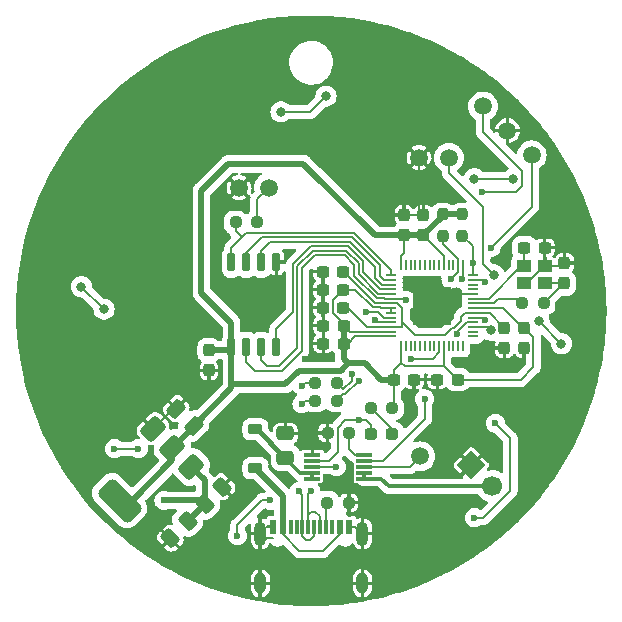
<source format=gbl>
G04 #@! TF.GenerationSoftware,KiCad,Pcbnew,7.0.10*
G04 #@! TF.CreationDate,2024-04-20T00:48:07+02:00*
G04 #@! TF.ProjectId,ledDisplay,6c656444-6973-4706-9c61-792e6b696361,rev?*
G04 #@! TF.SameCoordinates,Original*
G04 #@! TF.FileFunction,Copper,L2,Bot*
G04 #@! TF.FilePolarity,Positive*
%FSLAX46Y46*%
G04 Gerber Fmt 4.6, Leading zero omitted, Abs format (unit mm)*
G04 Created by KiCad (PCBNEW 7.0.10) date 2024-04-20 00:48:07*
%MOMM*%
%LPD*%
G01*
G04 APERTURE LIST*
G04 Aperture macros list*
%AMRoundRect*
0 Rectangle with rounded corners*
0 $1 Rounding radius*
0 $2 $3 $4 $5 $6 $7 $8 $9 X,Y pos of 4 corners*
0 Add a 4 corners polygon primitive as box body*
4,1,4,$2,$3,$4,$5,$6,$7,$8,$9,$2,$3,0*
0 Add four circle primitives for the rounded corners*
1,1,$1+$1,$2,$3*
1,1,$1+$1,$4,$5*
1,1,$1+$1,$6,$7*
1,1,$1+$1,$8,$9*
0 Add four rect primitives between the rounded corners*
20,1,$1+$1,$2,$3,$4,$5,0*
20,1,$1+$1,$4,$5,$6,$7,0*
20,1,$1+$1,$6,$7,$8,$9,0*
20,1,$1+$1,$8,$9,$2,$3,0*%
%AMHorizOval*
0 Thick line with rounded ends*
0 $1 width*
0 $2 $3 position (X,Y) of the first rounded end (center of the circle)*
0 $4 $5 position (X,Y) of the second rounded end (center of the circle)*
0 Add line between two ends*
20,1,$1,$2,$3,$4,$5,0*
0 Add two circle primitives to create the rounded ends*
1,1,$1,$2,$3*
1,1,$1,$4,$5*%
%AMRotRect*
0 Rectangle, with rotation*
0 The origin of the aperture is its center*
0 $1 length*
0 $2 width*
0 $3 Rotation angle, in degrees counterclockwise*
0 Add horizontal line*
21,1,$1,$2,0,0,$3*%
G04 Aperture macros list end*
G04 #@! TA.AperFunction,SMDPad,CuDef*
%ADD10C,1.500000*%
G04 #@! TD*
G04 #@! TA.AperFunction,SMDPad,CuDef*
%ADD11RoundRect,0.237500X0.300000X0.237500X-0.300000X0.237500X-0.300000X-0.237500X0.300000X-0.237500X0*%
G04 #@! TD*
G04 #@! TA.AperFunction,SMDPad,CuDef*
%ADD12RoundRect,0.237500X-0.250000X-0.237500X0.250000X-0.237500X0.250000X0.237500X-0.250000X0.237500X0*%
G04 #@! TD*
G04 #@! TA.AperFunction,SMDPad,CuDef*
%ADD13R,1.150000X1.000000*%
G04 #@! TD*
G04 #@! TA.AperFunction,SMDPad,CuDef*
%ADD14RoundRect,0.250000X-0.097227X0.574524X-0.574524X0.097227X0.097227X-0.574524X0.574524X-0.097227X0*%
G04 #@! TD*
G04 #@! TA.AperFunction,SMDPad,CuDef*
%ADD15R,1.400000X0.300000*%
G04 #@! TD*
G04 #@! TA.AperFunction,SMDPad,CuDef*
%ADD16RoundRect,0.237500X-0.237500X0.300000X-0.237500X-0.300000X0.237500X-0.300000X0.237500X0.300000X0*%
G04 #@! TD*
G04 #@! TA.AperFunction,SMDPad,CuDef*
%ADD17RoundRect,0.237500X-0.300000X-0.237500X0.300000X-0.237500X0.300000X0.237500X-0.300000X0.237500X0*%
G04 #@! TD*
G04 #@! TA.AperFunction,SMDPad,CuDef*
%ADD18RoundRect,0.150000X-0.150000X0.650000X-0.150000X-0.650000X0.150000X-0.650000X0.150000X0.650000X0*%
G04 #@! TD*
G04 #@! TA.AperFunction,SMDPad,CuDef*
%ADD19RoundRect,0.237500X-0.287500X-0.237500X0.287500X-0.237500X0.287500X0.237500X-0.287500X0.237500X0*%
G04 #@! TD*
G04 #@! TA.AperFunction,SMDPad,CuDef*
%ADD20RoundRect,0.225000X-0.375000X0.225000X-0.375000X-0.225000X0.375000X-0.225000X0.375000X0.225000X0*%
G04 #@! TD*
G04 #@! TA.AperFunction,SMDPad,CuDef*
%ADD21RoundRect,0.237500X0.237500X-0.300000X0.237500X0.300000X-0.237500X0.300000X-0.237500X-0.300000X0*%
G04 #@! TD*
G04 #@! TA.AperFunction,SMDPad,CuDef*
%ADD22RoundRect,0.237500X0.237500X-0.250000X0.237500X0.250000X-0.237500X0.250000X-0.237500X-0.250000X0*%
G04 #@! TD*
G04 #@! TA.AperFunction,ComponentPad*
%ADD23RotRect,1.700000X1.700000X225.000000*%
G04 #@! TD*
G04 #@! TA.AperFunction,ComponentPad*
%ADD24HorizOval,1.700000X0.000000X0.000000X0.000000X0.000000X0*%
G04 #@! TD*
G04 #@! TA.AperFunction,SMDPad,CuDef*
%ADD25RoundRect,0.250000X0.475000X-0.337500X0.475000X0.337500X-0.475000X0.337500X-0.475000X-0.337500X0*%
G04 #@! TD*
G04 #@! TA.AperFunction,SMDPad,CuDef*
%ADD26RoundRect,0.250000X0.574524X0.097227X0.097227X0.574524X-0.574524X-0.097227X-0.097227X-0.574524X0*%
G04 #@! TD*
G04 #@! TA.AperFunction,SMDPad,CuDef*
%ADD27RoundRect,0.237500X0.250000X0.237500X-0.250000X0.237500X-0.250000X-0.237500X0.250000X-0.237500X0*%
G04 #@! TD*
G04 #@! TA.AperFunction,SMDPad,CuDef*
%ADD28RoundRect,0.250000X0.097227X-0.574524X0.574524X-0.097227X-0.097227X0.574524X-0.574524X0.097227X0*%
G04 #@! TD*
G04 #@! TA.AperFunction,SMDPad,CuDef*
%ADD29RoundRect,0.375000X0.176777X0.707107X-0.707107X-0.176777X-0.176777X-0.707107X0.707107X0.176777X0*%
G04 #@! TD*
G04 #@! TA.AperFunction,SMDPad,CuDef*
%ADD30RoundRect,0.500000X-0.636396X1.343503X-1.343503X0.636396X0.636396X-1.343503X1.343503X-0.636396X0*%
G04 #@! TD*
G04 #@! TA.AperFunction,SMDPad,CuDef*
%ADD31R,0.600000X1.240000*%
G04 #@! TD*
G04 #@! TA.AperFunction,SMDPad,CuDef*
%ADD32R,0.300000X1.240000*%
G04 #@! TD*
G04 #@! TA.AperFunction,ComponentPad*
%ADD33O,1.000000X1.800000*%
G04 #@! TD*
G04 #@! TA.AperFunction,ComponentPad*
%ADD34O,1.000000X2.100000*%
G04 #@! TD*
G04 #@! TA.AperFunction,SMDPad,CuDef*
%ADD35RoundRect,0.050000X-0.050000X0.387500X-0.050000X-0.387500X0.050000X-0.387500X0.050000X0.387500X0*%
G04 #@! TD*
G04 #@! TA.AperFunction,SMDPad,CuDef*
%ADD36RoundRect,0.050000X-0.387500X0.050000X-0.387500X-0.050000X0.387500X-0.050000X0.387500X0.050000X0*%
G04 #@! TD*
G04 #@! TA.AperFunction,HeatsinkPad*
%ADD37R,3.200000X3.200000*%
G04 #@! TD*
G04 #@! TA.AperFunction,ViaPad*
%ADD38C,0.600000*%
G04 #@! TD*
G04 #@! TA.AperFunction,ViaPad*
%ADD39C,0.800000*%
G04 #@! TD*
G04 #@! TA.AperFunction,Conductor*
%ADD40C,0.300000*%
G04 #@! TD*
G04 #@! TA.AperFunction,Conductor*
%ADD41C,0.500000*%
G04 #@! TD*
G04 #@! TA.AperFunction,Conductor*
%ADD42C,0.200000*%
G04 #@! TD*
G04 #@! TA.AperFunction,Conductor*
%ADD43C,0.400000*%
G04 #@! TD*
G04 APERTURE END LIST*
D10*
X189611000Y-71755000D03*
D11*
X175715000Y-86741000D03*
X173990000Y-86741000D03*
D12*
X190857500Y-86360000D03*
X192682500Y-86360000D03*
D10*
X166878000Y-76581000D03*
D13*
X192772000Y-84647000D03*
X191022000Y-84647000D03*
X191022000Y-83247000D03*
X192772000Y-83247000D03*
D14*
X162531623Y-104803377D03*
X161064377Y-106270623D03*
D15*
X173101000Y-101203000D03*
X173101000Y-100703000D03*
X173101000Y-100203000D03*
X173101000Y-99703000D03*
X173101000Y-99203000D03*
X177501000Y-99203000D03*
X177501000Y-99703000D03*
X177501000Y-100203000D03*
X177501000Y-100703000D03*
X177501000Y-101203000D03*
D16*
X191008000Y-88418500D03*
X191008000Y-90143500D03*
D10*
X184658000Y-74041000D03*
D17*
X179985500Y-92837000D03*
X181710500Y-92837000D03*
D18*
X166243000Y-82887000D03*
X167513000Y-82887000D03*
X168783000Y-82887000D03*
X170053000Y-82887000D03*
X170053000Y-90087000D03*
X168783000Y-90087000D03*
X167513000Y-90087000D03*
X166243000Y-90087000D03*
D19*
X178068000Y-97409000D03*
X179818000Y-97409000D03*
D11*
X175741500Y-89789000D03*
X174016500Y-89789000D03*
D10*
X169418000Y-76581000D03*
X191676459Y-73820459D03*
D20*
X168275000Y-97029000D03*
X168275000Y-100329000D03*
D11*
X175741500Y-88265000D03*
X174016500Y-88265000D03*
D12*
X178030500Y-95250000D03*
X179855500Y-95250000D03*
D21*
X182499000Y-80618500D03*
X182499000Y-78893500D03*
D11*
X192759500Y-81661000D03*
X191034500Y-81661000D03*
D22*
X184150000Y-80668500D03*
X184150000Y-78843500D03*
D10*
X182118000Y-74041000D03*
D23*
X186544949Y-100057949D03*
D24*
X188341000Y-101854000D03*
D16*
X164338000Y-90323500D03*
X164338000Y-92048500D03*
D25*
X170815000Y-99462500D03*
X170815000Y-97387500D03*
D12*
X174347500Y-103251000D03*
X176172500Y-103251000D03*
D16*
X194437000Y-82957500D03*
X194437000Y-84682500D03*
D10*
X182245000Y-99314000D03*
D26*
X163039623Y-96745623D03*
X161572377Y-95278377D03*
D11*
X185393500Y-92837000D03*
X183668500Y-92837000D03*
D21*
X180848000Y-80618500D03*
X180848000Y-78893500D03*
D27*
X168425500Y-79502000D03*
X166600500Y-79502000D03*
D10*
X187545541Y-69689541D03*
D11*
X175715000Y-85217000D03*
X173990000Y-85217000D03*
D28*
X163985377Y-103349623D03*
X165452623Y-101882377D03*
D29*
X159605041Y-96984268D03*
X161231386Y-98610614D03*
D30*
X156776614Y-103065386D03*
D29*
X162857732Y-100236959D03*
D31*
X176200000Y-105275000D03*
X175400000Y-105275000D03*
D32*
X174250000Y-105275000D03*
X173250000Y-105275000D03*
X172750000Y-105275000D03*
X171750000Y-105275000D03*
D31*
X170600000Y-105275000D03*
X169800000Y-105275000D03*
X169800000Y-105275000D03*
X170600000Y-105275000D03*
D32*
X171250000Y-105275000D03*
X172250000Y-105275000D03*
X173750000Y-105275000D03*
X174750000Y-105275000D03*
D31*
X175400000Y-105275000D03*
X176200000Y-105275000D03*
D33*
X177320000Y-110075000D03*
D34*
X177320000Y-105875000D03*
D33*
X168680000Y-110075000D03*
D34*
X168680000Y-105875000D03*
D22*
X185801000Y-80668500D03*
X185801000Y-78843500D03*
D35*
X180623000Y-83138500D03*
X181023000Y-83138500D03*
X181423000Y-83138500D03*
X181823000Y-83138500D03*
X182223000Y-83138500D03*
X182623000Y-83138500D03*
X183023000Y-83138500D03*
X183423000Y-83138500D03*
X183823000Y-83138500D03*
X184223000Y-83138500D03*
X184623000Y-83138500D03*
X185023000Y-83138500D03*
X185423000Y-83138500D03*
X185823000Y-83138500D03*
D36*
X186660500Y-83976000D03*
X186660500Y-84376000D03*
X186660500Y-84776000D03*
X186660500Y-85176000D03*
X186660500Y-85576000D03*
X186660500Y-85976000D03*
X186660500Y-86376000D03*
X186660500Y-86776000D03*
X186660500Y-87176000D03*
X186660500Y-87576000D03*
X186660500Y-87976000D03*
X186660500Y-88376000D03*
X186660500Y-88776000D03*
X186660500Y-89176000D03*
D35*
X185823000Y-90013500D03*
X185423000Y-90013500D03*
X185023000Y-90013500D03*
X184623000Y-90013500D03*
X184223000Y-90013500D03*
X183823000Y-90013500D03*
X183423000Y-90013500D03*
X183023000Y-90013500D03*
X182623000Y-90013500D03*
X182223000Y-90013500D03*
X181823000Y-90013500D03*
X181423000Y-90013500D03*
X181023000Y-90013500D03*
X180623000Y-90013500D03*
D36*
X179785500Y-89176000D03*
X179785500Y-88776000D03*
X179785500Y-88376000D03*
X179785500Y-87976000D03*
X179785500Y-87576000D03*
X179785500Y-87176000D03*
X179785500Y-86776000D03*
X179785500Y-86376000D03*
X179785500Y-85976000D03*
X179785500Y-85576000D03*
X179785500Y-85176000D03*
X179785500Y-84776000D03*
X179785500Y-84376000D03*
X179785500Y-83976000D03*
D37*
X183223000Y-86576000D03*
D11*
X175715000Y-83693000D03*
X173990000Y-83693000D03*
D27*
X176213500Y-97329318D03*
X174388500Y-97329318D03*
D12*
X173331500Y-94615000D03*
X175156500Y-94615000D03*
D16*
X189357000Y-88418500D03*
X189357000Y-90143500D03*
D12*
X173331500Y-93091000D03*
X175156500Y-93091000D03*
D38*
X160528000Y-103054475D03*
D39*
X159512000Y-86105999D03*
D38*
X149860000Y-86995001D03*
D39*
X183223000Y-87576000D03*
D38*
X173482000Y-109855000D03*
X187833000Y-91948000D03*
D39*
X184223000Y-87576000D03*
D38*
X171958000Y-109855000D03*
X172720001Y-109855000D03*
D39*
X165989000Y-84836000D03*
D38*
X196850000Y-86233000D03*
D39*
X170687999Y-72390000D03*
X163449000Y-87376000D03*
D38*
X196850000Y-86995001D03*
D39*
X159512000Y-88265000D03*
X165143580Y-97492420D03*
X166580420Y-96055580D03*
D38*
X173228000Y-91059000D03*
X195951974Y-87757000D03*
D39*
X182223000Y-85576000D03*
X159512000Y-89280999D03*
D38*
X187833000Y-91186000D03*
X148961974Y-86995001D03*
D39*
X183223000Y-86576000D03*
D38*
X173482000Y-110753026D03*
X184942815Y-97124185D03*
D39*
X176827580Y-75100580D03*
X169164000Y-84836000D03*
D38*
X186116631Y-97220369D03*
X148961974Y-86233000D03*
D39*
X161036000Y-82423000D03*
D38*
X149860000Y-87757000D03*
X195951974Y-86233000D03*
X173990000Y-91059000D03*
D39*
X160909000Y-93345000D03*
X159512000Y-87249001D03*
X161627420Y-92626580D03*
D38*
X149860000Y-86233000D03*
D39*
X176019356Y-74292356D03*
D38*
X185039000Y-98298000D03*
D39*
X184223000Y-85576000D03*
X177546000Y-75819000D03*
X160190580Y-94063420D03*
X178264420Y-76537420D03*
X182223000Y-86576000D03*
X167005000Y-84836000D03*
X167388644Y-95247356D03*
X168656001Y-72390000D03*
D38*
X172720001Y-110753026D03*
X171958000Y-110753026D03*
X185481631Y-96585369D03*
X184404000Y-97663000D03*
D39*
X167512999Y-72390000D03*
D38*
X195951974Y-86995001D03*
X148961974Y-87757000D03*
D39*
X168021000Y-84836000D03*
D38*
X196850000Y-87757000D03*
D39*
X184223000Y-86576000D03*
X162435644Y-91818356D03*
X183223000Y-85576000D03*
X169672000Y-72390000D03*
X165862000Y-96774000D03*
D38*
X172466000Y-91059000D03*
D39*
X182223000Y-87576000D03*
D38*
X187833000Y-90424000D03*
X185577815Y-97759185D03*
X187717852Y-84540684D03*
X156337000Y-98679000D03*
X158368990Y-98679000D03*
D39*
X153543000Y-84963000D03*
X155448000Y-86868000D03*
X170434000Y-70154486D03*
X174244000Y-68834000D03*
X190119000Y-75819000D03*
X186817000Y-75819000D03*
X192278000Y-87884000D03*
X194183000Y-89789000D03*
D38*
X175133000Y-100202994D03*
X186690000Y-82931000D03*
X185743037Y-84315080D03*
X177038000Y-96266000D03*
X184823997Y-84328000D03*
X182596181Y-94458177D03*
X186817000Y-104521000D03*
X188595000Y-96520000D03*
X172212000Y-93345000D03*
X171958000Y-102295514D03*
X172974000Y-102295514D03*
X172211992Y-94869000D03*
X188214000Y-81661000D03*
X187706000Y-87757000D03*
X185348000Y-88980638D03*
X187452000Y-76962000D03*
X177673000Y-87122000D03*
X176419979Y-92345979D03*
X178435000Y-87757000D03*
X177021021Y-92947021D03*
X181483000Y-91044000D03*
X181042998Y-86106000D03*
D39*
X188480000Y-83973556D03*
X188249957Y-88654705D03*
D38*
X166751000Y-106045000D03*
X169545000Y-103045514D03*
D40*
X179578000Y-101854000D02*
X178927000Y-101203000D01*
D41*
X163690229Y-103054475D02*
X160528000Y-103054475D01*
X163985377Y-103349623D02*
X163690229Y-103054475D01*
D40*
X188341000Y-101854000D02*
X179578000Y-101854000D01*
D41*
X163985377Y-101364604D02*
X163985377Y-103349623D01*
D40*
X177501000Y-101203000D02*
X177501000Y-100703000D01*
X178927000Y-101203000D02*
X177501000Y-101203000D01*
D41*
X162531623Y-104803377D02*
X163985377Y-103349623D01*
X162857732Y-100236959D02*
X163985377Y-101364604D01*
D42*
X176172500Y-103251000D02*
X176200000Y-103278500D01*
X194147500Y-83247000D02*
X194437000Y-82957500D01*
X184223000Y-85576000D02*
X183223000Y-86576000D01*
X161310932Y-95278377D02*
X161572377Y-95278377D01*
X159605041Y-96984268D02*
X161310932Y-95278377D01*
X186660500Y-85576000D02*
X184223000Y-85576000D01*
X192772000Y-83247000D02*
X192772000Y-81673500D01*
X192772000Y-83247000D02*
X192697000Y-83247000D01*
X177320000Y-105875000D02*
X176720000Y-105275000D01*
X182118000Y-74041000D02*
X182118000Y-78512500D01*
X174016500Y-83719500D02*
X173990000Y-83693000D01*
X183668500Y-92837000D02*
X181710500Y-92837000D01*
X191297000Y-84647000D02*
X191022000Y-84647000D01*
X182118000Y-78512500D02*
X182499000Y-78893500D01*
X192772000Y-81673500D02*
X192759500Y-81661000D01*
X169280000Y-106275000D02*
X168680000Y-106875000D01*
X169800000Y-106275000D02*
X169280000Y-106275000D01*
X176720000Y-105275000D02*
X176200000Y-105275000D01*
X192697000Y-83247000D02*
X191297000Y-84647000D01*
X174016500Y-89662000D02*
X174016500Y-83719500D01*
X192772000Y-83247000D02*
X194147500Y-83247000D01*
X182499000Y-78893500D02*
X180848000Y-78893500D01*
D43*
X168275000Y-97029000D02*
X168381500Y-97029000D01*
X168381500Y-97029000D02*
X170815000Y-99462500D01*
D40*
X173101000Y-100703000D02*
X173101000Y-101203000D01*
X172055500Y-100703000D02*
X173101000Y-100703000D01*
X170815000Y-99462500D02*
X172055500Y-100703000D01*
D41*
X179985500Y-92837000D02*
X178943000Y-92837000D01*
X182499000Y-80618500D02*
X180848000Y-80618500D01*
X184150000Y-78967500D02*
X184150000Y-78843500D01*
X163039623Y-96802377D02*
X163039623Y-96745623D01*
X166243000Y-90087000D02*
X166243000Y-93218000D01*
X161231386Y-98610614D02*
X163039623Y-96802377D01*
D42*
X189265000Y-86776000D02*
X186660500Y-86776000D01*
X179785500Y-89176000D02*
X176735500Y-89176000D01*
D41*
X171958000Y-92075000D02*
X170815000Y-93218000D01*
X170815000Y-93218000D02*
X166243000Y-93218000D01*
D42*
X191811169Y-91779831D02*
X190754000Y-92837000D01*
X174807500Y-86124500D02*
X175715000Y-85217000D01*
D41*
X164412000Y-90323500D02*
X166006500Y-90323500D01*
X175768000Y-88291502D02*
X175741498Y-88265000D01*
D42*
X180848000Y-82100000D02*
X180623000Y-82325000D01*
D41*
X166006500Y-90323500D02*
X166243000Y-90087000D01*
D42*
X184223000Y-82342500D02*
X184223000Y-83138500D01*
X184223000Y-91666500D02*
X184265500Y-91709000D01*
D41*
X166243000Y-88011000D02*
X163703000Y-85471000D01*
D42*
X180623000Y-90013500D02*
X180623000Y-91411000D01*
X179782500Y-88773000D02*
X176249498Y-88773000D01*
X176735500Y-89176000D02*
X176122500Y-89789000D01*
D41*
X178408500Y-80618500D02*
X180848000Y-80618500D01*
D42*
X176734594Y-85217000D02*
X176096000Y-85217000D01*
X179785500Y-86776000D02*
X178940322Y-86776000D01*
X190907500Y-88418500D02*
X189265000Y-86776000D01*
X190754000Y-92837000D02*
X185393500Y-92837000D01*
D41*
X176149000Y-91440000D02*
X175514000Y-92075000D01*
D42*
X178860322Y-86696000D02*
X178213594Y-86696000D01*
X176249498Y-88773000D02*
X175741498Y-88265000D01*
X184265500Y-91709000D02*
X185393500Y-92837000D01*
D41*
X178943000Y-92837000D02*
X177546000Y-91440000D01*
X161231386Y-99653516D02*
X157819516Y-103065386D01*
D42*
X178940322Y-86776000D02*
X178860322Y-86696000D01*
X179985500Y-92837000D02*
X179985500Y-95120000D01*
D41*
X182499000Y-80618500D02*
X184150000Y-78967500D01*
X176149000Y-91440000D02*
X175768000Y-91059000D01*
D42*
X184223000Y-90013500D02*
X184223000Y-91666500D01*
X179785500Y-88776000D02*
X179782500Y-88773000D01*
D41*
X166243000Y-93542246D02*
X163039623Y-96745623D01*
D42*
X191008000Y-88418500D02*
X191811169Y-89221669D01*
D41*
X163703000Y-85471000D02*
X163703000Y-76835000D01*
X164338000Y-90397500D02*
X164412000Y-90323500D01*
X177546000Y-91440000D02*
X176149000Y-91440000D01*
X172339000Y-74549000D02*
X178408500Y-80618500D01*
X165989000Y-74549000D02*
X172339000Y-74549000D01*
X175514000Y-92075000D02*
X171958000Y-92075000D01*
D42*
X175741500Y-88138000D02*
X174805218Y-87201718D01*
X178213594Y-86696000D02*
X176734594Y-85217000D01*
D41*
X166243000Y-93218000D02*
X166243000Y-93542246D01*
D42*
X182499000Y-80618500D02*
X184223000Y-82342500D01*
X179985500Y-95120000D02*
X179855500Y-95250000D01*
X179985500Y-92048500D02*
X179985500Y-92837000D01*
X180623000Y-82325000D02*
X180623000Y-83138500D01*
X184250500Y-91694000D02*
X184265500Y-91709000D01*
X180623000Y-91411000D02*
X179985500Y-92048500D01*
D41*
X184150000Y-78843500D02*
X185801000Y-78843500D01*
D42*
X180906000Y-91694000D02*
X184250500Y-91694000D01*
D41*
X157819516Y-103065386D02*
X156776614Y-103065386D01*
X175768000Y-91059000D02*
X175768000Y-88291502D01*
X161231386Y-98610614D02*
X161231386Y-99653516D01*
X166243000Y-90087000D02*
X166243000Y-88011000D01*
D42*
X180623000Y-91411000D02*
X180906000Y-91694000D01*
D41*
X163703000Y-76835000D02*
X165989000Y-74549000D01*
D42*
X179785500Y-86776000D02*
X179785500Y-87176000D01*
X180848000Y-80618500D02*
X180848000Y-82100000D01*
X191811169Y-89221669D02*
X191811169Y-91779831D01*
X174807500Y-87199436D02*
X174807500Y-86124500D01*
X187553168Y-84376000D02*
X187717852Y-84540684D01*
X186660500Y-84376000D02*
X187553168Y-84376000D01*
X158368990Y-98679000D02*
X156337000Y-98679000D01*
X155448000Y-86868000D02*
X153543000Y-84963000D01*
X172923514Y-70154486D02*
X174244000Y-68834000D01*
X170434000Y-70154486D02*
X172923514Y-70154486D01*
X186817000Y-75819000D02*
X190119000Y-75819000D01*
X192278000Y-87884000D02*
X194183000Y-89789000D01*
D41*
X170600000Y-102654000D02*
X170600000Y-105275000D01*
D42*
X173990000Y-107315000D02*
X171984594Y-107315000D01*
X171984594Y-107315000D02*
X170600000Y-105930406D01*
X170600000Y-105930406D02*
X170600000Y-105275000D01*
D41*
X168275000Y-100329000D02*
X170600000Y-102654000D01*
D42*
X175400000Y-105905000D02*
X173990000Y-107315000D01*
X175400000Y-105275000D02*
X175400000Y-105905000D01*
X186690000Y-81557500D02*
X186690000Y-83946500D01*
X185801000Y-80668500D02*
X186690000Y-81557500D01*
X175132994Y-100203000D02*
X175133000Y-100202994D01*
X173101000Y-100203000D02*
X175132994Y-100203000D01*
X186690000Y-83946500D02*
X186660500Y-83976000D01*
X175895000Y-96266000D02*
X177673000Y-96266000D01*
X177673000Y-96266000D02*
X178068000Y-96661000D01*
X173101000Y-99703000D02*
X174490000Y-99703000D01*
X185743037Y-84315080D02*
X185823000Y-84235117D01*
X175260000Y-98933000D02*
X175260000Y-96901000D01*
X175260000Y-96901000D02*
X175895000Y-96266000D01*
X185823000Y-84235117D02*
X185823000Y-83138500D01*
X178068000Y-96661000D02*
X178068000Y-97409000D01*
X174490000Y-99703000D02*
X175260000Y-98933000D01*
X179062000Y-99703000D02*
X182596181Y-96168819D01*
X184150000Y-80668500D02*
X184150000Y-81359922D01*
X184150000Y-81359922D02*
X185423000Y-82632922D01*
X185423000Y-82632922D02*
X185423000Y-83138500D01*
X177501000Y-99703000D02*
X179062000Y-99703000D01*
X185423000Y-83728997D02*
X184823997Y-84328000D01*
X185423000Y-83138500D02*
X185423000Y-83728997D01*
X182596181Y-96168819D02*
X182596181Y-94458177D01*
X190789598Y-83247000D02*
X188060598Y-85976000D01*
X191022000Y-83247000D02*
X190789598Y-83247000D01*
X191034500Y-81661000D02*
X191034500Y-83234500D01*
X188060598Y-85976000D02*
X186660500Y-85976000D01*
X191034500Y-83234500D02*
X191022000Y-83247000D01*
X192772000Y-84647000D02*
X194401500Y-84647000D01*
X194401500Y-84647000D02*
X194437000Y-84682500D01*
X194360000Y-84682500D02*
X194437000Y-84682500D01*
X192682500Y-86360000D02*
X194360000Y-84682500D01*
X189357000Y-88418500D02*
X188114500Y-87176000D01*
X180721000Y-87946078D02*
X180721000Y-86804002D01*
X177731000Y-88376000D02*
X179785500Y-88376000D01*
X188114500Y-87176000D02*
X186660500Y-87176000D01*
X180721000Y-88376000D02*
X180721000Y-87946078D01*
X181801922Y-89027000D02*
X180721000Y-87946078D01*
X185102000Y-88456000D02*
X184874922Y-88456000D01*
X175747995Y-83693000D02*
X175715000Y-83693000D01*
X179017722Y-86316000D02*
X178370995Y-86316000D01*
X178370995Y-86316000D02*
X175747995Y-83693000D01*
X176096000Y-86741000D02*
X177731000Y-88376000D01*
X179785500Y-88376000D02*
X180721000Y-88376000D01*
X184303922Y-89027000D02*
X181801922Y-89027000D01*
X186001000Y-87176000D02*
X185674000Y-87503000D01*
X185674000Y-87503000D02*
X185674000Y-87884000D01*
X184874922Y-88456000D02*
X184303922Y-89027000D01*
X180721000Y-86804002D02*
X180292998Y-86376000D01*
X186660500Y-87176000D02*
X186001000Y-87176000D01*
X179785500Y-86376000D02*
X179077724Y-86376000D01*
X185674000Y-87884000D02*
X185102000Y-88456000D01*
X179077724Y-86376000D02*
X179017722Y-86316000D01*
X180292998Y-86376000D02*
X179785500Y-86376000D01*
X188595000Y-96520000D02*
X189865000Y-97790000D01*
X189865000Y-97790000D02*
X189865000Y-102235000D01*
X187579000Y-104521000D02*
X186817000Y-104521000D01*
X189865000Y-102235000D02*
X187579000Y-104521000D01*
X173250000Y-105275000D02*
X173250000Y-106105000D01*
X172571000Y-106426000D02*
X172250000Y-106105000D01*
X172250000Y-102587514D02*
X171958000Y-102295514D01*
X172466000Y-93091000D02*
X172212000Y-93345000D01*
X173331500Y-93091000D02*
X172466000Y-93091000D01*
X172250000Y-106105000D02*
X172250000Y-105275000D01*
X172250000Y-105275000D02*
X172250000Y-102587514D01*
X172929000Y-106426000D02*
X172571000Y-106426000D01*
X173250000Y-106105000D02*
X172929000Y-106426000D01*
X172465992Y-94615000D02*
X172211992Y-94869000D01*
X173750000Y-104408000D02*
X173355000Y-104013000D01*
X172750000Y-104267000D02*
X172750000Y-102519514D01*
X173004000Y-104013000D02*
X172750000Y-104267000D01*
X173750000Y-105275000D02*
X173750000Y-104408000D01*
X173331500Y-94615000D02*
X172465992Y-94615000D01*
X172750000Y-102519514D02*
X172974000Y-102295514D01*
X172750000Y-105275000D02*
X172750000Y-104267000D01*
X173355000Y-104013000D02*
X173004000Y-104013000D01*
X191676459Y-78198541D02*
X188214000Y-81661000D01*
X187706000Y-87757000D02*
X187525000Y-87576000D01*
X191676459Y-73820459D02*
X191676459Y-78198541D01*
X187525000Y-87576000D02*
X186660500Y-87576000D01*
X187452000Y-76962000D02*
X190373000Y-76962000D01*
X186154922Y-87976000D02*
X186660500Y-87976000D01*
X185348000Y-88782922D02*
X186154922Y-87976000D01*
X185348000Y-88980638D02*
X185348000Y-88782922D01*
X190373000Y-76962000D02*
X190881000Y-76454000D01*
X190881000Y-76454000D02*
X190881000Y-75184000D01*
X187545541Y-71848541D02*
X187545541Y-69689541D01*
X190881000Y-75184000D02*
X187545541Y-71848541D01*
X168425500Y-77573500D02*
X169418000Y-76581000D01*
X168425500Y-79502000D02*
X168425500Y-77573500D01*
X176601802Y-80394000D02*
X179785500Y-83577698D01*
X167130000Y-80774000D02*
X167510000Y-80394000D01*
X166243000Y-81661000D02*
X167130000Y-80774000D01*
X167510000Y-80394000D02*
X176601802Y-80394000D01*
X166600500Y-80244500D02*
X167130000Y-80774000D01*
X166243000Y-82887000D02*
X166243000Y-81661000D01*
X166600500Y-79502000D02*
X166600500Y-80244500D01*
X179785500Y-83577698D02*
X179785500Y-83976000D01*
X188452000Y-86376000D02*
X188849000Y-85979000D01*
X190476500Y-85979000D02*
X190857500Y-86360000D01*
X188849000Y-85979000D02*
X190476500Y-85979000D01*
X186660500Y-86376000D02*
X188452000Y-86376000D01*
X178689000Y-87122000D02*
X177673000Y-87122000D01*
X179143000Y-87576000D02*
X178816000Y-87249000D01*
X176419979Y-92911666D02*
X175703646Y-93627999D01*
X176419979Y-92345979D02*
X176419979Y-92911666D01*
X175703646Y-93627999D02*
X175693499Y-93627999D01*
X175693499Y-93627999D02*
X175156500Y-93091000D01*
X179785500Y-87576000D02*
X179143000Y-87576000D01*
X178816000Y-87249000D02*
X178689000Y-87122000D01*
X179785500Y-87976000D02*
X178654000Y-87976000D01*
X178654000Y-87976000D02*
X178435000Y-87757000D01*
X177021021Y-92947021D02*
X175890041Y-94078001D01*
X175693499Y-94078001D02*
X175156500Y-94615000D01*
X175890041Y-94078001D02*
X175693499Y-94078001D01*
X183823000Y-90519078D02*
X183298078Y-91044000D01*
X183823000Y-90013500D02*
X183823000Y-90519078D01*
X183298078Y-91044000D02*
X181483000Y-91044000D01*
X174250000Y-103348500D02*
X174250000Y-105275000D01*
X174347500Y-103251000D02*
X174250000Y-103348500D01*
X178816000Y-84074000D02*
X178816000Y-83145597D01*
X167513000Y-82087001D02*
X167513000Y-82887000D01*
X179785500Y-84376000D02*
X179118000Y-84376000D01*
X179118000Y-84376000D02*
X178816000Y-84074000D01*
X168826001Y-80774000D02*
X167513000Y-82087001D01*
X176444403Y-80774000D02*
X168826001Y-80774000D01*
X178816000Y-83145597D02*
X176444403Y-80774000D01*
X168783000Y-81915000D02*
X168783000Y-82887000D01*
X169544000Y-81154000D02*
X168783000Y-81915000D01*
X178436000Y-83302998D02*
X176287002Y-81154000D01*
X179785500Y-84776000D02*
X178980598Y-84776000D01*
X178980598Y-84776000D02*
X178436000Y-84231401D01*
X176287002Y-81154000D02*
X169544000Y-81154000D01*
X178436000Y-84231401D02*
X178436000Y-83302998D01*
X176131601Y-81536000D02*
X172972000Y-81536001D01*
X170053000Y-88519000D02*
X170053000Y-90087000D01*
X177416999Y-83749802D02*
X177416999Y-82821397D01*
X172972000Y-81536001D02*
X171450000Y-83058001D01*
X171450000Y-87122000D02*
X170053000Y-88519000D01*
X179785500Y-85176000D02*
X178843197Y-85176000D01*
X171450000Y-83058001D02*
X171450000Y-87122000D01*
X178843197Y-85176000D02*
X177416999Y-83749802D01*
X177416999Y-82821397D02*
X176131601Y-81536000D01*
X175974200Y-81916000D02*
X173129402Y-81916000D01*
X179785500Y-85576000D02*
X179765500Y-85556000D01*
X170307000Y-91694000D02*
X169291000Y-91694000D01*
X177037000Y-82978799D02*
X175974200Y-81916000D01*
X173129402Y-81916000D02*
X171832000Y-83213403D01*
X177036999Y-83907203D02*
X177037000Y-82978799D01*
X171832000Y-83213403D02*
X171832000Y-90169000D01*
X168783000Y-91186000D02*
X168783000Y-90087000D01*
X178685795Y-85556000D02*
X177036999Y-83907203D01*
X179765500Y-85556000D02*
X178685795Y-85556000D01*
X169291000Y-91694000D02*
X168783000Y-91186000D01*
X171832000Y-90169000D02*
X170307000Y-91694000D01*
X172212000Y-83370804D02*
X173286804Y-82296000D01*
X180912998Y-85976000D02*
X179785500Y-85976000D01*
X167513000Y-91313000D02*
X168274000Y-92074000D01*
X168274000Y-92074000D02*
X170562000Y-92074000D01*
X179175124Y-85936000D02*
X179215124Y-85976000D01*
X181042998Y-86106000D02*
X180912998Y-85976000D01*
X175816799Y-82296000D02*
X176657000Y-83136201D01*
X178528395Y-85936000D02*
X179175124Y-85936000D01*
X167513000Y-90087000D02*
X167513000Y-91313000D01*
X173286804Y-82296000D02*
X175816799Y-82296000D01*
X172212000Y-90424000D02*
X172212000Y-83370804D01*
X176657000Y-84064605D02*
X178528395Y-85936000D01*
X170562000Y-92074000D02*
X172212000Y-90424000D01*
X179215124Y-85976000D02*
X179785500Y-85976000D01*
X176657000Y-83136201D02*
X176657000Y-84064605D01*
X176355682Y-97329318D02*
X176530000Y-97155000D01*
X176213500Y-97329318D02*
X176213500Y-98743500D01*
X176673000Y-99203000D02*
X177501000Y-99203000D01*
X176213500Y-97329318D02*
X176355682Y-97329318D01*
X176213500Y-98743500D02*
X176673000Y-99203000D01*
X182245000Y-99314000D02*
X181356000Y-100203000D01*
X181356000Y-100203000D02*
X177501000Y-100203000D01*
X186660500Y-88376000D02*
X187971252Y-88376000D01*
X187564000Y-83057556D02*
X188480000Y-83973556D01*
X187564000Y-78237564D02*
X187564000Y-83057556D01*
X187971252Y-88376000D02*
X188249957Y-88654705D01*
X184658000Y-75331564D02*
X187564000Y-78237564D01*
X184658000Y-74041000D02*
X184658000Y-75331564D01*
X179818000Y-97037500D02*
X178030500Y-95250000D01*
X179818000Y-97409000D02*
X179818000Y-97037500D01*
X166751000Y-106045000D02*
X166751000Y-105147000D01*
X168852486Y-103045514D02*
X169545000Y-103045514D01*
X166751000Y-105147000D02*
X168852486Y-103045514D01*
G04 #@! TA.AperFunction,Conductor*
G36*
X169742539Y-105144685D02*
G01*
X169788294Y-105197489D01*
X169799500Y-105249000D01*
X169799500Y-105301000D01*
X169779815Y-105368039D01*
X169727011Y-105413794D01*
X169675500Y-105425000D01*
X169281000Y-105425000D01*
X169213961Y-105405315D01*
X169168206Y-105352511D01*
X169157000Y-105301000D01*
X169157000Y-105249000D01*
X169176685Y-105181961D01*
X169229489Y-105136206D01*
X169281000Y-105125000D01*
X169675500Y-105125000D01*
X169742539Y-105144685D01*
G37*
G04 #@! TD.AperFunction*
G04 #@! TA.AperFunction,Conductor*
G36*
X169121741Y-103728006D02*
G01*
X169144375Y-103739192D01*
X169195478Y-103771303D01*
X169284680Y-103802516D01*
X169365745Y-103830882D01*
X169365750Y-103830883D01*
X169544996Y-103851079D01*
X169545000Y-103851079D01*
X169545003Y-103851079D01*
X169686484Y-103835137D01*
X169711616Y-103832306D01*
X169780438Y-103844360D01*
X169831818Y-103891709D01*
X169849500Y-103955526D01*
X169849500Y-104255137D01*
X169829815Y-104322176D01*
X169777011Y-104367931D01*
X169707853Y-104377875D01*
X169657764Y-104355000D01*
X169455214Y-104355000D01*
X169455191Y-104355002D01*
X169430130Y-104357908D01*
X169430126Y-104357909D01*
X169327525Y-104403211D01*
X169327520Y-104403214D01*
X169248214Y-104482520D01*
X169248210Y-104482526D01*
X169218121Y-104550671D01*
X169173035Y-104604047D01*
X169106248Y-104624574D01*
X169038966Y-104605735D01*
X169038716Y-104605579D01*
X169029301Y-104599663D01*
X168859143Y-104540123D01*
X168859139Y-104540122D01*
X168830000Y-104536839D01*
X168830000Y-105062342D01*
X168816038Y-105051799D01*
X168708160Y-105021105D01*
X168596479Y-105031454D01*
X168530000Y-105064556D01*
X168530000Y-104536838D01*
X168529999Y-104536838D01*
X168521954Y-104537745D01*
X168453132Y-104525691D01*
X168401752Y-104478342D01*
X168384128Y-104410731D01*
X168405854Y-104344325D01*
X168420382Y-104326852D01*
X168990728Y-103756505D01*
X169052049Y-103723022D01*
X169121741Y-103728006D01*
G37*
G04 #@! TD.AperFunction*
G04 #@! TA.AperFunction,Conductor*
G36*
X187727651Y-89389231D02*
G01*
X187739093Y-89396620D01*
X187797222Y-89438853D01*
X187797227Y-89438856D01*
X187970149Y-89515847D01*
X187970154Y-89515849D01*
X188155311Y-89555205D01*
X188155312Y-89555205D01*
X188344601Y-89555205D01*
X188344603Y-89555205D01*
X188458007Y-89531100D01*
X188527672Y-89536416D01*
X188583405Y-89578553D01*
X188607511Y-89644132D01*
X188599142Y-89697877D01*
X188592373Y-89715043D01*
X188582000Y-89801428D01*
X188582000Y-89993500D01*
X189383000Y-89993500D01*
X189450039Y-90013185D01*
X189495794Y-90065989D01*
X189507000Y-90117500D01*
X189507000Y-90981000D01*
X189636572Y-90981000D01*
X189722958Y-90970626D01*
X189860407Y-90916423D01*
X189860413Y-90916420D01*
X189978143Y-90827143D01*
X190067420Y-90709413D01*
X190071578Y-90702019D01*
X190072875Y-90702748D01*
X190110047Y-90654970D01*
X190175954Y-90631774D01*
X190243939Y-90647892D01*
X190292418Y-90698207D01*
X190297348Y-90709002D01*
X190297579Y-90709413D01*
X190386856Y-90827143D01*
X190504586Y-90916420D01*
X190504592Y-90916423D01*
X190642041Y-90970626D01*
X190728428Y-90981000D01*
X190858000Y-90981000D01*
X190858000Y-90117500D01*
X190877685Y-90050461D01*
X190930489Y-90004706D01*
X190982000Y-89993500D01*
X191034000Y-89993500D01*
X191101039Y-90013185D01*
X191146794Y-90065989D01*
X191158000Y-90117500D01*
X191158000Y-90981000D01*
X191174350Y-90997350D01*
X191207835Y-91058673D01*
X191210669Y-91085031D01*
X191210669Y-91479734D01*
X191190984Y-91546773D01*
X191174350Y-91567415D01*
X190541584Y-92200181D01*
X190480261Y-92233666D01*
X190453903Y-92236500D01*
X186405901Y-92236500D01*
X186338862Y-92216815D01*
X186300362Y-92177596D01*
X186276340Y-92138650D01*
X186154351Y-92016661D01*
X186154350Y-92016660D01*
X186028865Y-91939260D01*
X186007518Y-91926093D01*
X186007513Y-91926091D01*
X185981949Y-91917620D01*
X185843753Y-91871826D01*
X185843751Y-91871825D01*
X185742684Y-91861500D01*
X185742677Y-91861500D01*
X185318597Y-91861500D01*
X185251558Y-91841815D01*
X185230916Y-91825181D01*
X184859819Y-91454084D01*
X184826334Y-91392761D01*
X184823500Y-91366403D01*
X184823500Y-91075500D01*
X184843185Y-91008461D01*
X184895989Y-90962706D01*
X184947500Y-90951500D01*
X185116103Y-90951500D01*
X185132178Y-90949569D01*
X185204564Y-90940877D01*
X185204565Y-90940876D01*
X185208215Y-90940438D01*
X185237785Y-90940438D01*
X185241434Y-90940876D01*
X185241436Y-90940877D01*
X185313821Y-90949569D01*
X185329897Y-90951500D01*
X185329898Y-90951500D01*
X185516103Y-90951500D01*
X185532178Y-90949569D01*
X185604564Y-90940877D01*
X185604565Y-90940876D01*
X185608215Y-90940438D01*
X185637785Y-90940438D01*
X185641434Y-90940876D01*
X185641436Y-90940877D01*
X185713821Y-90949569D01*
X185729897Y-90951500D01*
X185729898Y-90951500D01*
X185916097Y-90951500D01*
X185916102Y-90951500D01*
X186004564Y-90940877D01*
X186145342Y-90885361D01*
X186265922Y-90793922D01*
X186357361Y-90673342D01*
X186412877Y-90532564D01*
X186423500Y-90444102D01*
X186423500Y-90293500D01*
X188582000Y-90293500D01*
X188582000Y-90485571D01*
X188592373Y-90571958D01*
X188646576Y-90709407D01*
X188646579Y-90709413D01*
X188735856Y-90827143D01*
X188853586Y-90916420D01*
X188853592Y-90916423D01*
X188991041Y-90970626D01*
X189077428Y-90981000D01*
X189207000Y-90981000D01*
X189207000Y-90293500D01*
X188582000Y-90293500D01*
X186423500Y-90293500D01*
X186423500Y-89900500D01*
X186443185Y-89833461D01*
X186495989Y-89787706D01*
X186547500Y-89776500D01*
X187091097Y-89776500D01*
X187091102Y-89776500D01*
X187179564Y-89765877D01*
X187320342Y-89710361D01*
X187440922Y-89618922D01*
X187532361Y-89498342D01*
X187550853Y-89451448D01*
X187593759Y-89396305D01*
X187659666Y-89373111D01*
X187727651Y-89389231D01*
G37*
G04 #@! TD.AperFunction*
G04 #@! TA.AperFunction,Conductor*
G36*
X173071834Y-83462718D02*
G01*
X173127767Y-83504590D01*
X173135902Y-83526402D01*
X173152500Y-83543000D01*
X174016000Y-83543000D01*
X174083039Y-83562685D01*
X174128794Y-83615489D01*
X174140000Y-83667000D01*
X174140000Y-87455163D01*
X174163666Y-87498504D01*
X174166500Y-87524862D01*
X174166500Y-90564000D01*
X174358572Y-90564000D01*
X174444958Y-90553626D01*
X174582407Y-90499423D01*
X174582408Y-90499422D01*
X174666909Y-90435344D01*
X174732221Y-90410521D01*
X174800585Y-90424949D01*
X174847374Y-90469053D01*
X174858656Y-90487345D01*
X174858660Y-90487350D01*
X174981181Y-90609871D01*
X175014666Y-90671194D01*
X175017500Y-90697552D01*
X175017500Y-90995294D01*
X175016191Y-91013263D01*
X175012710Y-91037025D01*
X175017028Y-91086368D01*
X175017500Y-91097176D01*
X175017500Y-91102711D01*
X175021098Y-91133495D01*
X175021464Y-91137082D01*
X175026067Y-91189692D01*
X175012301Y-91258192D01*
X174963686Y-91308375D01*
X174902539Y-91324500D01*
X172460097Y-91324500D01*
X172393058Y-91304815D01*
X172347303Y-91252011D01*
X172337359Y-91182853D01*
X172366384Y-91119297D01*
X172372407Y-91112826D01*
X172603051Y-90882182D01*
X172615222Y-90871510D01*
X172640282Y-90852282D01*
X172736536Y-90726841D01*
X172797044Y-90580762D01*
X172812500Y-90463361D01*
X172817682Y-90424000D01*
X172815907Y-90410521D01*
X172813561Y-90392697D01*
X172812500Y-90376512D01*
X172812500Y-89939000D01*
X173179000Y-89939000D01*
X173179000Y-90068571D01*
X173189373Y-90154958D01*
X173243576Y-90292407D01*
X173243579Y-90292413D01*
X173332856Y-90410143D01*
X173450586Y-90499420D01*
X173450592Y-90499423D01*
X173588041Y-90553626D01*
X173674428Y-90564000D01*
X173866500Y-90564000D01*
X173866500Y-89939000D01*
X173179000Y-89939000D01*
X172812500Y-89939000D01*
X172812500Y-88415000D01*
X173179000Y-88415000D01*
X173179000Y-88544571D01*
X173189373Y-88630958D01*
X173243576Y-88768407D01*
X173243579Y-88768413D01*
X173332855Y-88886141D01*
X173388312Y-88928196D01*
X173429835Y-88984389D01*
X173434386Y-89054110D01*
X173400521Y-89115224D01*
X173388312Y-89125804D01*
X173332855Y-89167858D01*
X173243579Y-89285586D01*
X173243576Y-89285592D01*
X173189373Y-89423041D01*
X173179000Y-89509428D01*
X173179000Y-89639000D01*
X173866500Y-89639000D01*
X173866500Y-88415000D01*
X173179000Y-88415000D01*
X172812500Y-88415000D01*
X172812500Y-86891000D01*
X173152500Y-86891000D01*
X173152500Y-87020571D01*
X173162873Y-87106958D01*
X173217076Y-87244407D01*
X173217079Y-87244413D01*
X173306356Y-87362143D01*
X173375061Y-87414243D01*
X173416584Y-87470435D01*
X173421136Y-87540156D01*
X173387271Y-87601271D01*
X173375063Y-87611850D01*
X173332856Y-87643857D01*
X173243579Y-87761586D01*
X173243576Y-87761592D01*
X173189373Y-87899041D01*
X173179000Y-87985428D01*
X173179000Y-88115000D01*
X173866500Y-88115000D01*
X173866500Y-87550836D01*
X173842834Y-87507496D01*
X173840000Y-87481138D01*
X173840000Y-86891000D01*
X173152500Y-86891000D01*
X172812500Y-86891000D01*
X172812500Y-85367000D01*
X173152500Y-85367000D01*
X173152500Y-85496571D01*
X173162873Y-85582958D01*
X173217076Y-85720407D01*
X173217079Y-85720413D01*
X173306355Y-85838141D01*
X173361812Y-85880196D01*
X173403335Y-85936389D01*
X173407886Y-86006110D01*
X173374021Y-86067224D01*
X173361812Y-86077804D01*
X173306355Y-86119858D01*
X173217079Y-86237586D01*
X173217076Y-86237592D01*
X173162873Y-86375041D01*
X173152500Y-86461428D01*
X173152500Y-86591000D01*
X173840000Y-86591000D01*
X173840000Y-85367000D01*
X173152500Y-85367000D01*
X172812500Y-85367000D01*
X172812500Y-83843000D01*
X173152500Y-83843000D01*
X173152500Y-83972571D01*
X173162873Y-84058958D01*
X173217076Y-84196407D01*
X173217079Y-84196413D01*
X173306355Y-84314141D01*
X173361812Y-84356196D01*
X173403335Y-84412389D01*
X173407886Y-84482110D01*
X173374021Y-84543224D01*
X173361812Y-84553804D01*
X173306355Y-84595858D01*
X173217079Y-84713586D01*
X173217076Y-84713592D01*
X173162873Y-84851041D01*
X173152500Y-84937428D01*
X173152500Y-85067000D01*
X173840000Y-85067000D01*
X173840000Y-83843000D01*
X173152500Y-83843000D01*
X172812500Y-83843000D01*
X172812500Y-83670900D01*
X172832185Y-83603861D01*
X172848814Y-83583224D01*
X172940821Y-83491217D01*
X173002142Y-83457734D01*
X173071834Y-83462718D01*
G37*
G04 #@! TD.AperFunction*
G04 #@! TA.AperFunction,Conductor*
G36*
X166720414Y-75319185D02*
G01*
X166766169Y-75371989D01*
X166776113Y-75441147D01*
X166747088Y-75504703D01*
X166688310Y-75542477D01*
X166677566Y-75545117D01*
X166672170Y-75546190D01*
X166474233Y-75606233D01*
X166291834Y-75703728D01*
X166291828Y-75703732D01*
X166248457Y-75739325D01*
X166248457Y-75739326D01*
X166878000Y-76368868D01*
X166878001Y-76368868D01*
X167507542Y-75739326D01*
X167507541Y-75739324D01*
X167464173Y-75703732D01*
X167464166Y-75703728D01*
X167281766Y-75606233D01*
X167083829Y-75546190D01*
X167078434Y-75545117D01*
X167016523Y-75512732D01*
X166981949Y-75452017D01*
X166985688Y-75382247D01*
X167026554Y-75325575D01*
X167091572Y-75299994D01*
X167102625Y-75299500D01*
X168674713Y-75299500D01*
X168741752Y-75319185D01*
X168787507Y-75371989D01*
X168797451Y-75441147D01*
X168768426Y-75504703D01*
X168745836Y-75525075D01*
X168611121Y-75619402D01*
X168456402Y-75774121D01*
X168330900Y-75953357D01*
X168330898Y-75953361D01*
X168238426Y-76151668D01*
X168238422Y-76151677D01*
X168181793Y-76363020D01*
X168181793Y-76363023D01*
X168170918Y-76487324D01*
X168145465Y-76552392D01*
X168105260Y-76581504D01*
X168137387Y-76600180D01*
X168169218Y-76662378D01*
X168170918Y-76674675D01*
X168181792Y-76798971D01*
X168181795Y-76798984D01*
X168198976Y-76863108D01*
X168197313Y-76932958D01*
X168166882Y-76982881D01*
X168066853Y-77082910D01*
X168005530Y-77116395D01*
X167935838Y-77111411D01*
X167879905Y-77069539D01*
X167855488Y-77004075D01*
X167860511Y-76959233D01*
X167912808Y-76786833D01*
X167923987Y-76673329D01*
X167950148Y-76608542D01*
X167989681Y-76580566D01*
X167958328Y-76562795D01*
X167925821Y-76500948D01*
X167923987Y-76488670D01*
X167912808Y-76375165D01*
X167852766Y-76177233D01*
X167755271Y-75994833D01*
X167755267Y-75994826D01*
X167719674Y-75951457D01*
X167719673Y-75951456D01*
X167090132Y-76580999D01*
X167090132Y-76581000D01*
X167719672Y-77210540D01*
X167734566Y-77209809D01*
X167802491Y-77226180D01*
X167850782Y-77276675D01*
X167864107Y-77345263D01*
X167855213Y-77381111D01*
X167840456Y-77416738D01*
X167840455Y-77416739D01*
X167819818Y-77573498D01*
X167819818Y-77573499D01*
X167823939Y-77604801D01*
X167825000Y-77620987D01*
X167825000Y-78544388D01*
X167805315Y-78611427D01*
X167766098Y-78649926D01*
X167714650Y-78681659D01*
X167714649Y-78681660D01*
X167600681Y-78795629D01*
X167539358Y-78829114D01*
X167469666Y-78824130D01*
X167425319Y-78795629D01*
X167311351Y-78681661D01*
X167311350Y-78681660D01*
X167164516Y-78591092D01*
X167000753Y-78536826D01*
X167000751Y-78536825D01*
X166899678Y-78526500D01*
X166301330Y-78526500D01*
X166301312Y-78526501D01*
X166200247Y-78536825D01*
X166036484Y-78591092D01*
X166036481Y-78591093D01*
X165889648Y-78681661D01*
X165767661Y-78803648D01*
X165677093Y-78950481D01*
X165677092Y-78950484D01*
X165622826Y-79114247D01*
X165622826Y-79114248D01*
X165622825Y-79114248D01*
X165612500Y-79215315D01*
X165612500Y-79788669D01*
X165612501Y-79788687D01*
X165622825Y-79889752D01*
X165645324Y-79957648D01*
X165677092Y-80053516D01*
X165767660Y-80200350D01*
X165889650Y-80322340D01*
X165980597Y-80378436D01*
X166027321Y-80430382D01*
X166030057Y-80436514D01*
X166075964Y-80547341D01*
X166093925Y-80570748D01*
X166172219Y-80672783D01*
X166178732Y-80677780D01*
X166219935Y-80734208D01*
X166224090Y-80803954D01*
X166190927Y-80863837D01*
X165851965Y-81202798D01*
X165839775Y-81213489D01*
X165814716Y-81232718D01*
X165721854Y-81353741D01*
X165720672Y-81355281D01*
X165718463Y-81358159D01*
X165657956Y-81504237D01*
X165657955Y-81504239D01*
X165637910Y-81656500D01*
X165637318Y-81661000D01*
X165640993Y-81688918D01*
X165641439Y-81692301D01*
X165642500Y-81708487D01*
X165642500Y-81716191D01*
X165622815Y-81783230D01*
X165606181Y-81803872D01*
X165574923Y-81835129D01*
X165574917Y-81835137D01*
X165491255Y-81976603D01*
X165491254Y-81976606D01*
X165445402Y-82134426D01*
X165445401Y-82134432D01*
X165442500Y-82171298D01*
X165442500Y-83602701D01*
X165445401Y-83639567D01*
X165445402Y-83639573D01*
X165491254Y-83797393D01*
X165491255Y-83797396D01*
X165491256Y-83797398D01*
X165574918Y-83938864D01*
X165574923Y-83938870D01*
X165691129Y-84055076D01*
X165691133Y-84055079D01*
X165691135Y-84055081D01*
X165832602Y-84138744D01*
X165867025Y-84148745D01*
X165990426Y-84184597D01*
X165990429Y-84184597D01*
X165990431Y-84184598D01*
X166027306Y-84187500D01*
X166027314Y-84187500D01*
X166458686Y-84187500D01*
X166458694Y-84187500D01*
X166495569Y-84184598D01*
X166495571Y-84184597D01*
X166495573Y-84184597D01*
X166537191Y-84172505D01*
X166653398Y-84138744D01*
X166794865Y-84055081D01*
X166794870Y-84055075D01*
X166801031Y-84050298D01*
X166802933Y-84052750D01*
X166851579Y-84026155D01*
X166921274Y-84031104D01*
X166953695Y-84051940D01*
X166954969Y-84050298D01*
X166961132Y-84055078D01*
X166961135Y-84055081D01*
X167102602Y-84138744D01*
X167137025Y-84148745D01*
X167260426Y-84184597D01*
X167260429Y-84184597D01*
X167260431Y-84184598D01*
X167297306Y-84187500D01*
X167297314Y-84187500D01*
X167728686Y-84187500D01*
X167728694Y-84187500D01*
X167765569Y-84184598D01*
X167765571Y-84184597D01*
X167765573Y-84184597D01*
X167807191Y-84172505D01*
X167923398Y-84138744D01*
X168064865Y-84055081D01*
X168064870Y-84055075D01*
X168071031Y-84050298D01*
X168072933Y-84052750D01*
X168121579Y-84026155D01*
X168191274Y-84031104D01*
X168223695Y-84051940D01*
X168224969Y-84050298D01*
X168231132Y-84055078D01*
X168231135Y-84055081D01*
X168372602Y-84138744D01*
X168407025Y-84148745D01*
X168530426Y-84184597D01*
X168530429Y-84184597D01*
X168530431Y-84184598D01*
X168567306Y-84187500D01*
X168567314Y-84187500D01*
X168998686Y-84187500D01*
X168998694Y-84187500D01*
X169035569Y-84184598D01*
X169035571Y-84184597D01*
X169035573Y-84184597D01*
X169077191Y-84172505D01*
X169193398Y-84138744D01*
X169334865Y-84055081D01*
X169451081Y-83938865D01*
X169453690Y-83934452D01*
X169504755Y-83886767D01*
X169573495Y-83874259D01*
X169634059Y-83897798D01*
X169690354Y-83939346D01*
X169818397Y-83984149D01*
X169848779Y-83986998D01*
X169848807Y-83986999D01*
X169902999Y-83986998D01*
X169903000Y-83986998D01*
X169903000Y-82861000D01*
X169922685Y-82793961D01*
X169975489Y-82748206D01*
X170027000Y-82737000D01*
X170652999Y-82737000D01*
X170652999Y-82182803D01*
X170650148Y-82152393D01*
X170605346Y-82024354D01*
X170552045Y-81952134D01*
X170528074Y-81886505D01*
X170543389Y-81818334D01*
X170593130Y-81769266D01*
X170651815Y-81754500D01*
X171604904Y-81754500D01*
X171671943Y-81774185D01*
X171717698Y-81826989D01*
X171727642Y-81896147D01*
X171698617Y-81959703D01*
X171692585Y-81966181D01*
X171058965Y-82599799D01*
X171046775Y-82610490D01*
X171021716Y-82629719D01*
X170968453Y-82699135D01*
X170946438Y-82727826D01*
X170939399Y-82737000D01*
X170925463Y-82755161D01*
X170864956Y-82901238D01*
X170864956Y-82901240D01*
X170857324Y-82959209D01*
X170829057Y-83023105D01*
X170770732Y-83061576D01*
X170700868Y-83062407D01*
X170657461Y-83037000D01*
X170203000Y-83037000D01*
X170203000Y-83986999D01*
X170257196Y-83986999D01*
X170287606Y-83984148D01*
X170415645Y-83939346D01*
X170524792Y-83858792D01*
X170605346Y-83749645D01*
X170605347Y-83749643D01*
X170608458Y-83740753D01*
X170649179Y-83683976D01*
X170714131Y-83658228D01*
X170782693Y-83671684D01*
X170833097Y-83720070D01*
X170849500Y-83781706D01*
X170849500Y-86821902D01*
X170829815Y-86888941D01*
X170813181Y-86909583D01*
X169661965Y-88060798D01*
X169649775Y-88071489D01*
X169624716Y-88090718D01*
X169537963Y-88203777D01*
X169537964Y-88203778D01*
X169528463Y-88216159D01*
X169528461Y-88216163D01*
X169467957Y-88362234D01*
X169467955Y-88362239D01*
X169447318Y-88518998D01*
X169447318Y-88519000D01*
X169451439Y-88550301D01*
X169452500Y-88566487D01*
X169452500Y-88771093D01*
X169432815Y-88838132D01*
X169380011Y-88883887D01*
X169310853Y-88893831D01*
X169265380Y-88877825D01*
X169193400Y-88835257D01*
X169193393Y-88835254D01*
X169035573Y-88789402D01*
X169035567Y-88789401D01*
X168998701Y-88786500D01*
X168998694Y-88786500D01*
X168567306Y-88786500D01*
X168567298Y-88786500D01*
X168530432Y-88789401D01*
X168530426Y-88789402D01*
X168372606Y-88835254D01*
X168372603Y-88835255D01*
X168231137Y-88918917D01*
X168224969Y-88923702D01*
X168223072Y-88921256D01*
X168174358Y-88947857D01*
X168104666Y-88942873D01*
X168072296Y-88922069D01*
X168071031Y-88923702D01*
X168064862Y-88918917D01*
X167928261Y-88838132D01*
X167923398Y-88835256D01*
X167923397Y-88835255D01*
X167923396Y-88835255D01*
X167923393Y-88835254D01*
X167765573Y-88789402D01*
X167765567Y-88789401D01*
X167728701Y-88786500D01*
X167728694Y-88786500D01*
X167297306Y-88786500D01*
X167297298Y-88786500D01*
X167260432Y-88789401D01*
X167260426Y-88789402D01*
X167152095Y-88820876D01*
X167082225Y-88820677D01*
X167023555Y-88782735D01*
X166994712Y-88719096D01*
X166993500Y-88701800D01*
X166993500Y-88074705D01*
X166994809Y-88056735D01*
X166998289Y-88032974D01*
X166993972Y-87983635D01*
X166993500Y-87972826D01*
X166993500Y-87967296D01*
X166993500Y-87967291D01*
X166989898Y-87936478D01*
X166989534Y-87932915D01*
X166987986Y-87915221D01*
X166982998Y-87858202D01*
X166982995Y-87858195D01*
X166981538Y-87851133D01*
X166981597Y-87851120D01*
X166979967Y-87843764D01*
X166979908Y-87843779D01*
X166978241Y-87836747D01*
X166978241Y-87836745D01*
X166952563Y-87766196D01*
X166951424Y-87762918D01*
X166927814Y-87691665D01*
X166927813Y-87691663D01*
X166924763Y-87685121D01*
X166924817Y-87685095D01*
X166921533Y-87678312D01*
X166921480Y-87678340D01*
X166918238Y-87671885D01*
X166918237Y-87671883D01*
X166876994Y-87609176D01*
X166875118Y-87606232D01*
X166835711Y-87542344D01*
X166835708Y-87542341D01*
X166831233Y-87536681D01*
X166831280Y-87536643D01*
X166826519Y-87530799D01*
X166826474Y-87530838D01*
X166821831Y-87525305D01*
X166821361Y-87524862D01*
X166767272Y-87473831D01*
X166764685Y-87471318D01*
X164489819Y-85196451D01*
X164456334Y-85135128D01*
X164453500Y-85108770D01*
X164453500Y-77422673D01*
X166248456Y-77422673D01*
X166248457Y-77422674D01*
X166291826Y-77458267D01*
X166291833Y-77458271D01*
X166474233Y-77555766D01*
X166672165Y-77615808D01*
X166878000Y-77636080D01*
X167083834Y-77615808D01*
X167281766Y-77555766D01*
X167464171Y-77458268D01*
X167464174Y-77458265D01*
X167507541Y-77422674D01*
X167507541Y-77422673D01*
X166878001Y-76793132D01*
X166878000Y-76793132D01*
X166248456Y-77422673D01*
X164453500Y-77422673D01*
X164453500Y-77197229D01*
X164473185Y-77130190D01*
X164489819Y-77109548D01*
X165018367Y-76581000D01*
X165822919Y-76581000D01*
X165843191Y-76786834D01*
X165903233Y-76984766D01*
X166000728Y-77167166D01*
X166000732Y-77167173D01*
X166036324Y-77210541D01*
X166036326Y-77210542D01*
X166665868Y-76581000D01*
X166665868Y-76580999D01*
X166036326Y-75951457D01*
X166036325Y-75951457D01*
X166000732Y-75994828D01*
X166000728Y-75994834D01*
X165903233Y-76177233D01*
X165843191Y-76375165D01*
X165822919Y-76581000D01*
X165018367Y-76581000D01*
X166263548Y-75335819D01*
X166324871Y-75302334D01*
X166351229Y-75299500D01*
X166653375Y-75299500D01*
X166720414Y-75319185D01*
G37*
G04 #@! TD.AperFunction*
G04 #@! TA.AperFunction,Conductor*
G36*
X181241434Y-84065876D02*
G01*
X181241436Y-84065877D01*
X181313821Y-84074569D01*
X181329897Y-84076500D01*
X181329898Y-84076500D01*
X181516103Y-84076500D01*
X181532178Y-84074569D01*
X181604564Y-84065877D01*
X181604565Y-84065876D01*
X181608215Y-84065438D01*
X181637785Y-84065438D01*
X181641434Y-84065876D01*
X181641436Y-84065877D01*
X181713821Y-84074569D01*
X181729897Y-84076500D01*
X181729898Y-84076500D01*
X181916103Y-84076500D01*
X181932178Y-84074569D01*
X182004564Y-84065877D01*
X182004565Y-84065876D01*
X182008215Y-84065438D01*
X182037785Y-84065438D01*
X182041434Y-84065876D01*
X182041436Y-84065877D01*
X182113821Y-84074569D01*
X182129897Y-84076500D01*
X182129898Y-84076500D01*
X182316103Y-84076500D01*
X182332178Y-84074569D01*
X182404564Y-84065877D01*
X182404565Y-84065876D01*
X182408215Y-84065438D01*
X182437785Y-84065438D01*
X182441434Y-84065876D01*
X182441436Y-84065877D01*
X182513821Y-84074569D01*
X182529897Y-84076500D01*
X182529898Y-84076500D01*
X182716103Y-84076500D01*
X182732178Y-84074569D01*
X182804564Y-84065877D01*
X182804565Y-84065876D01*
X182808215Y-84065438D01*
X182837785Y-84065438D01*
X182841434Y-84065876D01*
X182841436Y-84065877D01*
X182913821Y-84074569D01*
X182929897Y-84076500D01*
X182929898Y-84076500D01*
X183116103Y-84076500D01*
X183132178Y-84074569D01*
X183204564Y-84065877D01*
X183204565Y-84065876D01*
X183208215Y-84065438D01*
X183237785Y-84065438D01*
X183241434Y-84065876D01*
X183241436Y-84065877D01*
X183313821Y-84074569D01*
X183329897Y-84076500D01*
X183329898Y-84076500D01*
X183516103Y-84076500D01*
X183532178Y-84074569D01*
X183604564Y-84065877D01*
X183604565Y-84065876D01*
X183608215Y-84065438D01*
X183637785Y-84065438D01*
X183641434Y-84065876D01*
X183641436Y-84065877D01*
X183713821Y-84074569D01*
X183729897Y-84076500D01*
X183908013Y-84076500D01*
X183975052Y-84096185D01*
X184020807Y-84148989D01*
X184031233Y-84214383D01*
X184018432Y-84327996D01*
X184018432Y-84328003D01*
X184038627Y-84507249D01*
X184038628Y-84507254D01*
X184098208Y-84677523D01*
X184193543Y-84829247D01*
X184194181Y-84830262D01*
X184321735Y-84957816D01*
X184389929Y-85000665D01*
X184449652Y-85038192D01*
X184474475Y-85053789D01*
X184557661Y-85082897D01*
X184644742Y-85113368D01*
X184644747Y-85113369D01*
X184823993Y-85133565D01*
X184823997Y-85133565D01*
X184824001Y-85133565D01*
X185003246Y-85113369D01*
X185003249Y-85113368D01*
X185003252Y-85113368D01*
X185173519Y-85053789D01*
X185198342Y-85038192D01*
X185227825Y-85019666D01*
X185295061Y-85000665D01*
X185359770Y-85019665D01*
X185389255Y-85038192D01*
X185393515Y-85040869D01*
X185563782Y-85100448D01*
X185563787Y-85100449D01*
X185612382Y-85105924D01*
X185676796Y-85132990D01*
X185716352Y-85190584D01*
X185722500Y-85229144D01*
X185722500Y-85269102D01*
X185726263Y-85300435D01*
X185733122Y-85357561D01*
X185733122Y-85357563D01*
X185733123Y-85357564D01*
X185736844Y-85367000D01*
X185788639Y-85498343D01*
X185790712Y-85501076D01*
X185791830Y-85504018D01*
X185792795Y-85505734D01*
X185792537Y-85505878D01*
X185815534Y-85566388D01*
X185801105Y-85634752D01*
X185790712Y-85650924D01*
X185788639Y-85653656D01*
X185733122Y-85794438D01*
X185727875Y-85838141D01*
X185722500Y-85882898D01*
X185722500Y-86069102D01*
X185726931Y-86106000D01*
X185733561Y-86161217D01*
X185733561Y-86190783D01*
X185729905Y-86221235D01*
X185722500Y-86282898D01*
X185722500Y-86469102D01*
X185726177Y-86499722D01*
X185732074Y-86548828D01*
X185720522Y-86617736D01*
X185684444Y-86661987D01*
X185572718Y-86747716D01*
X185553489Y-86772775D01*
X185542798Y-86784965D01*
X185282965Y-87044798D01*
X185270775Y-87055489D01*
X185245716Y-87074718D01*
X185171105Y-87171953D01*
X185171106Y-87171954D01*
X185149463Y-87200159D01*
X185149461Y-87200163D01*
X185088957Y-87346234D01*
X185088955Y-87346239D01*
X185068910Y-87498504D01*
X185068318Y-87503000D01*
X185071255Y-87525305D01*
X185072439Y-87534301D01*
X185073500Y-87550487D01*
X185073500Y-87583902D01*
X185053815Y-87650941D01*
X185037181Y-87671583D01*
X184885712Y-87823052D01*
X184824389Y-87856537D01*
X184814216Y-87858310D01*
X184718161Y-87870955D01*
X184718159Y-87870956D01*
X184572082Y-87931463D01*
X184446636Y-88027721D01*
X184427417Y-88052769D01*
X184416722Y-88064964D01*
X184091506Y-88390181D01*
X184030183Y-88423666D01*
X184003825Y-88426500D01*
X182102019Y-88426500D01*
X182034980Y-88406815D01*
X182014338Y-88390181D01*
X181357819Y-87733662D01*
X181324334Y-87672339D01*
X181321500Y-87645981D01*
X181321500Y-86943904D01*
X181341185Y-86876865D01*
X181387100Y-86836254D01*
X181386623Y-86835494D01*
X181391239Y-86832592D01*
X181391708Y-86832179D01*
X181392511Y-86831791D01*
X181392520Y-86831789D01*
X181545260Y-86735816D01*
X181672814Y-86608262D01*
X181768787Y-86455522D01*
X181828366Y-86285255D01*
X181828632Y-86282898D01*
X181848563Y-86106003D01*
X181848563Y-86105996D01*
X181828367Y-85926750D01*
X181828366Y-85926745D01*
X181792464Y-85824144D01*
X181768787Y-85756478D01*
X181762926Y-85747151D01*
X181715736Y-85672048D01*
X181672814Y-85603738D01*
X181545260Y-85476184D01*
X181392521Y-85380211D01*
X181222252Y-85320631D01*
X181222247Y-85320630D01*
X181043002Y-85300435D01*
X181042994Y-85300435D01*
X180861383Y-85320897D01*
X180792561Y-85308842D01*
X180741182Y-85261493D01*
X180723500Y-85197677D01*
X180723500Y-85082897D01*
X180717069Y-85029347D01*
X180712877Y-84994436D01*
X180712876Y-84994434D01*
X180712438Y-84990785D01*
X180712438Y-84961215D01*
X180712876Y-84957565D01*
X180712877Y-84957564D01*
X180723500Y-84869102D01*
X180723500Y-84682898D01*
X180722854Y-84677522D01*
X180721409Y-84665484D01*
X180712877Y-84594436D01*
X180712876Y-84594434D01*
X180712438Y-84590785D01*
X180712438Y-84561215D01*
X180712876Y-84557565D01*
X180712877Y-84557564D01*
X180723500Y-84469102D01*
X180723500Y-84282898D01*
X180714151Y-84205049D01*
X180725701Y-84136143D01*
X180772673Y-84084418D01*
X180840152Y-84066300D01*
X180852034Y-84067149D01*
X180929898Y-84076500D01*
X180929899Y-84076500D01*
X181116103Y-84076500D01*
X181132178Y-84074569D01*
X181204564Y-84065877D01*
X181204565Y-84065876D01*
X181208215Y-84065438D01*
X181237785Y-84065438D01*
X181241434Y-84065876D01*
G37*
G04 #@! TD.AperFunction*
G04 #@! TA.AperFunction,Conductor*
G36*
X173419443Y-62005447D02*
G01*
X173521542Y-62006469D01*
X173525103Y-62006558D01*
X174407597Y-62041670D01*
X174408602Y-62041715D01*
X174517154Y-62047150D01*
X174520600Y-62047374D01*
X175395009Y-62117066D01*
X175396005Y-62117151D01*
X175510217Y-62127463D01*
X175513762Y-62127835D01*
X176379181Y-62231574D01*
X176379960Y-62231671D01*
X176499382Y-62247292D01*
X176502781Y-62247787D01*
X177357964Y-62384978D01*
X177359003Y-62385150D01*
X177482967Y-62406441D01*
X177486320Y-62407067D01*
X178330277Y-62577122D01*
X178331399Y-62577355D01*
X178459361Y-62604643D01*
X178462690Y-62605402D01*
X179294534Y-62807737D01*
X179295725Y-62808034D01*
X179427083Y-62841593D01*
X179430314Y-62842467D01*
X180249042Y-63076450D01*
X180250289Y-63076815D01*
X180384626Y-63116924D01*
X180387778Y-63117913D01*
X181192574Y-63382950D01*
X181193621Y-63383302D01*
X181330274Y-63430135D01*
X181333490Y-63431287D01*
X181737542Y-63582406D01*
X182123208Y-63726650D01*
X182124455Y-63727125D01*
X182262816Y-63780820D01*
X182265863Y-63782050D01*
X182934489Y-64062906D01*
X183039596Y-64107057D01*
X183041025Y-64107668D01*
X183180614Y-64168372D01*
X183183594Y-64169716D01*
X183940521Y-64523695D01*
X183941734Y-64524272D01*
X184082196Y-64592163D01*
X184085097Y-64593613D01*
X184824251Y-64975802D01*
X184825528Y-64976473D01*
X184966157Y-65051528D01*
X184968966Y-65053076D01*
X185580765Y-65400912D01*
X185689488Y-65462726D01*
X185690896Y-65463539D01*
X185831064Y-65545717D01*
X185833839Y-65547393D01*
X186534826Y-65983697D01*
X186536187Y-65984557D01*
X186675650Y-66074005D01*
X186678273Y-66075736D01*
X187359060Y-66538002D01*
X187360386Y-66538917D01*
X187446412Y-66599082D01*
X187498419Y-66635455D01*
X187501033Y-66637334D01*
X187620613Y-66725675D01*
X188160567Y-67124574D01*
X188161865Y-67125547D01*
X188298239Y-67229290D01*
X188300711Y-67231222D01*
X188938395Y-67742728D01*
X188939678Y-67743772D01*
X189050952Y-67835676D01*
X189073649Y-67854422D01*
X189076057Y-67856463D01*
X189691032Y-68391291D01*
X189692386Y-68392486D01*
X189823566Y-68509969D01*
X189825868Y-68512083D01*
X190417440Y-69069380D01*
X190418767Y-69070650D01*
X190546774Y-69194871D01*
X190548968Y-69197053D01*
X190714799Y-69366214D01*
X191116436Y-69775918D01*
X191117633Y-69777158D01*
X191241632Y-69907520D01*
X191242106Y-69908018D01*
X191244177Y-69910250D01*
X191465263Y-70154486D01*
X191786765Y-70509651D01*
X191788029Y-70511070D01*
X191908461Y-70648282D01*
X191910432Y-70650583D01*
X192427520Y-71269595D01*
X192428747Y-71271088D01*
X192544775Y-71414469D01*
X192546634Y-71416823D01*
X193037649Y-72054536D01*
X193038834Y-72056101D01*
X193150050Y-72205375D01*
X193151794Y-72207775D01*
X193616161Y-72863226D01*
X193617174Y-72864679D01*
X193723334Y-73019750D01*
X193724940Y-73022159D01*
X194162000Y-73694197D01*
X194163091Y-73695904D01*
X194263677Y-73856239D01*
X194265192Y-73858718D01*
X194674496Y-74546438D01*
X194675533Y-74548214D01*
X194770264Y-74713564D01*
X194771664Y-74716074D01*
X195152727Y-75418460D01*
X195153707Y-75420304D01*
X195205643Y-75520004D01*
X195237906Y-75581939D01*
X195242288Y-75590350D01*
X195243573Y-75592886D01*
X195595900Y-76308829D01*
X195596819Y-76310739D01*
X195679045Y-76485296D01*
X195680214Y-76487853D01*
X196003308Y-77216133D01*
X196004164Y-77218107D01*
X196079778Y-77396850D01*
X196080832Y-77399422D01*
X196374370Y-78139094D01*
X196375157Y-78141130D01*
X196443874Y-78323592D01*
X196444814Y-78326174D01*
X196708427Y-79076117D01*
X196709143Y-79078213D01*
X196770762Y-79264055D01*
X196771589Y-79266643D01*
X197004957Y-80025755D01*
X197005597Y-80027906D01*
X197059955Y-80216837D01*
X197060656Y-80219378D01*
X197262232Y-80981765D01*
X197263472Y-80986453D01*
X197264033Y-80988659D01*
X197310941Y-81180242D01*
X197311545Y-81182827D01*
X197483582Y-81956816D01*
X197484062Y-81959073D01*
X197523369Y-82152876D01*
X197523863Y-82155452D01*
X197664911Y-82935213D01*
X197665306Y-82937520D01*
X197696893Y-83133150D01*
X197697279Y-83135712D01*
X197807171Y-83920155D01*
X197807477Y-83922506D01*
X197831238Y-84119457D01*
X197831519Y-84122001D01*
X197910111Y-84909911D01*
X197910326Y-84912305D01*
X197926220Y-85110457D01*
X197926396Y-85112979D01*
X197973581Y-85903071D01*
X197973703Y-85905502D01*
X197981662Y-86104267D01*
X197981736Y-86106763D01*
X197999450Y-86997534D01*
X197999450Y-87002464D01*
X197981736Y-87893235D01*
X197981662Y-87895731D01*
X197973703Y-88094496D01*
X197973581Y-88096927D01*
X197926396Y-88887019D01*
X197926220Y-88889541D01*
X197910326Y-89087693D01*
X197910111Y-89090087D01*
X197831519Y-89877997D01*
X197831238Y-89880541D01*
X197807477Y-90077492D01*
X197807171Y-90079843D01*
X197697279Y-90864286D01*
X197696893Y-90866848D01*
X197665306Y-91062478D01*
X197664911Y-91064785D01*
X197523863Y-91844546D01*
X197523369Y-91847122D01*
X197484062Y-92040925D01*
X197483582Y-92043182D01*
X197311545Y-92817171D01*
X197310941Y-92819756D01*
X197264033Y-93011339D01*
X197263472Y-93013545D01*
X197060670Y-93780571D01*
X197059955Y-93783161D01*
X197005597Y-93972092D01*
X197004957Y-93974243D01*
X196771589Y-94733355D01*
X196770762Y-94735943D01*
X196709143Y-94921785D01*
X196708427Y-94923881D01*
X196444814Y-95673824D01*
X196443874Y-95676406D01*
X196375157Y-95858868D01*
X196374370Y-95860904D01*
X196080832Y-96600576D01*
X196079778Y-96603147D01*
X196004174Y-96781869D01*
X196003318Y-96783844D01*
X195680214Y-97512145D01*
X195679045Y-97514702D01*
X195596819Y-97689259D01*
X195595900Y-97691169D01*
X195243573Y-98407112D01*
X195242288Y-98409648D01*
X195153707Y-98579694D01*
X195152727Y-98581538D01*
X194771664Y-99283924D01*
X194770264Y-99286434D01*
X194675533Y-99451784D01*
X194674496Y-99453560D01*
X194265192Y-100141280D01*
X194263677Y-100143759D01*
X194163091Y-100304094D01*
X194162000Y-100305801D01*
X193724940Y-100977839D01*
X193723311Y-100980282D01*
X193617245Y-101135218D01*
X193616104Y-101136855D01*
X193151794Y-101792223D01*
X193150050Y-101794623D01*
X193038834Y-101943897D01*
X193037649Y-101945462D01*
X192546634Y-102583175D01*
X192544775Y-102585529D01*
X192428747Y-102728910D01*
X192427520Y-102730403D01*
X191910432Y-103349415D01*
X191908461Y-103351716D01*
X191788029Y-103488928D01*
X191786765Y-103490347D01*
X191244189Y-104089735D01*
X191242106Y-104091980D01*
X191117684Y-104222788D01*
X191116386Y-104224132D01*
X190548968Y-104802945D01*
X190546774Y-104805127D01*
X190418767Y-104929348D01*
X190417440Y-104930618D01*
X189825868Y-105487915D01*
X189823566Y-105490029D01*
X189692386Y-105607512D01*
X189691032Y-105608707D01*
X189076057Y-106143535D01*
X189073649Y-106145576D01*
X188939723Y-106256189D01*
X188938347Y-106257309D01*
X188300731Y-106768761D01*
X188298219Y-106770724D01*
X188161911Y-106874417D01*
X188160516Y-106875462D01*
X187501033Y-107362664D01*
X187498419Y-107364543D01*
X187360429Y-107461051D01*
X187359020Y-107462023D01*
X186678308Y-107924239D01*
X186675594Y-107926030D01*
X186536246Y-108015404D01*
X186534826Y-108016301D01*
X185833855Y-108452595D01*
X185831046Y-108454292D01*
X185690916Y-108536447D01*
X185689488Y-108537272D01*
X184969012Y-108946897D01*
X184966110Y-108948496D01*
X184825602Y-109023486D01*
X184824170Y-109024238D01*
X184085142Y-109406362D01*
X184082150Y-109407858D01*
X183941840Y-109475675D01*
X183940408Y-109476356D01*
X183183643Y-109830259D01*
X183180565Y-109831648D01*
X183041025Y-109892330D01*
X183039596Y-109892941D01*
X182265918Y-110217925D01*
X182262758Y-110219201D01*
X182124572Y-110272828D01*
X182123148Y-110273371D01*
X181333490Y-110568711D01*
X181330254Y-110569870D01*
X181193833Y-110616624D01*
X181192418Y-110617100D01*
X180387857Y-110882060D01*
X180384545Y-110883099D01*
X180250371Y-110923159D01*
X180248970Y-110923569D01*
X179430388Y-111157511D01*
X179427007Y-111158425D01*
X179295823Y-111191939D01*
X179294437Y-111192285D01*
X178462748Y-111394582D01*
X178459303Y-111395368D01*
X178331525Y-111422617D01*
X178330156Y-111422901D01*
X177486395Y-111592917D01*
X177482891Y-111593571D01*
X177359148Y-111614823D01*
X177357800Y-111615047D01*
X176502860Y-111752199D01*
X176499302Y-111752717D01*
X176380209Y-111768295D01*
X176378884Y-111768461D01*
X175513792Y-111872159D01*
X175510185Y-111872538D01*
X175396145Y-111882835D01*
X175394846Y-111882945D01*
X174520705Y-111952617D01*
X174517052Y-111952854D01*
X174408718Y-111958277D01*
X174407449Y-111958334D01*
X173525168Y-111993438D01*
X173521480Y-111993530D01*
X173420022Y-111994546D01*
X173419443Y-111994552D01*
X173418203Y-111994558D01*
X172528756Y-111994558D01*
X172525035Y-111994502D01*
X172521585Y-111994398D01*
X172429940Y-111991646D01*
X172428733Y-111991604D01*
X171533123Y-111955970D01*
X171529375Y-111955764D01*
X171441585Y-111949605D01*
X171440411Y-111949517D01*
X170539784Y-111877736D01*
X170536021Y-111877378D01*
X170529536Y-111876662D01*
X170456200Y-111868557D01*
X170455063Y-111868426D01*
X169550323Y-111759975D01*
X169546540Y-111759462D01*
X169475240Y-111748680D01*
X169474140Y-111748509D01*
X168566352Y-111602880D01*
X168562561Y-111602211D01*
X168500191Y-111590209D01*
X168499130Y-111590000D01*
X167589394Y-111406691D01*
X167585604Y-111405865D01*
X167532839Y-111393504D01*
X167531815Y-111393260D01*
X166621030Y-111171725D01*
X166617242Y-111170740D01*
X166574543Y-111158915D01*
X166573564Y-111158640D01*
X165662780Y-110898349D01*
X165659008Y-110897205D01*
X165626812Y-110886886D01*
X165625871Y-110886581D01*
X164716158Y-110586992D01*
X164712410Y-110585690D01*
X164691281Y-110577974D01*
X164690377Y-110577640D01*
X164536077Y-110519930D01*
X167880000Y-110519930D01*
X167895122Y-110654141D01*
X167954663Y-110824301D01*
X168050577Y-110976948D01*
X168178051Y-111104422D01*
X168330698Y-111200336D01*
X168500855Y-111259876D01*
X168530000Y-111263159D01*
X168530000Y-110737657D01*
X168543962Y-110748201D01*
X168651840Y-110778895D01*
X168763521Y-110768546D01*
X168830000Y-110735443D01*
X168830000Y-111263159D01*
X168859144Y-111259876D01*
X169029301Y-111200336D01*
X169181948Y-111104422D01*
X169309422Y-110976948D01*
X169405336Y-110824301D01*
X169464877Y-110654141D01*
X169479999Y-110519930D01*
X169480000Y-110519930D01*
X176520000Y-110519930D01*
X176535122Y-110654141D01*
X176594663Y-110824301D01*
X176690577Y-110976948D01*
X176818051Y-111104422D01*
X176970698Y-111200336D01*
X177140855Y-111259876D01*
X177170000Y-111263159D01*
X177170000Y-110737657D01*
X177183962Y-110748201D01*
X177291840Y-110778895D01*
X177403521Y-110768546D01*
X177470000Y-110735443D01*
X177470000Y-111263159D01*
X177499144Y-111259876D01*
X177669301Y-111200336D01*
X177821948Y-111104422D01*
X177949422Y-110976948D01*
X178045336Y-110824301D01*
X178104877Y-110654141D01*
X178119999Y-110519930D01*
X178120000Y-110519930D01*
X178120000Y-110225000D01*
X177620000Y-110225000D01*
X177620000Y-109925000D01*
X178120000Y-109925000D01*
X178120000Y-109630070D01*
X178119999Y-109630069D01*
X178104877Y-109495858D01*
X178045336Y-109325698D01*
X177949422Y-109173051D01*
X177821948Y-109045577D01*
X177669302Y-108949663D01*
X177499143Y-108890123D01*
X177499139Y-108890122D01*
X177470000Y-108886839D01*
X177470000Y-109412342D01*
X177456038Y-109401799D01*
X177348160Y-109371105D01*
X177236479Y-109381454D01*
X177170000Y-109414556D01*
X177170000Y-108886839D01*
X177140860Y-108890122D01*
X177140856Y-108890123D01*
X176970697Y-108949663D01*
X176818051Y-109045577D01*
X176690577Y-109173051D01*
X176594663Y-109325698D01*
X176535122Y-109495858D01*
X176520000Y-109630069D01*
X176520000Y-109925000D01*
X177020000Y-109925000D01*
X177020000Y-110225000D01*
X176520000Y-110225000D01*
X176520000Y-110519930D01*
X169480000Y-110519930D01*
X169480000Y-110225000D01*
X168980000Y-110225000D01*
X168980000Y-109925000D01*
X169480000Y-109925000D01*
X169480000Y-109630070D01*
X169479999Y-109630069D01*
X169464877Y-109495858D01*
X169405336Y-109325698D01*
X169309422Y-109173051D01*
X169181948Y-109045577D01*
X169029302Y-108949663D01*
X168859143Y-108890123D01*
X168859139Y-108890122D01*
X168830000Y-108886839D01*
X168830000Y-109412342D01*
X168816038Y-109401799D01*
X168708160Y-109371105D01*
X168596479Y-109381454D01*
X168530000Y-109414556D01*
X168530000Y-108886839D01*
X168500860Y-108890122D01*
X168500856Y-108890123D01*
X168330697Y-108949663D01*
X168178051Y-109045577D01*
X168050577Y-109173051D01*
X167954663Y-109325698D01*
X167895122Y-109495858D01*
X167880000Y-109630069D01*
X167880000Y-109925000D01*
X168380000Y-109925000D01*
X168380000Y-110225000D01*
X167880000Y-110225000D01*
X167880000Y-110519930D01*
X164536077Y-110519930D01*
X163782712Y-110238162D01*
X163778990Y-110236702D01*
X163769533Y-110232813D01*
X163768672Y-110232455D01*
X162864332Y-109852588D01*
X162859825Y-109850588D01*
X161963819Y-109431568D01*
X161959395Y-109429391D01*
X161080747Y-108975075D01*
X161076413Y-108972724D01*
X160216506Y-108483827D01*
X160212269Y-108481305D01*
X159372506Y-107958625D01*
X159368372Y-107955937D01*
X159310382Y-107916561D01*
X159196945Y-107839535D01*
X158550015Y-107400257D01*
X158545992Y-107397406D01*
X158013807Y-107004247D01*
X160542885Y-107004247D01*
X160803139Y-107264501D01*
X160873143Y-107319494D01*
X160873149Y-107319498D01*
X161011820Y-107379730D01*
X161011819Y-107379730D01*
X161161604Y-107400318D01*
X161311387Y-107379730D01*
X161450060Y-107319497D01*
X161520065Y-107264503D01*
X161683095Y-107101472D01*
X161064378Y-106482755D01*
X161064377Y-106482755D01*
X160542885Y-107004245D01*
X160542885Y-107004247D01*
X158013807Y-107004247D01*
X157750413Y-106809661D01*
X157746506Y-106806653D01*
X156974892Y-106187717D01*
X156971118Y-106184564D01*
X156958276Y-106173396D01*
X159934682Y-106173396D01*
X159955269Y-106323180D01*
X160015501Y-106461850D01*
X160015505Y-106461856D01*
X160070498Y-106531860D01*
X160330752Y-106792114D01*
X160330753Y-106792114D01*
X160852245Y-106270623D01*
X160852245Y-106270622D01*
X160233526Y-105651904D01*
X160070495Y-105814936D01*
X160070488Y-105814944D01*
X160015505Y-105884935D01*
X160015503Y-105884938D01*
X159955269Y-106023612D01*
X159934682Y-106173395D01*
X159934682Y-106173396D01*
X156958276Y-106173396D01*
X156224733Y-105535451D01*
X156221086Y-105532151D01*
X156176373Y-105490029D01*
X155581209Y-104929348D01*
X155501088Y-104853869D01*
X155497567Y-104850417D01*
X155046093Y-104389876D01*
X154805110Y-104144052D01*
X154801738Y-104140473D01*
X154796616Y-104134815D01*
X154137913Y-103407140D01*
X154134679Y-103403421D01*
X153500540Y-102644284D01*
X153497454Y-102640437D01*
X153479587Y-102617232D01*
X153334648Y-102428990D01*
X154427451Y-102428990D01*
X154448036Y-102631429D01*
X154508948Y-102825569D01*
X154508951Y-102825575D01*
X154508952Y-102825578D01*
X154584022Y-102960827D01*
X154607703Y-103003492D01*
X154607705Y-103003495D01*
X154684602Y-103095401D01*
X154684615Y-103095415D01*
X156746591Y-105157389D01*
X156781217Y-105186361D01*
X156838508Y-105234297D01*
X157016422Y-105333048D01*
X157016427Y-105333049D01*
X157016430Y-105333051D01*
X157210570Y-105393963D01*
X157244783Y-105397442D01*
X157413010Y-105414549D01*
X157598023Y-105395735D01*
X157615449Y-105393963D01*
X157809589Y-105333051D01*
X157809589Y-105333050D01*
X157809598Y-105333048D01*
X157987512Y-105234297D01*
X158079432Y-105157388D01*
X158868614Y-104368204D01*
X158945525Y-104276284D01*
X159044276Y-104098370D01*
X159052757Y-104071340D01*
X159105191Y-103904221D01*
X159111737Y-103839844D01*
X159125777Y-103701782D01*
X159108670Y-103533555D01*
X159105191Y-103499342D01*
X159044279Y-103305202D01*
X159044277Y-103305199D01*
X159044276Y-103305194D01*
X158945732Y-103127653D01*
X158930410Y-103059487D01*
X158954373Y-102993856D01*
X158966464Y-102979804D01*
X161168352Y-100777916D01*
X161229673Y-100744433D01*
X161299365Y-100749417D01*
X161355298Y-100791289D01*
X161362281Y-100801670D01*
X161449535Y-100946688D01*
X161449538Y-100946692D01*
X161477719Y-100978974D01*
X161477732Y-100978988D01*
X162015557Y-101516810D01*
X162115710Y-101616963D01*
X162148001Y-101645154D01*
X162148003Y-101645155D01*
X162148004Y-101645156D01*
X162159108Y-101651837D01*
X162311175Y-101743333D01*
X162491639Y-101804138D01*
X162680955Y-101824728D01*
X162870272Y-101804138D01*
X163050735Y-101743333D01*
X163050740Y-101743330D01*
X163056835Y-101740511D01*
X163057872Y-101742753D01*
X163114527Y-101727915D01*
X163180958Y-101749564D01*
X163225139Y-101803692D01*
X163234877Y-101851861D01*
X163234877Y-102179975D01*
X163215192Y-102247014D01*
X163162388Y-102292769D01*
X163110877Y-102303975D01*
X160827972Y-102303975D01*
X160787017Y-102297017D01*
X160707254Y-102269106D01*
X160707249Y-102269105D01*
X160528004Y-102248910D01*
X160527996Y-102248910D01*
X160348750Y-102269105D01*
X160348745Y-102269106D01*
X160178476Y-102328686D01*
X160025737Y-102424659D01*
X159898184Y-102552212D01*
X159802211Y-102704951D01*
X159742631Y-102875220D01*
X159742630Y-102875225D01*
X159722435Y-103054471D01*
X159722435Y-103054478D01*
X159742630Y-103233724D01*
X159742631Y-103233729D01*
X159802211Y-103403998D01*
X159886208Y-103537677D01*
X159898184Y-103556737D01*
X160025738Y-103684291D01*
X160107445Y-103735631D01*
X160164216Y-103771303D01*
X160178478Y-103780264D01*
X160340100Y-103836818D01*
X160348745Y-103839843D01*
X160348750Y-103839844D01*
X160527996Y-103860040D01*
X160528000Y-103860040D01*
X160528004Y-103860040D01*
X160707249Y-103839844D01*
X160707252Y-103839843D01*
X160707255Y-103839843D01*
X160787017Y-103811932D01*
X160827972Y-103804975D01*
X161497546Y-103804975D01*
X161564585Y-103824660D01*
X161610340Y-103877464D01*
X161620284Y-103946622D01*
X161591259Y-104010178D01*
X161585227Y-104016656D01*
X161391062Y-104210820D01*
X161391043Y-104210841D01*
X161325802Y-104290927D01*
X161325793Y-104290940D01*
X161247058Y-104447715D01*
X161206599Y-104618421D01*
X161206598Y-104618432D01*
X161206598Y-104793867D01*
X161206599Y-104793878D01*
X161247058Y-104964582D01*
X161247058Y-104964584D01*
X161257531Y-104985437D01*
X161270027Y-105054180D01*
X161243373Y-105118766D01*
X161186033Y-105158689D01*
X161125574Y-105160927D01*
X161125335Y-105162670D01*
X160967150Y-105140928D01*
X160817366Y-105161515D01*
X160678692Y-105221749D01*
X160678689Y-105221751D01*
X160608698Y-105276734D01*
X160608690Y-105276741D01*
X160445658Y-105439772D01*
X161064377Y-106058491D01*
X161895226Y-106889341D01*
X162058257Y-106726311D01*
X162113251Y-106656306D01*
X162173484Y-106517633D01*
X162194072Y-106367850D01*
X162194072Y-106367849D01*
X162172330Y-106209665D01*
X162174668Y-106209343D01*
X162175372Y-106151891D01*
X162213863Y-106093579D01*
X162277769Y-106065334D01*
X162346801Y-106076123D01*
X162349545Y-106077459D01*
X162370417Y-106087941D01*
X162370418Y-106087941D01*
X162370420Y-106087942D01*
X162495977Y-106117700D01*
X162541129Y-106128402D01*
X162541132Y-106128402D01*
X162716568Y-106128402D01*
X162716571Y-106128402D01*
X162887284Y-106087941D01*
X163044065Y-106009203D01*
X163124172Y-105943947D01*
X163672191Y-105395926D01*
X163737449Y-105315819D01*
X163816187Y-105159038D01*
X163856648Y-104988325D01*
X163856648Y-104812883D01*
X163856647Y-104812881D01*
X163856559Y-104812125D01*
X163856648Y-104811603D01*
X163856648Y-104805661D01*
X163857663Y-104805661D01*
X163868321Y-104743253D01*
X163915452Y-104691673D01*
X163982987Y-104673762D01*
X163994125Y-104674559D01*
X163994880Y-104674647D01*
X163994883Y-104674648D01*
X163994886Y-104674648D01*
X164170322Y-104674648D01*
X164170325Y-104674648D01*
X164341038Y-104634187D01*
X164497819Y-104555449D01*
X164577926Y-104490193D01*
X165125945Y-103942172D01*
X165191203Y-103862065D01*
X165269941Y-103705284D01*
X165310402Y-103534571D01*
X165310402Y-103359129D01*
X165280681Y-103233729D01*
X165269942Y-103188420D01*
X165269941Y-103188418D01*
X165269941Y-103188417D01*
X165259467Y-103167563D01*
X165246972Y-103098821D01*
X165273625Y-103034234D01*
X165330965Y-102994310D01*
X165391425Y-102992070D01*
X165391665Y-102990330D01*
X165549850Y-103012072D01*
X165699633Y-102991484D01*
X165838306Y-102931251D01*
X165908311Y-102876257D01*
X166071341Y-102713226D01*
X165328172Y-101970057D01*
X165294687Y-101908734D01*
X165296572Y-101882377D01*
X165664755Y-101882377D01*
X166283472Y-102501095D01*
X166446503Y-102338065D01*
X166501497Y-102268060D01*
X166561730Y-102129387D01*
X166582318Y-101979604D01*
X166582318Y-101979603D01*
X166561730Y-101829819D01*
X166501498Y-101691149D01*
X166501494Y-101691143D01*
X166446501Y-101621139D01*
X166186246Y-101360885D01*
X166186245Y-101360885D01*
X165664755Y-101882376D01*
X165664755Y-101882377D01*
X165296572Y-101882377D01*
X165299671Y-101839042D01*
X165328172Y-101794694D01*
X165452623Y-101670244D01*
X165974114Y-101148753D01*
X165974114Y-101148752D01*
X165713860Y-100888498D01*
X165643856Y-100833505D01*
X165643850Y-100833501D01*
X165505179Y-100773269D01*
X165505180Y-100773269D01*
X165355396Y-100752682D01*
X165205612Y-100773269D01*
X165066938Y-100833503D01*
X165066935Y-100833505D01*
X164996944Y-100888488D01*
X164996936Y-100888495D01*
X164847335Y-101038096D01*
X164786012Y-101071580D01*
X164716320Y-101066596D01*
X164660387Y-101024724D01*
X164656054Y-101018554D01*
X164629275Y-100977839D01*
X164619398Y-100962823D01*
X164617463Y-100959785D01*
X164598358Y-100928810D01*
X164578089Y-100895949D01*
X164578088Y-100895948D01*
X164578087Y-100895946D01*
X164573611Y-100890286D01*
X164573658Y-100890248D01*
X164568896Y-100884403D01*
X164568851Y-100884442D01*
X164564208Y-100878909D01*
X164509650Y-100827436D01*
X164507063Y-100824923D01*
X164397498Y-100715358D01*
X164337984Y-100655843D01*
X164304500Y-100594522D01*
X164309484Y-100524830D01*
X164319409Y-100504246D01*
X164364106Y-100429962D01*
X164424911Y-100249499D01*
X164445501Y-100060182D01*
X164445009Y-100055662D01*
X164432401Y-99939731D01*
X164424911Y-99870866D01*
X164364106Y-99690402D01*
X164268786Y-99531979D01*
X164265928Y-99527229D01*
X164265925Y-99527225D01*
X164237744Y-99494943D01*
X164237731Y-99494929D01*
X163599756Y-98856957D01*
X163599749Y-98856951D01*
X163594651Y-98852500D01*
X163567463Y-98828764D01*
X163567461Y-98828762D01*
X163567459Y-98828761D01*
X163446379Y-98755910D01*
X163404289Y-98730585D01*
X163294144Y-98693473D01*
X163223827Y-98669780D01*
X163223823Y-98669779D01*
X163034509Y-98649190D01*
X163034507Y-98649190D01*
X162946233Y-98658790D01*
X162877459Y-98646469D01*
X162826263Y-98598921D01*
X162808901Y-98531243D01*
X162809552Y-98522124D01*
X162819155Y-98433837D01*
X162798565Y-98244521D01*
X162798564Y-98244517D01*
X162795102Y-98234241D01*
X162792350Y-98164426D01*
X162827781Y-98104206D01*
X162890144Y-98072700D01*
X162912611Y-98070648D01*
X163030114Y-98070648D01*
X163030117Y-98070648D01*
X163200829Y-98030187D01*
X163357610Y-97951449D01*
X163437718Y-97886193D01*
X164180191Y-97143718D01*
X164245449Y-97063610D01*
X164324187Y-96906829D01*
X164364648Y-96736117D01*
X164364648Y-96560675D01*
X164364647Y-96560672D01*
X164363809Y-96553500D01*
X164366118Y-96553230D01*
X164369220Y-96494617D01*
X164398502Y-96448110D01*
X166728638Y-94117973D01*
X166742267Y-94106196D01*
X166761530Y-94091856D01*
X166793366Y-94053915D01*
X166800683Y-94045930D01*
X166801992Y-94044620D01*
X166804590Y-94042023D01*
X166823862Y-94017647D01*
X166826071Y-94014936D01*
X166827905Y-94012751D01*
X166886094Y-93974076D01*
X166922859Y-93968500D01*
X170751295Y-93968500D01*
X170769265Y-93969809D01*
X170793023Y-93973289D01*
X170842369Y-93968971D01*
X170853176Y-93968500D01*
X170858704Y-93968500D01*
X170858709Y-93968500D01*
X170889556Y-93964893D01*
X170893030Y-93964539D01*
X170967797Y-93957999D01*
X170967805Y-93957996D01*
X170974866Y-93956539D01*
X170974878Y-93956598D01*
X170982243Y-93954965D01*
X170982229Y-93954906D01*
X170989249Y-93953241D01*
X170989255Y-93953241D01*
X171059779Y-93927572D01*
X171063117Y-93926412D01*
X171134334Y-93902814D01*
X171134342Y-93902808D01*
X171140882Y-93899760D01*
X171140908Y-93899816D01*
X171147690Y-93896532D01*
X171147663Y-93896478D01*
X171154113Y-93893238D01*
X171154117Y-93893237D01*
X171216837Y-93851984D01*
X171219732Y-93850140D01*
X171283656Y-93810712D01*
X171283662Y-93810705D01*
X171289325Y-93806229D01*
X171289362Y-93806277D01*
X171295204Y-93801518D01*
X171295164Y-93801471D01*
X171300687Y-93796835D01*
X171300696Y-93796830D01*
X171340687Y-93754441D01*
X171401006Y-93719187D01*
X171470813Y-93722140D01*
X171527942Y-93762365D01*
X171535874Y-93773562D01*
X171582179Y-93847256D01*
X171582184Y-93847262D01*
X171709738Y-93974816D01*
X171753006Y-94002003D01*
X171799297Y-94054338D01*
X171809945Y-94123392D01*
X171781570Y-94187240D01*
X171753008Y-94211990D01*
X171709728Y-94239185D01*
X171582176Y-94366737D01*
X171486203Y-94519476D01*
X171426623Y-94689745D01*
X171426622Y-94689750D01*
X171406427Y-94868996D01*
X171406427Y-94869003D01*
X171426622Y-95048249D01*
X171426623Y-95048254D01*
X171486203Y-95218523D01*
X171529787Y-95287886D01*
X171582176Y-95371262D01*
X171709730Y-95498816D01*
X171769997Y-95536684D01*
X171855642Y-95590499D01*
X171862470Y-95594789D01*
X171995645Y-95641389D01*
X172032737Y-95654368D01*
X172032742Y-95654369D01*
X172211988Y-95674565D01*
X172211992Y-95674565D01*
X172211996Y-95674565D01*
X172391241Y-95654369D01*
X172391244Y-95654368D01*
X172391247Y-95654368D01*
X172561514Y-95594789D01*
X172568342Y-95590499D01*
X172648374Y-95540211D01*
X172655003Y-95536045D01*
X172722239Y-95517045D01*
X172759970Y-95525621D01*
X172760628Y-95523636D01*
X172767483Y-95525907D01*
X172767484Y-95525908D01*
X172931247Y-95580174D01*
X173032323Y-95590500D01*
X173630676Y-95590499D01*
X173630684Y-95590498D01*
X173630687Y-95590498D01*
X173686030Y-95584844D01*
X173731753Y-95580174D01*
X173895516Y-95525908D01*
X174042350Y-95435340D01*
X174156319Y-95321371D01*
X174217642Y-95287886D01*
X174287334Y-95292870D01*
X174331681Y-95321371D01*
X174445650Y-95435340D01*
X174592484Y-95525908D01*
X174756247Y-95580174D01*
X174857323Y-95590500D01*
X175423607Y-95590499D01*
X175490646Y-95610183D01*
X175536401Y-95662987D01*
X175546345Y-95732146D01*
X175517320Y-95795702D01*
X175499094Y-95812875D01*
X175466717Y-95837718D01*
X175447489Y-95862775D01*
X175436798Y-95874965D01*
X174868965Y-96442798D01*
X174856775Y-96453489D01*
X174831719Y-96472716D01*
X174804645Y-96508000D01*
X174748216Y-96549202D01*
X174691492Y-96555628D01*
X174680578Y-96554318D01*
X174538500Y-96554318D01*
X174538500Y-98104318D01*
X174539747Y-98105565D01*
X174602539Y-98124003D01*
X174648294Y-98176807D01*
X174659500Y-98228318D01*
X174659500Y-98632902D01*
X174639815Y-98699941D01*
X174623181Y-98720583D01*
X174305440Y-99038323D01*
X174244117Y-99071808D01*
X174174425Y-99066824D01*
X174118492Y-99024952D01*
X174102172Y-98991518D01*
X174101857Y-98991658D01*
X174098223Y-98983429D01*
X174098107Y-98983190D01*
X174098089Y-98983124D01*
X174052788Y-98880525D01*
X174052785Y-98880520D01*
X173973479Y-98801214D01*
X173973474Y-98801211D01*
X173870876Y-98755910D01*
X173845794Y-98753000D01*
X173251000Y-98753000D01*
X173251000Y-98978500D01*
X173231315Y-99045539D01*
X173178511Y-99091294D01*
X173127000Y-99102500D01*
X173075000Y-99102500D01*
X173007961Y-99082815D01*
X172962206Y-99030011D01*
X172951000Y-98978500D01*
X172951000Y-98753000D01*
X172356214Y-98753000D01*
X172356191Y-98753002D01*
X172331130Y-98755908D01*
X172331126Y-98755909D01*
X172228525Y-98801211D01*
X172228520Y-98801214D01*
X172179002Y-98850732D01*
X172117679Y-98884216D01*
X172047987Y-98879231D01*
X171992054Y-98837360D01*
X171978714Y-98811812D01*
X171977864Y-98812209D01*
X171974815Y-98805670D01*
X171974814Y-98805666D01*
X171882712Y-98656344D01*
X171758656Y-98532288D01*
X171609334Y-98440186D01*
X171587180Y-98432845D01*
X171529737Y-98393072D01*
X171502915Y-98328556D01*
X171515231Y-98259781D01*
X171556398Y-98215446D01*
X171555336Y-98214046D01*
X171682564Y-98117564D01*
X171773920Y-97997095D01*
X171829386Y-97856443D01*
X171840000Y-97768053D01*
X171840000Y-97537500D01*
X170789000Y-97537500D01*
X170721961Y-97517815D01*
X170688603Y-97479318D01*
X173601000Y-97479318D01*
X173601000Y-97608889D01*
X173611373Y-97695276D01*
X173665576Y-97832725D01*
X173665579Y-97832731D01*
X173754856Y-97950461D01*
X173872586Y-98039738D01*
X173872592Y-98039741D01*
X174010041Y-98093944D01*
X174096428Y-98104318D01*
X174238500Y-98104318D01*
X174238500Y-97479318D01*
X173601000Y-97479318D01*
X170688603Y-97479318D01*
X170676206Y-97465011D01*
X170665000Y-97413500D01*
X170665000Y-96500000D01*
X170965000Y-96500000D01*
X170965000Y-97237500D01*
X171840000Y-97237500D01*
X171840000Y-97179318D01*
X173601000Y-97179318D01*
X174238500Y-97179318D01*
X174238500Y-96554318D01*
X174096428Y-96554318D01*
X174010041Y-96564691D01*
X173872592Y-96618894D01*
X173872586Y-96618897D01*
X173754856Y-96708174D01*
X173665579Y-96825904D01*
X173665576Y-96825910D01*
X173611373Y-96963359D01*
X173601000Y-97049746D01*
X173601000Y-97179318D01*
X171840000Y-97179318D01*
X171840000Y-97006946D01*
X171829386Y-96918556D01*
X171773920Y-96777904D01*
X171682564Y-96657435D01*
X171562095Y-96566079D01*
X171421443Y-96510613D01*
X171333054Y-96500000D01*
X170965000Y-96500000D01*
X170665000Y-96500000D01*
X170296946Y-96500000D01*
X170208556Y-96510613D01*
X170067904Y-96566079D01*
X169947435Y-96657435D01*
X169856079Y-96777904D01*
X169800613Y-96918556D01*
X169790000Y-97006946D01*
X169790000Y-97147481D01*
X169770315Y-97214520D01*
X169717511Y-97260275D01*
X169648353Y-97270219D01*
X169584797Y-97241194D01*
X169578319Y-97235162D01*
X169411818Y-97068661D01*
X169378333Y-97007338D01*
X169375499Y-96980980D01*
X169375499Y-96755662D01*
X169375498Y-96755644D01*
X169365349Y-96656292D01*
X169365348Y-96656289D01*
X169353744Y-96621270D01*
X169312003Y-96495303D01*
X169311999Y-96495297D01*
X169311998Y-96495294D01*
X169222970Y-96350959D01*
X169222967Y-96350955D01*
X169103044Y-96231032D01*
X169103040Y-96231029D01*
X168958705Y-96142001D01*
X168958699Y-96141998D01*
X168958697Y-96141997D01*
X168945174Y-96137516D01*
X168797709Y-96088651D01*
X168698346Y-96078500D01*
X167851662Y-96078500D01*
X167851644Y-96078501D01*
X167752292Y-96088650D01*
X167752289Y-96088651D01*
X167591305Y-96141996D01*
X167591294Y-96142001D01*
X167446959Y-96231029D01*
X167446955Y-96231032D01*
X167327032Y-96350955D01*
X167327029Y-96350959D01*
X167238001Y-96495294D01*
X167237996Y-96495305D01*
X167184651Y-96656290D01*
X167174500Y-96755647D01*
X167174500Y-97302337D01*
X167174501Y-97302355D01*
X167184650Y-97401707D01*
X167184651Y-97401710D01*
X167237996Y-97562694D01*
X167238001Y-97562705D01*
X167327029Y-97707040D01*
X167327032Y-97707044D01*
X167446955Y-97826967D01*
X167446959Y-97826970D01*
X167591294Y-97915998D01*
X167591297Y-97915999D01*
X167591303Y-97916003D01*
X167752292Y-97969349D01*
X167851655Y-97979500D01*
X168289980Y-97979499D01*
X168357019Y-97999183D01*
X168377661Y-98015818D01*
X169553181Y-99191338D01*
X169586666Y-99252661D01*
X169589500Y-99279019D01*
X169589500Y-99850001D01*
X169589501Y-99850012D01*
X169590039Y-99855276D01*
X169577266Y-99923969D01*
X169564242Y-99937807D01*
X169569922Y-99939731D01*
X169613477Y-99994364D01*
X169616373Y-100002206D01*
X169633039Y-100052500D01*
X169655186Y-100119333D01*
X169655187Y-100119336D01*
X169656140Y-100120881D01*
X169747288Y-100268656D01*
X169871344Y-100392712D01*
X170020666Y-100484814D01*
X170187203Y-100539999D01*
X170289991Y-100550500D01*
X170931691Y-100550499D01*
X170998730Y-100570183D01*
X171019372Y-100586818D01*
X171535064Y-101102510D01*
X171545135Y-101115080D01*
X171545322Y-101114926D01*
X171550295Y-101120937D01*
X171601332Y-101168864D01*
X171604129Y-101171575D01*
X171624467Y-101191913D01*
X171627950Y-101194615D01*
X171636826Y-101202196D01*
X171662645Y-101226441D01*
X171670107Y-101233448D01*
X171670110Y-101233450D01*
X171670112Y-101233451D01*
X171688707Y-101243674D01*
X171704968Y-101254356D01*
X171721732Y-101267359D01*
X171721736Y-101267362D01*
X171726328Y-101269349D01*
X171763631Y-101285492D01*
X171774092Y-101290615D01*
X171776323Y-101291841D01*
X171825596Y-101341375D01*
X171840268Y-101409686D01*
X171815679Y-101475086D01*
X171759636Y-101516810D01*
X171757563Y-101517556D01*
X171608480Y-101569723D01*
X171455737Y-101665698D01*
X171328184Y-101793251D01*
X171232209Y-101945994D01*
X171225105Y-101966295D01*
X171184381Y-102023069D01*
X171119428Y-102048814D01*
X171050867Y-102035356D01*
X171020384Y-102013017D01*
X170240818Y-101233451D01*
X169411818Y-100404450D01*
X169378333Y-100343127D01*
X169375499Y-100316769D01*
X169375499Y-100055662D01*
X169375498Y-100055642D01*
X169375312Y-100053823D01*
X169375385Y-100053428D01*
X169375338Y-100052500D01*
X169375559Y-100052488D01*
X169388078Y-99985130D01*
X169401110Y-99971278D01*
X169395416Y-99969349D01*
X169351867Y-99914712D01*
X169348974Y-99906876D01*
X169345796Y-99897285D01*
X169312003Y-99795303D01*
X169311999Y-99795297D01*
X169311998Y-99795294D01*
X169222970Y-99650959D01*
X169222967Y-99650955D01*
X169103044Y-99531032D01*
X169103040Y-99531029D01*
X168958705Y-99442001D01*
X168958699Y-99441998D01*
X168958697Y-99441997D01*
X168958694Y-99441996D01*
X168797709Y-99388651D01*
X168698346Y-99378500D01*
X167851662Y-99378500D01*
X167851644Y-99378501D01*
X167752292Y-99388650D01*
X167752289Y-99388651D01*
X167591305Y-99441996D01*
X167591294Y-99442001D01*
X167446959Y-99531029D01*
X167446955Y-99531032D01*
X167327032Y-99650955D01*
X167327029Y-99650959D01*
X167238001Y-99795294D01*
X167237996Y-99795305D01*
X167184651Y-99956290D01*
X167174500Y-100055647D01*
X167174500Y-100602337D01*
X167174501Y-100602355D01*
X167184650Y-100701707D01*
X167184651Y-100701710D01*
X167237996Y-100862694D01*
X167238001Y-100862705D01*
X167327029Y-101007040D01*
X167327032Y-101007044D01*
X167446955Y-101126967D01*
X167446959Y-101126970D01*
X167591294Y-101215998D01*
X167591297Y-101215999D01*
X167591303Y-101216003D01*
X167752292Y-101269349D01*
X167851655Y-101279500D01*
X168112769Y-101279499D01*
X168179808Y-101299183D01*
X168200450Y-101315818D01*
X169090982Y-102206350D01*
X169124467Y-102267673D01*
X169119483Y-102337365D01*
X169077611Y-102393298D01*
X169069274Y-102399024D01*
X169042739Y-102415697D01*
X169039903Y-102417959D01*
X169037723Y-102418849D01*
X169036843Y-102419402D01*
X169036746Y-102419247D01*
X168975217Y-102444369D01*
X168962588Y-102445014D01*
X168899973Y-102445014D01*
X168883788Y-102443953D01*
X168852486Y-102439832D01*
X168813125Y-102445014D01*
X168695725Y-102460469D01*
X168695723Y-102460470D01*
X168549643Y-102520978D01*
X168424204Y-102617230D01*
X168404975Y-102642289D01*
X168394284Y-102654479D01*
X166359965Y-104688798D01*
X166347774Y-104699490D01*
X166322718Y-104718717D01*
X166298549Y-104750213D01*
X166298550Y-104750214D01*
X166226464Y-104844158D01*
X166226461Y-104844163D01*
X166165957Y-104990234D01*
X166165955Y-104990239D01*
X166153948Y-105081448D01*
X166145318Y-105147000D01*
X166146685Y-105157384D01*
X166149439Y-105178301D01*
X166150500Y-105194487D01*
X166150500Y-105462587D01*
X166130815Y-105529626D01*
X166123450Y-105539896D01*
X166121186Y-105542734D01*
X166025211Y-105695476D01*
X165965631Y-105865745D01*
X165965630Y-105865750D01*
X165945435Y-106044996D01*
X165945435Y-106045003D01*
X165965630Y-106224249D01*
X165965631Y-106224254D01*
X166025211Y-106394523D01*
X166102567Y-106517633D01*
X166121184Y-106547262D01*
X166248738Y-106674816D01*
X166265317Y-106685233D01*
X166401374Y-106770724D01*
X166401478Y-106770789D01*
X166527469Y-106814875D01*
X166571745Y-106830368D01*
X166571750Y-106830369D01*
X166750996Y-106850565D01*
X166751000Y-106850565D01*
X166751004Y-106850565D01*
X166930249Y-106830369D01*
X166930252Y-106830368D01*
X166930255Y-106830368D01*
X167100522Y-106770789D01*
X167253262Y-106674816D01*
X167380816Y-106547262D01*
X167476789Y-106394522D01*
X167536368Y-106224255D01*
X167540840Y-106184564D01*
X167556565Y-106045003D01*
X167556565Y-106044996D01*
X167536369Y-105865750D01*
X167536368Y-105865745D01*
X167476788Y-105695476D01*
X167380813Y-105542734D01*
X167378550Y-105539896D01*
X167377659Y-105537715D01*
X167377111Y-105536842D01*
X167377264Y-105536745D01*
X167352144Y-105475209D01*
X167351500Y-105462587D01*
X167351500Y-105447096D01*
X167371185Y-105380057D01*
X167387814Y-105359420D01*
X167681845Y-105065389D01*
X167743167Y-105031905D01*
X167812859Y-105036889D01*
X167868792Y-105078761D01*
X167893209Y-105144225D01*
X167892745Y-105166955D01*
X167880000Y-105280069D01*
X167880000Y-105725000D01*
X168380000Y-105725000D01*
X168380000Y-106025000D01*
X167880000Y-106025000D01*
X167880000Y-106469930D01*
X167895122Y-106604141D01*
X167954663Y-106774301D01*
X168050577Y-106926948D01*
X168178051Y-107054422D01*
X168330698Y-107150336D01*
X168500855Y-107209876D01*
X168530000Y-107213159D01*
X168530000Y-106687657D01*
X168543962Y-106698201D01*
X168651840Y-106728895D01*
X168763521Y-106718546D01*
X168830000Y-106685443D01*
X168830000Y-107213159D01*
X168859144Y-107209876D01*
X169029301Y-107150336D01*
X169181948Y-107054422D01*
X169309422Y-106926948D01*
X169405337Y-106774299D01*
X169414229Y-106748888D01*
X169454949Y-106692111D01*
X169519901Y-106666362D01*
X169588463Y-106679817D01*
X169629646Y-106714353D01*
X169656144Y-106748885D01*
X169699549Y-106805451D01*
X169819767Y-106897698D01*
X169959764Y-106955687D01*
X170072280Y-106970500D01*
X170072287Y-106970500D01*
X170147713Y-106970500D01*
X170147720Y-106970500D01*
X170260236Y-106955687D01*
X170400233Y-106897698D01*
X170493792Y-106825906D01*
X170558961Y-106800712D01*
X170627406Y-106814750D01*
X170656960Y-106836601D01*
X171526393Y-107706034D01*
X171537087Y-107718228D01*
X171556309Y-107743279D01*
X171556310Y-107743280D01*
X171556312Y-107743282D01*
X171681753Y-107839536D01*
X171827832Y-107900044D01*
X171906213Y-107910363D01*
X171984593Y-107920682D01*
X171984594Y-107920682D01*
X172015896Y-107916560D01*
X172032081Y-107915500D01*
X173942513Y-107915500D01*
X173958697Y-107916560D01*
X173990000Y-107920682D01*
X173990001Y-107920682D01*
X174042254Y-107913802D01*
X174146762Y-107900044D01*
X174292841Y-107839536D01*
X174418282Y-107743282D01*
X174437509Y-107718223D01*
X174448190Y-107706043D01*
X175328665Y-106825568D01*
X175389986Y-106792085D01*
X175459678Y-106797069D01*
X175491830Y-106814875D01*
X175520144Y-106836601D01*
X175599767Y-106897698D01*
X175739764Y-106955687D01*
X175852280Y-106970500D01*
X175852287Y-106970500D01*
X175927713Y-106970500D01*
X175927720Y-106970500D01*
X176040236Y-106955687D01*
X176180233Y-106897698D01*
X176300451Y-106805451D01*
X176370353Y-106714353D01*
X176426780Y-106673151D01*
X176496526Y-106668996D01*
X176557446Y-106703208D01*
X176585769Y-106748885D01*
X176594662Y-106774299D01*
X176690577Y-106926948D01*
X176818051Y-107054422D01*
X176970698Y-107150336D01*
X177140855Y-107209876D01*
X177170000Y-107213159D01*
X177170000Y-106687657D01*
X177183962Y-106698201D01*
X177291840Y-106728895D01*
X177403521Y-106718546D01*
X177470000Y-106685443D01*
X177470000Y-107213159D01*
X177499144Y-107209876D01*
X177669301Y-107150336D01*
X177821948Y-107054422D01*
X177949422Y-106926948D01*
X178045336Y-106774301D01*
X178104877Y-106604141D01*
X178119999Y-106469930D01*
X178120000Y-106469930D01*
X178120000Y-106025000D01*
X177620000Y-106025000D01*
X177620000Y-105725000D01*
X178120000Y-105725000D01*
X178120000Y-105280070D01*
X178119999Y-105280069D01*
X178104877Y-105145858D01*
X178045336Y-104975698D01*
X177949422Y-104823051D01*
X177821948Y-104695577D01*
X177669302Y-104599663D01*
X177499143Y-104540123D01*
X177499139Y-104540122D01*
X177470000Y-104536839D01*
X177470000Y-105062342D01*
X177456038Y-105051799D01*
X177348160Y-105021105D01*
X177236479Y-105031454D01*
X177170000Y-105064556D01*
X177170000Y-104536839D01*
X177140860Y-104540122D01*
X177140856Y-104540123D01*
X176970694Y-104599665D01*
X176961280Y-104605580D01*
X176894043Y-104624579D01*
X176827208Y-104604210D01*
X176781996Y-104550940D01*
X176781876Y-104550669D01*
X176751789Y-104482526D01*
X176751785Y-104482520D01*
X176672479Y-104403214D01*
X176672474Y-104403211D01*
X176569876Y-104357910D01*
X176544794Y-104355000D01*
X176350000Y-104355000D01*
X176333606Y-104371393D01*
X176330315Y-104382604D01*
X176277511Y-104428359D01*
X176208353Y-104438303D01*
X176144797Y-104409278D01*
X176126734Y-104389876D01*
X176057547Y-104297455D01*
X176057544Y-104297452D01*
X175993176Y-104249266D01*
X175951305Y-104193333D01*
X175946321Y-104123641D01*
X175979807Y-104062318D01*
X175993849Y-104054650D01*
X176022500Y-104026000D01*
X176022500Y-103401000D01*
X176322500Y-103401000D01*
X176322500Y-104026000D01*
X176464572Y-104026000D01*
X176550958Y-104015626D01*
X176688407Y-103961423D01*
X176688413Y-103961420D01*
X176806143Y-103872143D01*
X176895420Y-103754413D01*
X176895423Y-103754407D01*
X176949626Y-103616958D01*
X176960000Y-103530571D01*
X176960000Y-103401000D01*
X176322500Y-103401000D01*
X176022500Y-103401000D01*
X176022500Y-102476000D01*
X176322500Y-102476000D01*
X176322500Y-103101000D01*
X176960000Y-103101000D01*
X176960000Y-102971428D01*
X176949626Y-102885041D01*
X176895423Y-102747592D01*
X176895420Y-102747586D01*
X176806143Y-102629856D01*
X176688413Y-102540579D01*
X176688407Y-102540576D01*
X176550958Y-102486373D01*
X176464572Y-102476000D01*
X176322500Y-102476000D01*
X176022500Y-102476000D01*
X175880428Y-102476000D01*
X175794041Y-102486373D01*
X175656592Y-102540576D01*
X175656586Y-102540579D01*
X175538855Y-102629857D01*
X175476753Y-102711751D01*
X175420561Y-102753274D01*
X175350839Y-102757825D01*
X175289725Y-102723959D01*
X175272411Y-102701922D01*
X175270908Y-102699486D01*
X175270908Y-102699484D01*
X175180340Y-102552650D01*
X175058350Y-102430660D01*
X174932761Y-102353196D01*
X174911518Y-102340093D01*
X174911513Y-102340091D01*
X174905399Y-102338065D01*
X174747753Y-102285826D01*
X174747751Y-102285825D01*
X174646678Y-102275500D01*
X174048330Y-102275500D01*
X174048312Y-102275501D01*
X173947247Y-102285825D01*
X173947239Y-102285827D01*
X173929652Y-102291655D01*
X173859824Y-102294055D01*
X173799783Y-102258321D01*
X173768593Y-102195800D01*
X173767432Y-102187830D01*
X173759369Y-102116264D01*
X173759368Y-102116259D01*
X173711550Y-101979603D01*
X173699789Y-101945992D01*
X173696616Y-101940943D01*
X173643052Y-101855696D01*
X173603816Y-101793252D01*
X173603815Y-101793251D01*
X173599475Y-101787809D01*
X173600431Y-101787046D01*
X173570339Y-101731937D01*
X173575323Y-101662245D01*
X173601112Y-101620697D01*
X173627484Y-101592613D01*
X173687725Y-101557221D01*
X173717874Y-101553500D01*
X173820750Y-101553500D01*
X173820751Y-101553499D01*
X173835568Y-101550552D01*
X173879229Y-101541868D01*
X173879229Y-101541867D01*
X173879231Y-101541867D01*
X173945552Y-101497552D01*
X173989867Y-101431231D01*
X173989867Y-101431229D01*
X173989868Y-101431229D01*
X174001499Y-101372752D01*
X174001500Y-101372750D01*
X174001500Y-101033249D01*
X173990349Y-100977192D01*
X173990349Y-100928807D01*
X173995422Y-100903305D01*
X174027809Y-100841395D01*
X174088526Y-100806823D01*
X174117039Y-100803500D01*
X174550595Y-100803500D01*
X174617634Y-100823185D01*
X174627907Y-100830552D01*
X174630738Y-100832810D01*
X174712847Y-100884403D01*
X174783478Y-100928783D01*
X174921806Y-100977186D01*
X174953745Y-100988362D01*
X174953750Y-100988363D01*
X175132996Y-101008559D01*
X175133000Y-101008559D01*
X175133004Y-101008559D01*
X175312249Y-100988363D01*
X175312252Y-100988362D01*
X175312255Y-100988362D01*
X175482522Y-100928783D01*
X175635262Y-100832810D01*
X175762816Y-100705256D01*
X175858789Y-100552516D01*
X175918368Y-100382249D01*
X175918369Y-100382243D01*
X175938565Y-100202997D01*
X175938565Y-100202990D01*
X175918369Y-100023744D01*
X175918368Y-100023739D01*
X175908089Y-99994364D01*
X175858789Y-99853472D01*
X175856612Y-99850008D01*
X175776742Y-99722895D01*
X175762816Y-99700732D01*
X175639840Y-99577756D01*
X175606355Y-99516433D01*
X175611339Y-99446741D01*
X175639838Y-99402396D01*
X175651045Y-99391189D01*
X175663230Y-99380503D01*
X175688282Y-99361282D01*
X175724563Y-99314000D01*
X175728542Y-99308815D01*
X175728915Y-99308328D01*
X175729727Y-99307270D01*
X175786140Y-99266049D01*
X175855884Y-99261871D01*
X175915808Y-99295043D01*
X176214799Y-99594034D01*
X176225493Y-99606228D01*
X176244718Y-99631282D01*
X176364112Y-99722896D01*
X176364114Y-99722898D01*
X176364115Y-99722898D01*
X176370159Y-99727536D01*
X176516238Y-99788044D01*
X176516239Y-99788044D01*
X176523747Y-99791154D01*
X176522891Y-99793219D01*
X176572618Y-99823524D01*
X176602488Y-99882749D01*
X176611650Y-99928808D01*
X176611651Y-99977190D01*
X176600500Y-100033252D01*
X176600500Y-100372747D01*
X176611651Y-100428810D01*
X176611651Y-100477190D01*
X176606272Y-100504234D01*
X176600500Y-100533252D01*
X176600500Y-100872748D01*
X176602771Y-100884166D01*
X176611651Y-100928810D01*
X176611651Y-100977190D01*
X176600500Y-101033252D01*
X176600500Y-101372752D01*
X176612131Y-101431229D01*
X176612132Y-101431230D01*
X176656447Y-101497552D01*
X176722769Y-101541867D01*
X176722770Y-101541868D01*
X176781247Y-101553499D01*
X176781250Y-101553500D01*
X176781252Y-101553500D01*
X176884829Y-101553500D01*
X176951868Y-101573185D01*
X176989524Y-101611055D01*
X176995796Y-101620938D01*
X177002332Y-101627076D01*
X177017761Y-101644577D01*
X177023033Y-101651833D01*
X177023035Y-101651836D01*
X177067600Y-101688703D01*
X177073439Y-101693850D01*
X177115607Y-101733448D01*
X177115609Y-101733449D01*
X177115612Y-101733451D01*
X177123459Y-101737765D01*
X177142763Y-101750883D01*
X177149674Y-101756600D01*
X177149675Y-101756601D01*
X177175364Y-101768689D01*
X177202007Y-101781226D01*
X177208934Y-101784755D01*
X177259632Y-101812627D01*
X177268321Y-101814858D01*
X177290271Y-101822760D01*
X177298387Y-101826579D01*
X177355207Y-101837417D01*
X177362777Y-101839109D01*
X177418823Y-101853500D01*
X177427790Y-101853500D01*
X177451022Y-101855696D01*
X177452706Y-101856017D01*
X177459830Y-101857376D01*
X177459831Y-101857375D01*
X177459832Y-101857376D01*
X177517543Y-101853745D01*
X177525329Y-101853500D01*
X178606192Y-101853500D01*
X178673231Y-101873185D01*
X178693873Y-101889819D01*
X179057564Y-102253510D01*
X179067635Y-102266080D01*
X179067822Y-102265926D01*
X179072795Y-102271937D01*
X179072797Y-102271939D01*
X179072798Y-102271940D01*
X179094979Y-102292769D01*
X179123832Y-102319864D01*
X179126629Y-102322575D01*
X179146967Y-102342913D01*
X179150450Y-102345615D01*
X179159326Y-102353196D01*
X179185145Y-102377441D01*
X179192607Y-102384448D01*
X179192610Y-102384450D01*
X179192612Y-102384451D01*
X179211207Y-102394674D01*
X179227468Y-102405356D01*
X179243716Y-102417959D01*
X179244236Y-102418362D01*
X179286138Y-102436494D01*
X179296612Y-102441625D01*
X179336632Y-102463627D01*
X179357204Y-102468908D01*
X179375594Y-102475205D01*
X179395074Y-102483635D01*
X179440175Y-102490777D01*
X179451586Y-102493141D01*
X179495823Y-102504500D01*
X179517045Y-102504500D01*
X179536444Y-102506026D01*
X179557405Y-102509347D01*
X179602860Y-102505050D01*
X179614530Y-102504500D01*
X187083278Y-102504500D01*
X187150317Y-102524185D01*
X187184853Y-102557377D01*
X187293979Y-102713226D01*
X187302505Y-102725401D01*
X187469599Y-102892495D01*
X187553907Y-102951528D01*
X187663165Y-103028032D01*
X187663167Y-103028033D01*
X187663170Y-103028035D01*
X187877337Y-103127903D01*
X187882244Y-103130191D01*
X187881406Y-103131987D01*
X187930681Y-103168242D01*
X187955638Y-103233502D01*
X187941351Y-103301895D01*
X187919712Y-103331051D01*
X187413945Y-103836818D01*
X187352622Y-103870303D01*
X187282930Y-103865319D01*
X187260291Y-103854130D01*
X187166524Y-103795211D01*
X186996254Y-103735631D01*
X186996249Y-103735630D01*
X186817004Y-103715435D01*
X186816996Y-103715435D01*
X186637750Y-103735630D01*
X186637745Y-103735631D01*
X186467476Y-103795211D01*
X186314737Y-103891184D01*
X186187184Y-104018737D01*
X186091211Y-104171476D01*
X186031631Y-104341745D01*
X186031630Y-104341750D01*
X186011435Y-104520996D01*
X186011435Y-104521003D01*
X186031630Y-104700249D01*
X186031631Y-104700254D01*
X186091211Y-104870523D01*
X186166434Y-104990239D01*
X186187184Y-105023262D01*
X186314738Y-105150816D01*
X186405080Y-105207582D01*
X186447598Y-105234298D01*
X186467478Y-105246789D01*
X186530725Y-105268920D01*
X186637745Y-105306368D01*
X186637750Y-105306369D01*
X186816996Y-105326565D01*
X186817000Y-105326565D01*
X186817004Y-105326565D01*
X186996249Y-105306369D01*
X186996252Y-105306368D01*
X186996255Y-105306368D01*
X187166522Y-105246789D01*
X187319262Y-105150816D01*
X187319267Y-105150810D01*
X187322097Y-105148555D01*
X187324275Y-105147665D01*
X187325158Y-105147111D01*
X187325255Y-105147265D01*
X187386783Y-105122145D01*
X187399412Y-105121500D01*
X187531513Y-105121500D01*
X187547697Y-105122560D01*
X187579000Y-105126682D01*
X187579001Y-105126682D01*
X187631254Y-105119802D01*
X187735762Y-105106044D01*
X187881841Y-105045536D01*
X187956400Y-104988325D01*
X188007282Y-104949282D01*
X188026509Y-104924223D01*
X188037190Y-104912043D01*
X190256043Y-102693190D01*
X190268223Y-102682509D01*
X190293282Y-102663282D01*
X190389536Y-102537841D01*
X190450044Y-102391762D01*
X190465500Y-102274361D01*
X190470682Y-102235000D01*
X190466561Y-102203697D01*
X190465500Y-102187512D01*
X190465500Y-97837487D01*
X190466561Y-97821301D01*
X190470682Y-97790000D01*
X190470682Y-97789998D01*
X190450044Y-97633239D01*
X190450044Y-97633238D01*
X190389536Y-97487159D01*
X190373133Y-97465782D01*
X190293282Y-97361718D01*
X190293280Y-97361716D01*
X190293279Y-97361715D01*
X190268228Y-97342493D01*
X190256034Y-97331799D01*
X189425700Y-96501465D01*
X189392215Y-96440142D01*
X189390163Y-96427686D01*
X189380368Y-96340745D01*
X189320789Y-96170478D01*
X189224816Y-96017738D01*
X189097262Y-95890184D01*
X188974226Y-95812875D01*
X188944523Y-95794211D01*
X188774254Y-95734631D01*
X188774249Y-95734630D01*
X188595004Y-95714435D01*
X188594996Y-95714435D01*
X188415750Y-95734630D01*
X188415745Y-95734631D01*
X188245476Y-95794211D01*
X188092737Y-95890184D01*
X187965184Y-96017737D01*
X187869211Y-96170476D01*
X187809631Y-96340745D01*
X187809630Y-96340750D01*
X187789435Y-96519996D01*
X187789435Y-96520003D01*
X187809630Y-96699249D01*
X187809631Y-96699254D01*
X187869211Y-96869523D01*
X187913722Y-96940361D01*
X187965184Y-97022262D01*
X188092738Y-97149816D01*
X188245478Y-97245789D01*
X188415745Y-97305368D01*
X188502669Y-97315161D01*
X188567080Y-97342226D01*
X188576465Y-97350700D01*
X189228181Y-98002416D01*
X189261666Y-98063739D01*
X189264500Y-98090097D01*
X189264500Y-100613783D01*
X189244815Y-100680822D01*
X189192011Y-100726577D01*
X189122853Y-100736521D01*
X189069377Y-100715358D01*
X189018834Y-100679967D01*
X189018830Y-100679965D01*
X188804663Y-100580097D01*
X188804659Y-100580096D01*
X188804655Y-100580094D01*
X188576413Y-100518938D01*
X188576403Y-100518936D01*
X188341001Y-100498341D01*
X188340999Y-100498341D01*
X188105596Y-100518936D01*
X188105583Y-100518939D01*
X188012625Y-100543846D01*
X187942775Y-100542183D01*
X187884913Y-100503019D01*
X187857410Y-100438791D01*
X187868997Y-100369889D01*
X187892852Y-100336389D01*
X187990840Y-100238401D01*
X188006515Y-100218612D01*
X188047031Y-100114029D01*
X188047031Y-100001869D01*
X188006513Y-99897283D01*
X187990838Y-99877492D01*
X187990834Y-99877488D01*
X187464187Y-99350842D01*
X187464186Y-99350842D01*
X186989763Y-99825265D01*
X186926710Y-99727151D01*
X186818049Y-99632997D01*
X186776667Y-99614098D01*
X187252055Y-99138710D01*
X187252055Y-99138709D01*
X186725412Y-98612067D01*
X186725401Y-98612057D01*
X186705612Y-98596382D01*
X186601030Y-98555867D01*
X186488869Y-98555867D01*
X186384283Y-98596384D01*
X186364492Y-98612059D01*
X186364488Y-98612063D01*
X185837842Y-99138710D01*
X186313230Y-99614098D01*
X186271849Y-99632997D01*
X186163188Y-99727151D01*
X186100133Y-99825265D01*
X185625710Y-99350842D01*
X185625709Y-99350842D01*
X185099065Y-99877486D01*
X185083382Y-99897285D01*
X185042867Y-100001868D01*
X185042867Y-100114028D01*
X185083384Y-100218614D01*
X185099059Y-100238405D01*
X185099063Y-100238409D01*
X185625710Y-100765055D01*
X186100133Y-100290632D01*
X186163188Y-100388747D01*
X186271849Y-100482901D01*
X186313230Y-100501799D01*
X185837842Y-100977186D01*
X185837842Y-100977187D01*
X185852474Y-100991819D01*
X185885959Y-101053142D01*
X185880975Y-101122834D01*
X185839103Y-101178767D01*
X185773639Y-101203184D01*
X185764793Y-101203500D01*
X179898808Y-101203500D01*
X179831769Y-101183815D01*
X179811127Y-101167181D01*
X179659127Y-101015181D01*
X179625642Y-100953858D01*
X179630626Y-100884166D01*
X179672498Y-100828233D01*
X179737962Y-100803816D01*
X179746808Y-100803500D01*
X181308513Y-100803500D01*
X181324697Y-100804560D01*
X181356000Y-100808682D01*
X181356001Y-100808682D01*
X181439227Y-100797725D01*
X181512762Y-100788044D01*
X181636454Y-100736809D01*
X181658839Y-100727537D01*
X181658839Y-100727536D01*
X181658841Y-100727536D01*
X181673584Y-100716223D01*
X181784282Y-100631282D01*
X181803509Y-100606223D01*
X181814190Y-100594043D01*
X181843119Y-100565114D01*
X181904440Y-100531631D01*
X181962891Y-100533022D01*
X182027023Y-100550207D01*
X182214787Y-100566633D01*
X182244998Y-100569277D01*
X182245000Y-100569277D01*
X182245002Y-100569277D01*
X182273254Y-100566805D01*
X182462977Y-100550207D01*
X182674330Y-100493575D01*
X182872639Y-100401102D01*
X183051877Y-100275598D01*
X183206598Y-100120877D01*
X183332102Y-99941639D01*
X183424575Y-99743330D01*
X183481207Y-99531977D01*
X183500277Y-99314000D01*
X183499823Y-99308816D01*
X183489949Y-99195951D01*
X183481207Y-99096023D01*
X183424575Y-98884670D01*
X183332102Y-98686362D01*
X183332100Y-98686359D01*
X183332099Y-98686357D01*
X183206599Y-98507124D01*
X183132321Y-98432846D01*
X183051877Y-98352402D01*
X182897807Y-98244521D01*
X182872638Y-98226897D01*
X182765218Y-98176807D01*
X182674330Y-98134425D01*
X182674326Y-98134424D01*
X182674322Y-98134422D01*
X182462977Y-98077793D01*
X182245002Y-98058723D01*
X182244998Y-98058723D01*
X182156780Y-98066441D01*
X182027023Y-98077793D01*
X182027020Y-98077793D01*
X181815672Y-98134423D01*
X181813208Y-98135321D01*
X181812050Y-98135394D01*
X181810440Y-98135826D01*
X181810353Y-98135502D01*
X181743479Y-98139752D01*
X181682423Y-98105782D01*
X181649426Y-98044195D01*
X181654963Y-97974545D01*
X181683116Y-97931118D01*
X182311897Y-97302337D01*
X182987225Y-96627008D01*
X182999403Y-96616329D01*
X183024463Y-96597101D01*
X183120717Y-96471660D01*
X183181225Y-96325581D01*
X183195760Y-96215174D01*
X183201863Y-96168819D01*
X183197742Y-96137516D01*
X183196681Y-96121331D01*
X183196681Y-95040589D01*
X183216366Y-94973550D01*
X183223736Y-94963274D01*
X183225991Y-94960444D01*
X183225997Y-94960439D01*
X183321970Y-94807699D01*
X183381549Y-94637432D01*
X183381550Y-94637426D01*
X183401746Y-94458180D01*
X183401746Y-94458173D01*
X183381550Y-94278927D01*
X183381549Y-94278922D01*
X183364257Y-94229505D01*
X183321970Y-94108655D01*
X183311414Y-94091856D01*
X183237873Y-93974816D01*
X183225997Y-93955915D01*
X183098443Y-93828361D01*
X183090995Y-93823681D01*
X183020360Y-93779297D01*
X182981011Y-93734811D01*
X182946231Y-93732572D01*
X182775438Y-93672809D01*
X182775430Y-93672807D01*
X182596185Y-93652612D01*
X182596176Y-93652612D01*
X182501468Y-93663282D01*
X182432647Y-93651227D01*
X182381268Y-93603877D01*
X182363644Y-93536267D01*
X182385371Y-93469861D01*
X182389315Y-93465127D01*
X182389018Y-93464902D01*
X182483420Y-93340413D01*
X182483423Y-93340407D01*
X182537626Y-93202958D01*
X182548000Y-93116571D01*
X182548000Y-92987000D01*
X182831000Y-92987000D01*
X182831000Y-93116571D01*
X182841373Y-93202958D01*
X182895576Y-93340407D01*
X182895579Y-93340413D01*
X182984856Y-93458143D01*
X183062110Y-93516726D01*
X183090597Y-93555277D01*
X183120054Y-93554977D01*
X183131824Y-93558950D01*
X183240042Y-93601626D01*
X183326428Y-93612000D01*
X183518500Y-93612000D01*
X183518500Y-92987000D01*
X182831000Y-92987000D01*
X182548000Y-92987000D01*
X181860500Y-92987000D01*
X181860500Y-93612000D01*
X182010918Y-93612000D01*
X182077957Y-93631685D01*
X182123712Y-93684489D01*
X182133656Y-93753647D01*
X182104631Y-93817203D01*
X182098599Y-93823681D01*
X181966365Y-93955914D01*
X181870392Y-94108653D01*
X181810812Y-94278922D01*
X181810811Y-94278927D01*
X181790616Y-94458173D01*
X181790616Y-94458180D01*
X181810811Y-94637426D01*
X181810812Y-94637431D01*
X181870392Y-94807700D01*
X181966366Y-94960440D01*
X181968626Y-94963274D01*
X181969515Y-94965452D01*
X181970070Y-94966335D01*
X181969915Y-94966432D01*
X181995036Y-95027960D01*
X181995681Y-95040589D01*
X181995681Y-95868721D01*
X181975996Y-95935760D01*
X181959362Y-95956402D01*
X180990593Y-96925170D01*
X180929270Y-96958655D01*
X180859578Y-96953671D01*
X180803645Y-96911799D01*
X180785208Y-96876497D01*
X180778908Y-96857484D01*
X180688340Y-96710650D01*
X180566350Y-96588660D01*
X180455039Y-96520003D01*
X180419518Y-96498093D01*
X180419513Y-96498091D01*
X180400413Y-96491762D01*
X180265950Y-96447205D01*
X180208507Y-96407433D01*
X180181684Y-96342917D01*
X180193999Y-96274142D01*
X180241542Y-96222942D01*
X180265949Y-96211795D01*
X180419516Y-96160908D01*
X180566350Y-96070340D01*
X180688340Y-95948350D01*
X180778908Y-95801516D01*
X180833174Y-95637753D01*
X180843500Y-95536677D01*
X180843499Y-94963324D01*
X180843204Y-94960440D01*
X180833174Y-94862247D01*
X180818317Y-94817412D01*
X180778908Y-94698484D01*
X180688340Y-94551650D01*
X180622319Y-94485629D01*
X180588834Y-94424306D01*
X180586000Y-94397948D01*
X180586000Y-93825451D01*
X180605685Y-93758412D01*
X180644902Y-93719913D01*
X180746350Y-93657340D01*
X180868340Y-93535350D01*
X180879626Y-93517053D01*
X180931569Y-93470329D01*
X181000531Y-93459104D01*
X181060089Y-93483344D01*
X181144586Y-93547420D01*
X181144592Y-93547423D01*
X181282041Y-93601626D01*
X181368428Y-93612000D01*
X181560500Y-93612000D01*
X181560500Y-92811000D01*
X181580185Y-92743961D01*
X181632989Y-92698206D01*
X181684500Y-92687000D01*
X182548000Y-92687000D01*
X182548000Y-92557428D01*
X182537626Y-92471041D01*
X182534846Y-92463990D01*
X182528564Y-92394404D01*
X182560901Y-92332467D01*
X182621589Y-92297846D01*
X182650200Y-92294500D01*
X182728800Y-92294500D01*
X182795839Y-92314185D01*
X182841594Y-92366989D01*
X182851538Y-92436147D01*
X182844154Y-92463990D01*
X182841373Y-92471041D01*
X182831000Y-92557428D01*
X182831000Y-92687000D01*
X183694500Y-92687000D01*
X183761539Y-92706685D01*
X183807294Y-92759489D01*
X183818500Y-92811000D01*
X183818500Y-93612000D01*
X184010572Y-93612000D01*
X184096958Y-93601626D01*
X184234407Y-93547423D01*
X184234408Y-93547422D01*
X184318909Y-93483344D01*
X184384221Y-93458521D01*
X184452585Y-93472949D01*
X184499374Y-93517053D01*
X184510656Y-93535345D01*
X184510659Y-93535349D01*
X184510660Y-93535350D01*
X184632650Y-93657340D01*
X184779484Y-93747908D01*
X184943247Y-93802174D01*
X185044323Y-93812500D01*
X185742676Y-93812499D01*
X185742684Y-93812498D01*
X185742687Y-93812498D01*
X185798030Y-93806844D01*
X185843753Y-93802174D01*
X186007516Y-93747908D01*
X186154350Y-93657340D01*
X186276340Y-93535350D01*
X186300362Y-93496404D01*
X186352310Y-93449679D01*
X186405901Y-93437500D01*
X190706513Y-93437500D01*
X190722697Y-93438560D01*
X190754000Y-93442682D01*
X190754001Y-93442682D01*
X190806254Y-93435802D01*
X190910762Y-93422044D01*
X191056841Y-93361536D01*
X191104250Y-93325158D01*
X191182282Y-93265282D01*
X191201509Y-93240223D01*
X191212190Y-93228043D01*
X192202212Y-92238021D01*
X192214392Y-92227340D01*
X192239451Y-92208113D01*
X192335705Y-92082672D01*
X192396213Y-91936593D01*
X192411669Y-91819192D01*
X192416851Y-91779831D01*
X192412730Y-91748528D01*
X192411669Y-91732343D01*
X192411669Y-89269156D01*
X192412730Y-89252970D01*
X192416851Y-89221669D01*
X192411529Y-89181248D01*
X192422294Y-89112217D01*
X192468673Y-89059960D01*
X192535941Y-89041074D01*
X192602742Y-89061553D01*
X192622149Y-89077384D01*
X193241221Y-89696456D01*
X193274706Y-89757779D01*
X193277540Y-89784137D01*
X193277540Y-89788997D01*
X193277540Y-89789000D01*
X193297326Y-89977256D01*
X193297327Y-89977259D01*
X193355818Y-90157277D01*
X193355821Y-90157284D01*
X193450467Y-90321216D01*
X193543869Y-90424949D01*
X193577129Y-90461888D01*
X193730265Y-90573148D01*
X193730270Y-90573151D01*
X193903192Y-90650142D01*
X193903197Y-90650144D01*
X194088354Y-90689500D01*
X194088355Y-90689500D01*
X194277644Y-90689500D01*
X194277646Y-90689500D01*
X194462803Y-90650144D01*
X194635730Y-90573151D01*
X194788871Y-90461888D01*
X194915533Y-90321216D01*
X195010179Y-90157284D01*
X195068674Y-89977256D01*
X195088460Y-89789000D01*
X195068674Y-89600744D01*
X195010179Y-89420716D01*
X194915533Y-89256784D01*
X194788871Y-89116112D01*
X194757601Y-89093393D01*
X194635734Y-89004851D01*
X194635729Y-89004848D01*
X194462807Y-88927857D01*
X194462802Y-88927855D01*
X194317001Y-88896865D01*
X194277646Y-88888500D01*
X194277645Y-88888500D01*
X194183097Y-88888500D01*
X194116058Y-88868815D01*
X194095416Y-88852181D01*
X193219779Y-87976544D01*
X193186294Y-87915221D01*
X193183460Y-87888863D01*
X193183460Y-87884002D01*
X193180749Y-87858206D01*
X193163674Y-87695744D01*
X193105179Y-87515716D01*
X193085343Y-87481360D01*
X193068871Y-87413460D01*
X193091724Y-87347434D01*
X193146645Y-87304243D01*
X193153715Y-87301659D01*
X193246516Y-87270908D01*
X193393350Y-87180340D01*
X193515340Y-87058350D01*
X193605908Y-86911516D01*
X193660174Y-86747753D01*
X193670500Y-86646677D01*
X193670499Y-86272595D01*
X193690183Y-86205557D01*
X193706813Y-86184920D01*
X194134916Y-85756818D01*
X194196239Y-85723333D01*
X194222597Y-85720499D01*
X194723670Y-85720499D01*
X194723676Y-85720499D01*
X194824753Y-85710174D01*
X194988516Y-85655908D01*
X195135350Y-85565340D01*
X195257340Y-85443350D01*
X195347908Y-85296516D01*
X195402174Y-85132753D01*
X195412500Y-85031677D01*
X195412499Y-84333324D01*
X195411955Y-84328003D01*
X195402174Y-84232247D01*
X195390298Y-84196407D01*
X195347908Y-84068484D01*
X195257340Y-83921650D01*
X195135350Y-83799660D01*
X195135345Y-83799656D01*
X195117053Y-83788374D01*
X195070327Y-83736427D01*
X195059104Y-83667465D01*
X195083344Y-83607909D01*
X195147422Y-83523408D01*
X195147423Y-83523407D01*
X195201626Y-83385958D01*
X195212000Y-83299571D01*
X195212000Y-83107500D01*
X194411000Y-83107500D01*
X194343961Y-83087815D01*
X194298206Y-83035011D01*
X194287000Y-82983500D01*
X194287000Y-82120000D01*
X194587000Y-82120000D01*
X194587000Y-82807500D01*
X195212000Y-82807500D01*
X195212000Y-82615428D01*
X195201626Y-82529041D01*
X195147423Y-82391592D01*
X195147420Y-82391586D01*
X195058143Y-82273856D01*
X194940413Y-82184579D01*
X194940407Y-82184576D01*
X194802958Y-82130373D01*
X194716572Y-82120000D01*
X194587000Y-82120000D01*
X194287000Y-82120000D01*
X194157428Y-82120000D01*
X194071041Y-82130373D01*
X193933592Y-82184576D01*
X193933586Y-82184579D01*
X193815856Y-82273856D01*
X193726579Y-82391586D01*
X193726576Y-82391592D01*
X193707434Y-82440133D01*
X193664528Y-82495277D01*
X193598620Y-82518470D01*
X193530636Y-82502349D01*
X193522001Y-82496941D01*
X193519478Y-82495212D01*
X193484310Y-82479684D01*
X193430935Y-82434597D01*
X193410408Y-82367811D01*
X193429247Y-82300529D01*
X193438317Y-82289129D01*
X193438018Y-82288902D01*
X193532420Y-82164413D01*
X193532423Y-82164407D01*
X193586626Y-82026958D01*
X193597000Y-81940571D01*
X193597000Y-81811000D01*
X192909500Y-81811000D01*
X192909500Y-82423802D01*
X192919166Y-82441504D01*
X192922000Y-82467862D01*
X192922000Y-83273000D01*
X192902315Y-83340039D01*
X192849511Y-83385794D01*
X192798000Y-83397000D01*
X192746000Y-83397000D01*
X192678961Y-83377315D01*
X192633206Y-83324511D01*
X192622000Y-83273000D01*
X192622000Y-82459197D01*
X192612334Y-82441496D01*
X192609500Y-82415138D01*
X192609500Y-80886000D01*
X192909500Y-80886000D01*
X192909500Y-81511000D01*
X193597000Y-81511000D01*
X193597000Y-81381428D01*
X193586626Y-81295041D01*
X193532423Y-81157592D01*
X193532420Y-81157586D01*
X193443143Y-81039856D01*
X193325413Y-80950579D01*
X193325407Y-80950576D01*
X193187958Y-80896373D01*
X193101572Y-80886000D01*
X192909500Y-80886000D01*
X192609500Y-80886000D01*
X192417428Y-80886000D01*
X192331041Y-80896373D01*
X192193592Y-80950576D01*
X192193586Y-80950579D01*
X192109089Y-81014655D01*
X192043777Y-81039478D01*
X191975413Y-81025050D01*
X191928624Y-80980945D01*
X191917340Y-80962650D01*
X191795350Y-80840660D01*
X191648516Y-80750092D01*
X191484753Y-80695826D01*
X191484751Y-80695825D01*
X191383678Y-80685500D01*
X190685330Y-80685500D01*
X190685312Y-80685501D01*
X190584247Y-80695825D01*
X190420484Y-80750092D01*
X190420481Y-80750093D01*
X190273648Y-80840661D01*
X190151661Y-80962648D01*
X190061093Y-81109481D01*
X190061092Y-81109484D01*
X190006826Y-81273247D01*
X190006826Y-81273248D01*
X190006825Y-81273248D01*
X189996500Y-81374315D01*
X189996500Y-81947669D01*
X189996501Y-81947687D01*
X190006825Y-82048752D01*
X190030380Y-82119834D01*
X190061092Y-82212516D01*
X190089429Y-82258458D01*
X190107869Y-82325850D01*
X190086946Y-82392513D01*
X190083157Y-82397865D01*
X190003204Y-82504668D01*
X190003202Y-82504671D01*
X189952908Y-82639517D01*
X189946501Y-82699116D01*
X189946500Y-82699135D01*
X189946500Y-83189500D01*
X189926815Y-83256539D01*
X189910181Y-83277181D01*
X189517680Y-83669681D01*
X189456357Y-83703166D01*
X189386665Y-83698182D01*
X189330732Y-83656310D01*
X189312068Y-83620318D01*
X189307181Y-83605277D01*
X189307178Y-83605271D01*
X189306364Y-83603861D01*
X189212533Y-83441340D01*
X189085871Y-83300668D01*
X189053544Y-83277181D01*
X188932734Y-83189407D01*
X188932729Y-83189404D01*
X188759807Y-83112413D01*
X188759802Y-83112411D01*
X188614001Y-83081421D01*
X188574646Y-83073056D01*
X188574645Y-83073056D01*
X188480097Y-83073056D01*
X188413058Y-83053371D01*
X188392416Y-83036737D01*
X188200819Y-82845140D01*
X188167334Y-82783817D01*
X188164500Y-82757459D01*
X188164500Y-82582955D01*
X188184185Y-82515916D01*
X188236989Y-82470161D01*
X188274615Y-82459735D01*
X188307568Y-82456022D01*
X188393250Y-82446369D01*
X188393253Y-82446368D01*
X188393255Y-82446368D01*
X188563522Y-82386789D01*
X188716262Y-82290816D01*
X188843816Y-82163262D01*
X188939789Y-82010522D01*
X188999368Y-81840255D01*
X189009161Y-81753329D01*
X189036226Y-81688918D01*
X189044690Y-81679543D01*
X192067503Y-78656731D01*
X192079689Y-78646044D01*
X192104741Y-78626823D01*
X192132159Y-78591092D01*
X192200995Y-78501382D01*
X192261503Y-78355303D01*
X192282141Y-78198541D01*
X192278020Y-78167238D01*
X192276959Y-78151053D01*
X192276959Y-74991114D01*
X192296644Y-74924075D01*
X192329832Y-74889541D01*
X192483336Y-74782057D01*
X192638057Y-74627336D01*
X192763561Y-74448098D01*
X192856034Y-74249789D01*
X192912666Y-74038436D01*
X192930334Y-73836489D01*
X192931736Y-73820461D01*
X192931736Y-73820456D01*
X192928028Y-73778077D01*
X192912666Y-73602482D01*
X192873104Y-73454834D01*
X192856036Y-73391136D01*
X192856035Y-73391135D01*
X192856034Y-73391129D01*
X192763561Y-73192821D01*
X192763559Y-73192818D01*
X192763558Y-73192816D01*
X192638058Y-73013583D01*
X192568670Y-72944195D01*
X192483336Y-72858861D01*
X192304098Y-72733357D01*
X192304099Y-72733357D01*
X192304097Y-72733356D01*
X192204943Y-72687120D01*
X192105789Y-72640884D01*
X192105785Y-72640883D01*
X192105781Y-72640881D01*
X191894436Y-72584252D01*
X191676461Y-72565182D01*
X191676457Y-72565182D01*
X191531141Y-72577895D01*
X191458482Y-72584252D01*
X191458479Y-72584252D01*
X191247136Y-72640881D01*
X191247127Y-72640885D01*
X191048820Y-72733357D01*
X191048816Y-72733359D01*
X190869580Y-72858861D01*
X190714861Y-73013580D01*
X190589359Y-73192816D01*
X190589357Y-73192820D01*
X190496885Y-73391127D01*
X190496881Y-73391136D01*
X190440252Y-73602479D01*
X190439974Y-73605663D01*
X190439459Y-73606977D01*
X190439313Y-73607810D01*
X190439145Y-73607780D01*
X190414517Y-73670731D01*
X190357924Y-73711706D01*
X190288162Y-73715580D01*
X190228765Y-73682530D01*
X189490430Y-72944195D01*
X189456945Y-72882872D01*
X189461000Y-72826170D01*
X189461000Y-71905000D01*
X189761000Y-71905000D01*
X189761000Y-72795306D01*
X189816834Y-72789808D01*
X190014766Y-72729766D01*
X190197166Y-72632271D01*
X190197173Y-72632267D01*
X190357055Y-72501055D01*
X190488267Y-72341173D01*
X190488271Y-72341166D01*
X190585766Y-72158766D01*
X190645808Y-71960834D01*
X190651307Y-71905000D01*
X189761000Y-71905000D01*
X189461000Y-71905000D01*
X188546032Y-71905000D01*
X188541756Y-71907615D01*
X188471904Y-71906056D01*
X188421804Y-71875569D01*
X188182360Y-71636125D01*
X188165364Y-71605000D01*
X188570693Y-71605000D01*
X189461000Y-71605000D01*
X189461000Y-70714692D01*
X189761000Y-70714692D01*
X189761000Y-71605000D01*
X190651307Y-71605000D01*
X190651306Y-71604999D01*
X190645808Y-71549165D01*
X190585766Y-71351233D01*
X190488271Y-71168833D01*
X190488267Y-71168826D01*
X190357055Y-71008944D01*
X190197173Y-70877732D01*
X190197166Y-70877728D01*
X190014766Y-70780233D01*
X189816833Y-70720191D01*
X189761000Y-70714692D01*
X189461000Y-70714692D01*
X189405166Y-70720191D01*
X189405165Y-70720191D01*
X189207233Y-70780233D01*
X189024833Y-70877728D01*
X189024826Y-70877732D01*
X188864944Y-71008944D01*
X188733732Y-71168826D01*
X188733728Y-71168833D01*
X188636233Y-71351233D01*
X188576191Y-71549165D01*
X188570693Y-71604999D01*
X188570693Y-71605000D01*
X188165364Y-71605000D01*
X188148875Y-71574802D01*
X188146041Y-71548444D01*
X188146041Y-70860196D01*
X188165726Y-70793157D01*
X188198914Y-70758623D01*
X188352418Y-70651139D01*
X188507139Y-70496418D01*
X188632643Y-70317180D01*
X188725116Y-70118871D01*
X188781748Y-69907518D01*
X188800818Y-69689541D01*
X188781748Y-69471564D01*
X188733994Y-69293343D01*
X188725118Y-69260218D01*
X188725117Y-69260217D01*
X188725116Y-69260211D01*
X188632643Y-69061903D01*
X188632641Y-69061900D01*
X188632640Y-69061898D01*
X188507140Y-68882665D01*
X188458475Y-68834000D01*
X188352418Y-68727943D01*
X188173180Y-68602439D01*
X188173181Y-68602439D01*
X188173179Y-68602438D01*
X188074025Y-68556202D01*
X187974871Y-68509966D01*
X187974867Y-68509965D01*
X187974863Y-68509963D01*
X187763518Y-68453334D01*
X187545543Y-68434264D01*
X187545539Y-68434264D01*
X187400223Y-68446977D01*
X187327564Y-68453334D01*
X187327561Y-68453334D01*
X187116218Y-68509963D01*
X187116209Y-68509967D01*
X186917902Y-68602439D01*
X186917898Y-68602441D01*
X186738662Y-68727943D01*
X186583943Y-68882662D01*
X186458441Y-69061898D01*
X186458439Y-69061902D01*
X186365967Y-69260209D01*
X186365963Y-69260218D01*
X186309334Y-69471561D01*
X186309334Y-69471565D01*
X186290264Y-69689538D01*
X186290264Y-69689543D01*
X186298721Y-69786208D01*
X186304975Y-69857698D01*
X186309334Y-69907516D01*
X186309334Y-69907520D01*
X186365963Y-70118863D01*
X186365965Y-70118867D01*
X186365966Y-70118871D01*
X186382574Y-70154486D01*
X186458438Y-70317179D01*
X186458439Y-70317180D01*
X186583943Y-70496418D01*
X186738664Y-70651139D01*
X186892166Y-70758622D01*
X186935790Y-70813198D01*
X186945041Y-70860196D01*
X186945041Y-71801053D01*
X186943980Y-71817238D01*
X186939859Y-71848539D01*
X186939859Y-71848541D01*
X186945041Y-71887901D01*
X186945041Y-71887902D01*
X186960496Y-72005301D01*
X186960497Y-72005303D01*
X187017670Y-72143332D01*
X187021005Y-72151382D01*
X187064277Y-72207775D01*
X187117260Y-72276824D01*
X187142310Y-72296045D01*
X187154505Y-72306740D01*
X189689158Y-74841393D01*
X189722643Y-74902716D01*
X189717659Y-74972408D01*
X189675787Y-75028341D01*
X189669696Y-75032358D01*
X189513135Y-75146106D01*
X189513128Y-75146112D01*
X189484891Y-75177473D01*
X189425405Y-75214121D01*
X189392742Y-75218500D01*
X187543258Y-75218500D01*
X187476219Y-75198815D01*
X187451109Y-75177473D01*
X187422871Y-75146112D01*
X187422864Y-75146106D01*
X187269734Y-75034851D01*
X187269729Y-75034848D01*
X187096807Y-74957857D01*
X187096802Y-74957855D01*
X186951001Y-74926865D01*
X186911646Y-74918500D01*
X186722354Y-74918500D01*
X186689897Y-74925398D01*
X186537197Y-74957855D01*
X186537192Y-74957857D01*
X186364270Y-75034848D01*
X186364265Y-75034851D01*
X186211129Y-75146111D01*
X186084466Y-75286785D01*
X185989821Y-75450715D01*
X185989819Y-75450719D01*
X185963222Y-75532577D01*
X185923784Y-75590252D01*
X185859425Y-75617450D01*
X185790579Y-75605535D01*
X185757610Y-75581939D01*
X185400798Y-75225127D01*
X185367313Y-75163804D01*
X185372297Y-75094112D01*
X185414169Y-75038179D01*
X185417281Y-75035924D01*
X185464877Y-75002598D01*
X185619598Y-74847877D01*
X185745102Y-74668639D01*
X185837575Y-74470330D01*
X185894207Y-74258977D01*
X185913277Y-74041000D01*
X185894207Y-73823023D01*
X185837575Y-73611670D01*
X185745102Y-73413362D01*
X185745100Y-73413359D01*
X185745099Y-73413357D01*
X185619599Y-73234124D01*
X185549203Y-73163728D01*
X185464877Y-73079402D01*
X185289241Y-72956420D01*
X185285638Y-72953897D01*
X185133323Y-72882872D01*
X185087330Y-72861425D01*
X185087326Y-72861424D01*
X185087322Y-72861422D01*
X184875977Y-72804793D01*
X184658002Y-72785723D01*
X184657998Y-72785723D01*
X184512682Y-72798436D01*
X184440023Y-72804793D01*
X184440020Y-72804793D01*
X184228677Y-72861422D01*
X184228668Y-72861426D01*
X184030361Y-72953898D01*
X184030357Y-72953900D01*
X183851121Y-73079402D01*
X183696402Y-73234121D01*
X183570900Y-73413357D01*
X183570898Y-73413361D01*
X183478426Y-73611668D01*
X183478422Y-73611677D01*
X183421793Y-73823020D01*
X183421793Y-73823023D01*
X183410918Y-73947324D01*
X183385465Y-74012392D01*
X183345260Y-74041504D01*
X183377387Y-74060180D01*
X183409218Y-74122378D01*
X183410918Y-74134675D01*
X183420988Y-74249781D01*
X183421793Y-74258976D01*
X183421793Y-74258979D01*
X183478422Y-74470322D01*
X183478424Y-74470326D01*
X183478425Y-74470330D01*
X183513915Y-74546438D01*
X183570897Y-74668638D01*
X183570898Y-74668639D01*
X183696402Y-74847877D01*
X183851123Y-75002598D01*
X184004625Y-75110081D01*
X184048249Y-75164657D01*
X184057500Y-75211655D01*
X184057500Y-75284076D01*
X184056439Y-75300261D01*
X184052318Y-75331562D01*
X184052318Y-75331564D01*
X184057500Y-75370924D01*
X184057500Y-75370925D01*
X184072955Y-75488324D01*
X184072956Y-75488326D01*
X184131947Y-75630744D01*
X184133464Y-75634405D01*
X184229718Y-75759846D01*
X184229719Y-75759847D01*
X184254769Y-75779068D01*
X184266964Y-75789763D01*
X186121020Y-77643819D01*
X186154505Y-77705142D01*
X186149521Y-77774834D01*
X186107649Y-77830767D01*
X186042185Y-77855184D01*
X186033339Y-77855500D01*
X185514330Y-77855500D01*
X185514312Y-77855501D01*
X185413247Y-77865825D01*
X185249484Y-77920092D01*
X185249481Y-77920093D01*
X185102648Y-78010661D01*
X185063181Y-78050129D01*
X185001858Y-78083614D01*
X184932166Y-78078630D01*
X184887819Y-78050129D01*
X184848351Y-78010661D01*
X184848350Y-78010660D01*
X184749688Y-77949805D01*
X184701518Y-77920093D01*
X184701513Y-77920091D01*
X184700069Y-77919612D01*
X184537753Y-77865826D01*
X184537751Y-77865825D01*
X184436678Y-77855500D01*
X183863330Y-77855500D01*
X183863312Y-77855501D01*
X183762247Y-77865825D01*
X183598484Y-77920092D01*
X183598481Y-77920093D01*
X183451648Y-78010661D01*
X183329659Y-78132650D01*
X183302120Y-78177298D01*
X183250171Y-78224022D01*
X183181208Y-78235243D01*
X183121657Y-78211004D01*
X183002413Y-78120579D01*
X183002407Y-78120576D01*
X182864958Y-78066373D01*
X182778572Y-78056000D01*
X182649000Y-78056000D01*
X182649000Y-78919500D01*
X182629315Y-78986539D01*
X182576511Y-79032294D01*
X182525000Y-79043500D01*
X182473000Y-79043500D01*
X182405961Y-79023815D01*
X182360206Y-78971011D01*
X182349000Y-78919500D01*
X182349000Y-78056000D01*
X182219428Y-78056000D01*
X182133041Y-78066373D01*
X181995592Y-78120576D01*
X181995586Y-78120579D01*
X181877856Y-78209856D01*
X181788579Y-78327586D01*
X181784422Y-78334981D01*
X181783124Y-78334251D01*
X181745948Y-78382032D01*
X181680041Y-78405225D01*
X181612056Y-78389104D01*
X181563580Y-78338787D01*
X181558657Y-78328008D01*
X181558420Y-78327586D01*
X181469143Y-78209856D01*
X181351413Y-78120579D01*
X181351407Y-78120576D01*
X181213958Y-78066373D01*
X181127572Y-78056000D01*
X180998000Y-78056000D01*
X180998000Y-78919500D01*
X180978315Y-78986539D01*
X180925511Y-79032294D01*
X180874000Y-79043500D01*
X180073000Y-79043500D01*
X180073000Y-79235571D01*
X180083373Y-79321958D01*
X180137576Y-79459407D01*
X180137577Y-79459409D01*
X180201655Y-79543908D01*
X180226478Y-79609220D01*
X180212050Y-79677584D01*
X180167952Y-79724370D01*
X180149652Y-79735658D01*
X180149649Y-79735660D01*
X180053629Y-79831681D01*
X179992306Y-79865166D01*
X179965948Y-79868000D01*
X178770730Y-79868000D01*
X178703691Y-79848315D01*
X178683049Y-79831681D01*
X177594868Y-78743500D01*
X180073000Y-78743500D01*
X180698000Y-78743500D01*
X180698000Y-78056000D01*
X180568428Y-78056000D01*
X180482041Y-78066373D01*
X180344592Y-78120576D01*
X180344586Y-78120579D01*
X180226856Y-78209856D01*
X180137579Y-78327586D01*
X180137576Y-78327592D01*
X180083373Y-78465041D01*
X180073000Y-78551428D01*
X180073000Y-78743500D01*
X177594868Y-78743500D01*
X173734041Y-74882673D01*
X181488456Y-74882673D01*
X181488457Y-74882674D01*
X181531826Y-74918267D01*
X181531833Y-74918271D01*
X181714233Y-75015766D01*
X181912165Y-75075808D01*
X182118000Y-75096080D01*
X182323834Y-75075808D01*
X182521766Y-75015766D01*
X182704171Y-74918268D01*
X182704174Y-74918265D01*
X182747541Y-74882674D01*
X182747541Y-74882673D01*
X182118001Y-74253132D01*
X182118000Y-74253132D01*
X181488456Y-74882673D01*
X173734041Y-74882673D01*
X172914729Y-74063361D01*
X172902949Y-74049730D01*
X172896450Y-74041000D01*
X181062919Y-74041000D01*
X181083191Y-74246834D01*
X181143233Y-74444766D01*
X181240728Y-74627166D01*
X181240732Y-74627173D01*
X181276324Y-74670541D01*
X181276326Y-74670542D01*
X181905868Y-74041000D01*
X182330132Y-74041000D01*
X182959673Y-74670541D01*
X182959674Y-74670541D01*
X182995265Y-74627174D01*
X182995268Y-74627171D01*
X183092766Y-74444766D01*
X183152808Y-74246834D01*
X183163987Y-74133329D01*
X183190148Y-74068542D01*
X183229681Y-74040566D01*
X183198328Y-74022795D01*
X183165821Y-73960948D01*
X183163987Y-73948670D01*
X183152808Y-73835165D01*
X183092766Y-73637233D01*
X182995271Y-73454833D01*
X182995267Y-73454826D01*
X182959674Y-73411457D01*
X182959673Y-73411456D01*
X182330132Y-74040999D01*
X182330132Y-74041000D01*
X181905868Y-74041000D01*
X181905868Y-74040999D01*
X181276326Y-73411457D01*
X181276325Y-73411457D01*
X181240732Y-73454828D01*
X181240728Y-73454834D01*
X181143233Y-73637233D01*
X181083191Y-73835165D01*
X181062919Y-74041000D01*
X172896450Y-74041000D01*
X172888610Y-74030470D01*
X172850651Y-73998619D01*
X172842686Y-73991318D01*
X172838780Y-73987411D01*
X172814443Y-73968168D01*
X172811647Y-73965890D01*
X172754214Y-73917698D01*
X172748180Y-73913729D01*
X172748212Y-73913680D01*
X172741853Y-73909628D01*
X172741822Y-73909679D01*
X172735680Y-73905891D01*
X172735678Y-73905890D01*
X172735677Y-73905889D01*
X172667688Y-73874184D01*
X172664447Y-73872615D01*
X172631839Y-73856239D01*
X172597433Y-73838960D01*
X172597431Y-73838959D01*
X172597430Y-73838959D01*
X172590645Y-73836489D01*
X172590665Y-73836433D01*
X172583549Y-73833959D01*
X172583531Y-73834015D01*
X172576674Y-73831743D01*
X172503210Y-73816573D01*
X172499693Y-73815793D01*
X172426718Y-73798499D01*
X172419547Y-73797661D01*
X172419553Y-73797601D01*
X172412055Y-73796835D01*
X172412050Y-73796895D01*
X172404860Y-73796265D01*
X172329870Y-73798448D01*
X172326263Y-73798500D01*
X166052705Y-73798500D01*
X166034735Y-73797191D01*
X166010972Y-73793710D01*
X165964642Y-73797764D01*
X165961632Y-73798028D01*
X165950826Y-73798500D01*
X165945282Y-73798500D01*
X165914488Y-73802099D01*
X165910905Y-73802465D01*
X165836200Y-73809001D01*
X165829134Y-73810461D01*
X165829122Y-73810404D01*
X165821753Y-73812038D01*
X165821767Y-73812095D01*
X165814743Y-73813759D01*
X165744245Y-73839417D01*
X165740845Y-73840598D01*
X165669665Y-73864186D01*
X165669663Y-73864186D01*
X165669660Y-73864188D01*
X165663123Y-73867236D01*
X165663098Y-73867184D01*
X165656310Y-73870470D01*
X165656336Y-73870521D01*
X165649884Y-73873761D01*
X165587236Y-73914965D01*
X165584196Y-73916902D01*
X165520347Y-73956285D01*
X165514682Y-73960765D01*
X165514646Y-73960719D01*
X165508798Y-73965484D01*
X165508835Y-73965528D01*
X165503310Y-73970164D01*
X165503304Y-73970169D01*
X165503304Y-73970170D01*
X165479733Y-73995153D01*
X165451848Y-74024709D01*
X165449336Y-74027294D01*
X163217358Y-76259272D01*
X163203729Y-76271051D01*
X163184469Y-76285390D01*
X163152632Y-76323331D01*
X163145346Y-76331284D01*
X163141407Y-76335224D01*
X163122176Y-76359545D01*
X163119902Y-76362337D01*
X163071694Y-76419790D01*
X163067729Y-76425819D01*
X163067682Y-76425788D01*
X163063630Y-76432147D01*
X163063679Y-76432177D01*
X163059889Y-76438321D01*
X163028192Y-76506294D01*
X163026623Y-76509536D01*
X162992957Y-76576572D01*
X162990488Y-76583357D01*
X162990432Y-76583336D01*
X162987960Y-76590450D01*
X162988015Y-76590469D01*
X162985743Y-76597325D01*
X162970573Y-76670788D01*
X162969793Y-76674304D01*
X162952499Y-76747279D01*
X162951661Y-76754454D01*
X162951601Y-76754447D01*
X162950835Y-76761945D01*
X162950895Y-76761951D01*
X162950265Y-76769140D01*
X162952448Y-76844128D01*
X162952500Y-76847735D01*
X162952500Y-85407294D01*
X162951191Y-85425263D01*
X162947710Y-85449025D01*
X162952028Y-85498368D01*
X162952500Y-85509176D01*
X162952500Y-85514711D01*
X162956098Y-85545495D01*
X162956464Y-85549083D01*
X162963000Y-85623791D01*
X162964461Y-85630867D01*
X162964403Y-85630878D01*
X162966034Y-85638237D01*
X162966092Y-85638224D01*
X162967757Y-85645249D01*
X162967758Y-85645254D01*
X162967759Y-85645255D01*
X162986307Y-85696218D01*
X162993400Y-85715705D01*
X162994582Y-85719107D01*
X163018182Y-85790326D01*
X163021236Y-85796874D01*
X163021182Y-85796898D01*
X163024470Y-85803688D01*
X163024521Y-85803663D01*
X163027761Y-85810114D01*
X163068979Y-85872784D01*
X163070889Y-85875782D01*
X163099654Y-85922415D01*
X163110289Y-85939658D01*
X163114766Y-85945319D01*
X163114719Y-85945356D01*
X163119482Y-85951202D01*
X163119528Y-85951164D01*
X163124173Y-85956699D01*
X163135874Y-85967738D01*
X163176542Y-86006107D01*
X163178708Y-86008150D01*
X163181296Y-86010664D01*
X165456181Y-88285548D01*
X165489666Y-88346871D01*
X165492500Y-88373229D01*
X165492500Y-89154670D01*
X165487576Y-89189265D01*
X165445402Y-89334426D01*
X165445401Y-89334432D01*
X165442500Y-89371298D01*
X165442500Y-89449000D01*
X165422815Y-89516039D01*
X165370011Y-89561794D01*
X165318500Y-89573000D01*
X165220052Y-89573000D01*
X165153013Y-89553315D01*
X165132371Y-89536681D01*
X165036351Y-89440661D01*
X165036350Y-89440660D01*
X164923909Y-89371306D01*
X164889518Y-89350093D01*
X164889513Y-89350091D01*
X164888069Y-89349612D01*
X164725753Y-89295826D01*
X164725751Y-89295825D01*
X164624678Y-89285500D01*
X164051330Y-89285500D01*
X164051312Y-89285501D01*
X163950247Y-89295825D01*
X163786484Y-89350092D01*
X163786481Y-89350093D01*
X163639648Y-89440661D01*
X163517661Y-89562648D01*
X163427093Y-89709481D01*
X163427091Y-89709486D01*
X163408405Y-89765877D01*
X163372826Y-89873247D01*
X163372826Y-89873248D01*
X163372825Y-89873248D01*
X163362500Y-89974315D01*
X163362500Y-90672669D01*
X163362501Y-90672687D01*
X163372825Y-90773752D01*
X163398847Y-90852280D01*
X163425796Y-90933606D01*
X163427092Y-90937515D01*
X163427093Y-90937518D01*
X163440881Y-90959871D01*
X163517660Y-91084350D01*
X163639650Y-91206340D01*
X163657945Y-91217625D01*
X163704671Y-91269571D01*
X163715895Y-91338533D01*
X163691655Y-91398089D01*
X163627579Y-91482586D01*
X163627576Y-91482592D01*
X163573373Y-91620041D01*
X163563000Y-91706428D01*
X163563000Y-91898500D01*
X165113000Y-91898500D01*
X165113000Y-91706428D01*
X165102626Y-91620041D01*
X165048423Y-91482592D01*
X165048420Y-91482586D01*
X164984344Y-91398089D01*
X164959521Y-91332778D01*
X164973949Y-91264414D01*
X165018054Y-91217625D01*
X165036350Y-91206340D01*
X165132371Y-91110319D01*
X165193694Y-91076834D01*
X165220052Y-91074000D01*
X165368500Y-91074000D01*
X165435539Y-91093685D01*
X165481294Y-91146489D01*
X165492500Y-91198000D01*
X165492500Y-93180015D01*
X165472815Y-93247054D01*
X165456181Y-93267696D01*
X163337135Y-95386741D01*
X163275812Y-95420226D01*
X163231932Y-95419822D01*
X163231744Y-95421436D01*
X163224575Y-95420598D01*
X163224571Y-95420598D01*
X163049129Y-95420598D01*
X163049127Y-95420598D01*
X163049121Y-95420599D01*
X162878418Y-95461058D01*
X162857561Y-95471532D01*
X162788817Y-95484027D01*
X162724231Y-95457372D01*
X162684309Y-95400031D01*
X162682071Y-95339574D01*
X162680330Y-95339335D01*
X162702072Y-95181150D01*
X162702072Y-95181149D01*
X162681484Y-95031366D01*
X162621250Y-94892692D01*
X162621248Y-94892689D01*
X162566255Y-94822685D01*
X162403227Y-94659658D01*
X162403226Y-94659658D01*
X161660057Y-95402827D01*
X161598734Y-95436312D01*
X161529042Y-95431328D01*
X161484695Y-95402827D01*
X160838753Y-94756885D01*
X160578495Y-95017144D01*
X160578488Y-95017152D01*
X160523505Y-95087143D01*
X160523501Y-95087149D01*
X160463269Y-95225819D01*
X160442682Y-95375603D01*
X160442682Y-95375604D01*
X160463269Y-95525387D01*
X160523503Y-95664061D01*
X160523505Y-95664064D01*
X160578498Y-95734068D01*
X161116685Y-96272255D01*
X161186689Y-96327248D01*
X161186692Y-96327250D01*
X161325366Y-96387484D01*
X161475149Y-96408072D01*
X161633335Y-96386330D01*
X161633656Y-96388670D01*
X161691101Y-96389370D01*
X161749415Y-96427858D01*
X161777664Y-96491762D01*
X161766879Y-96560794D01*
X161765532Y-96563561D01*
X161755058Y-96584418D01*
X161714599Y-96755121D01*
X161714598Y-96755132D01*
X161714598Y-96917955D01*
X161694913Y-96984994D01*
X161642109Y-97030749D01*
X161577191Y-97041228D01*
X161408164Y-97022845D01*
X161408163Y-97022845D01*
X161218847Y-97043434D01*
X161218840Y-97043436D01*
X161138815Y-97070400D01*
X161069000Y-97073152D01*
X161008780Y-97037721D01*
X160977274Y-96975358D01*
X160978826Y-96923214D01*
X160987147Y-96889452D01*
X160987148Y-96889452D01*
X160987148Y-96725531D01*
X160947919Y-96566372D01*
X160871743Y-96421232D01*
X160828032Y-96368782D01*
X160828018Y-96368767D01*
X160220555Y-95761305D01*
X160220530Y-95761282D01*
X160168082Y-95717570D01*
X160168074Y-95717564D01*
X160022936Y-95641389D01*
X159863778Y-95602161D01*
X159699858Y-95602161D01*
X159540699Y-95641389D01*
X159395559Y-95717565D01*
X159343109Y-95761276D01*
X159343094Y-95761290D01*
X158968645Y-96135740D01*
X159729492Y-96896587D01*
X159762977Y-96957910D01*
X159757993Y-97027602D01*
X159729492Y-97071949D01*
X159692722Y-97108719D01*
X159631399Y-97142204D01*
X159561707Y-97137220D01*
X159517360Y-97108719D01*
X158756513Y-96347872D01*
X158756512Y-96347872D01*
X158382072Y-96722313D01*
X158382052Y-96722335D01*
X158338342Y-96774780D01*
X158338337Y-96774788D01*
X158262162Y-96919926D01*
X158222934Y-97079085D01*
X158222934Y-97243004D01*
X158262162Y-97402163D01*
X158338338Y-97547303D01*
X158382054Y-97599759D01*
X158382057Y-97599762D01*
X158444621Y-97662325D01*
X158478106Y-97723648D01*
X158473122Y-97793340D01*
X158431251Y-97849274D01*
X158370824Y-97873227D01*
X158189739Y-97893630D01*
X158189735Y-97893631D01*
X158019466Y-97953211D01*
X157866726Y-98049185D01*
X157863893Y-98051445D01*
X157861714Y-98052334D01*
X157860832Y-98052889D01*
X157860734Y-98052734D01*
X157799207Y-98077855D01*
X157786578Y-98078500D01*
X156919412Y-98078500D01*
X156852373Y-98058815D01*
X156842097Y-98051445D01*
X156839263Y-98049185D01*
X156839262Y-98049184D01*
X156728361Y-97979500D01*
X156686523Y-97953211D01*
X156516254Y-97893631D01*
X156516249Y-97893630D01*
X156337004Y-97873435D01*
X156336996Y-97873435D01*
X156157750Y-97893630D01*
X156157745Y-97893631D01*
X155987476Y-97953211D01*
X155834737Y-98049184D01*
X155707184Y-98176737D01*
X155611211Y-98329476D01*
X155551631Y-98499745D01*
X155551630Y-98499750D01*
X155531435Y-98678996D01*
X155531435Y-98679003D01*
X155551630Y-98858249D01*
X155551631Y-98858254D01*
X155611211Y-99028523D01*
X155667406Y-99117956D01*
X155707184Y-99181262D01*
X155834738Y-99308816D01*
X155901622Y-99350842D01*
X155975554Y-99397297D01*
X155987478Y-99404789D01*
X156093824Y-99442001D01*
X156157745Y-99464368D01*
X156157750Y-99464369D01*
X156336996Y-99484565D01*
X156337000Y-99484565D01*
X156337004Y-99484565D01*
X156516249Y-99464369D01*
X156516252Y-99464368D01*
X156516255Y-99464368D01*
X156686522Y-99404789D01*
X156839262Y-99308816D01*
X156839267Y-99308810D01*
X156842097Y-99306555D01*
X156844275Y-99305665D01*
X156845158Y-99305111D01*
X156845255Y-99305265D01*
X156906783Y-99280145D01*
X156919412Y-99279500D01*
X157786578Y-99279500D01*
X157853617Y-99299185D01*
X157863893Y-99306555D01*
X157866726Y-99308814D01*
X157866728Y-99308816D01*
X157977629Y-99378500D01*
X158007544Y-99397297D01*
X158019468Y-99404789D01*
X158125814Y-99442001D01*
X158189735Y-99464368D01*
X158189740Y-99464369D01*
X158368986Y-99484565D01*
X158368990Y-99484565D01*
X158368994Y-99484565D01*
X158548239Y-99464369D01*
X158548242Y-99464368D01*
X158548245Y-99464368D01*
X158718512Y-99404789D01*
X158871252Y-99308816D01*
X158998806Y-99181262D01*
X159094779Y-99028522D01*
X159154358Y-98858255D01*
X159154359Y-98858249D01*
X159174555Y-98679003D01*
X159174555Y-98678996D01*
X159153579Y-98492825D01*
X159156159Y-98492534D01*
X159159694Y-98434707D01*
X159200985Y-98378343D01*
X159266193Y-98353250D01*
X159305993Y-98356439D01*
X159346304Y-98366375D01*
X159510225Y-98366375D01*
X159510225Y-98366374D01*
X159543986Y-98358053D01*
X159613788Y-98361120D01*
X159670851Y-98401439D01*
X159697057Y-98466208D01*
X159691172Y-98518042D01*
X159664208Y-98598068D01*
X159664206Y-98598075D01*
X159643617Y-98787390D01*
X159643617Y-98787391D01*
X159664206Y-98976705D01*
X159664207Y-98976709D01*
X159687399Y-99045539D01*
X159725012Y-99157171D01*
X159725013Y-99157172D01*
X159823189Y-99320343D01*
X159823192Y-99320347D01*
X159851373Y-99352629D01*
X159851386Y-99352643D01*
X160073457Y-99574713D01*
X160106942Y-99636036D01*
X160101958Y-99705727D01*
X160073457Y-99750075D01*
X157916074Y-101907458D01*
X157854751Y-101940943D01*
X157785059Y-101935959D01*
X157740714Y-101907459D01*
X156806640Y-100973386D01*
X156806638Y-100973384D01*
X156806636Y-100973382D01*
X156714726Y-100896480D01*
X156714722Y-100896477D01*
X156714720Y-100896475D01*
X156536806Y-100797724D01*
X156536803Y-100797723D01*
X156536797Y-100797720D01*
X156342657Y-100736808D01*
X156140218Y-100716223D01*
X155937778Y-100736808D01*
X155743638Y-100797720D01*
X155743628Y-100797725D01*
X155565715Y-100896475D01*
X155565712Y-100896477D01*
X155473806Y-100973374D01*
X155473792Y-100973387D01*
X154684610Y-101762571D01*
X154607711Y-101854478D01*
X154607701Y-101854491D01*
X154508953Y-102032400D01*
X154508948Y-102032410D01*
X154448036Y-102226550D01*
X154427451Y-102428990D01*
X153334648Y-102428990D01*
X152893975Y-101856661D01*
X152891051Y-101852701D01*
X152880739Y-101838145D01*
X152319234Y-101045586D01*
X152316471Y-101041517D01*
X152312798Y-101035870D01*
X151836888Y-100304094D01*
X151777191Y-100212302D01*
X151774585Y-100208116D01*
X151268691Y-99358105D01*
X151266254Y-99353819D01*
X151113255Y-99071808D01*
X150794549Y-98484360D01*
X150792292Y-98479995D01*
X150785507Y-98466208D01*
X150355516Y-97592448D01*
X150353433Y-97587991D01*
X150308700Y-97487160D01*
X149952319Y-96683849D01*
X149950409Y-96679303D01*
X149912754Y-96584417D01*
X149585528Y-95759857D01*
X149583821Y-95755293D01*
X149255791Y-94822089D01*
X149254250Y-94817412D01*
X149170428Y-94544753D01*
X161050885Y-94544753D01*
X161572377Y-95066245D01*
X161572378Y-95066245D01*
X162191095Y-94447526D01*
X162191095Y-94447525D01*
X162028068Y-94284498D01*
X161958064Y-94229505D01*
X161958061Y-94229503D01*
X161819387Y-94169269D01*
X161669604Y-94148682D01*
X161519819Y-94169269D01*
X161381149Y-94229501D01*
X161381143Y-94229505D01*
X161311152Y-94284488D01*
X161311144Y-94284495D01*
X161050885Y-94544753D01*
X149170428Y-94544753D01*
X148963559Y-93871840D01*
X148962244Y-93867237D01*
X148709370Y-92910830D01*
X148708220Y-92906101D01*
X148703752Y-92886000D01*
X148550939Y-92198500D01*
X163563000Y-92198500D01*
X163563000Y-92390571D01*
X163573373Y-92476958D01*
X163627576Y-92614407D01*
X163627579Y-92614413D01*
X163716856Y-92732143D01*
X163834586Y-92821420D01*
X163834592Y-92821423D01*
X163972041Y-92875626D01*
X164058428Y-92886000D01*
X164188000Y-92886000D01*
X164188000Y-92198500D01*
X164488000Y-92198500D01*
X164488000Y-92886000D01*
X164617572Y-92886000D01*
X164703958Y-92875626D01*
X164841407Y-92821423D01*
X164841413Y-92821420D01*
X164959143Y-92732143D01*
X165048420Y-92614413D01*
X165048423Y-92614407D01*
X165102626Y-92476958D01*
X165113000Y-92390571D01*
X165113000Y-92198500D01*
X164488000Y-92198500D01*
X164188000Y-92198500D01*
X163563000Y-92198500D01*
X148550939Y-92198500D01*
X148493584Y-91940463D01*
X148492623Y-91935697D01*
X148316544Y-90962272D01*
X148315767Y-90957426D01*
X148313449Y-90940877D01*
X148178532Y-89977802D01*
X148177954Y-89972987D01*
X148079766Y-88988613D01*
X148079380Y-88983767D01*
X148020409Y-87996307D01*
X148020216Y-87991473D01*
X148000549Y-87002463D01*
X148000549Y-86997535D01*
X148000549Y-86997534D01*
X148020216Y-86008524D01*
X148020409Y-86003694D01*
X148079381Y-85016228D01*
X148079765Y-85011390D01*
X148084592Y-84963000D01*
X152637540Y-84963000D01*
X152657326Y-85151256D01*
X152657327Y-85151259D01*
X152715818Y-85331277D01*
X152715821Y-85331284D01*
X152810467Y-85495216D01*
X152908180Y-85603737D01*
X152937129Y-85635888D01*
X153090265Y-85747148D01*
X153090270Y-85747151D01*
X153263192Y-85824142D01*
X153263197Y-85824144D01*
X153448354Y-85863500D01*
X153542903Y-85863500D01*
X153609942Y-85883185D01*
X153630584Y-85899819D01*
X154506221Y-86775456D01*
X154539706Y-86836779D01*
X154542540Y-86863137D01*
X154542540Y-86867997D01*
X154542540Y-86868000D01*
X154562326Y-87056256D01*
X154562327Y-87056259D01*
X154620818Y-87236277D01*
X154620821Y-87236284D01*
X154715467Y-87400216D01*
X154827699Y-87524862D01*
X154842129Y-87540888D01*
X154995265Y-87652148D01*
X154995270Y-87652151D01*
X155168192Y-87729142D01*
X155168197Y-87729144D01*
X155353354Y-87768500D01*
X155353355Y-87768500D01*
X155542644Y-87768500D01*
X155542646Y-87768500D01*
X155727803Y-87729144D01*
X155900730Y-87652151D01*
X156053871Y-87540888D01*
X156180533Y-87400216D01*
X156275179Y-87236284D01*
X156333674Y-87056256D01*
X156353460Y-86868000D01*
X156333674Y-86679744D01*
X156275179Y-86499716D01*
X156180533Y-86335784D01*
X156053871Y-86195112D01*
X156039836Y-86184915D01*
X155900734Y-86083851D01*
X155900729Y-86083848D01*
X155727807Y-86006857D01*
X155727802Y-86006855D01*
X155582001Y-85975865D01*
X155542646Y-85967500D01*
X155542645Y-85967500D01*
X155448097Y-85967500D01*
X155381058Y-85947815D01*
X155360416Y-85931181D01*
X154484779Y-85055544D01*
X154451294Y-84994221D01*
X154448460Y-84967863D01*
X154448460Y-84963002D01*
X154447915Y-84957815D01*
X154428674Y-84774744D01*
X154370179Y-84594716D01*
X154275533Y-84430784D01*
X154148871Y-84290112D01*
X154138942Y-84282898D01*
X153995734Y-84178851D01*
X153995729Y-84178848D01*
X153822807Y-84101857D01*
X153822802Y-84101855D01*
X153667732Y-84068895D01*
X153637646Y-84062500D01*
X153448354Y-84062500D01*
X153420201Y-84068484D01*
X153263197Y-84101855D01*
X153263192Y-84101857D01*
X153090270Y-84178848D01*
X153090265Y-84178851D01*
X152937129Y-84290111D01*
X152810466Y-84430785D01*
X152715821Y-84594715D01*
X152715818Y-84594722D01*
X152657327Y-84774740D01*
X152657326Y-84774744D01*
X152637540Y-84963000D01*
X148084592Y-84963000D01*
X148177955Y-84027006D01*
X148178531Y-84022203D01*
X148315771Y-83042542D01*
X148316542Y-83037735D01*
X148492625Y-82064292D01*
X148493582Y-82059546D01*
X148708226Y-81093871D01*
X148709367Y-81089180D01*
X148962248Y-80132748D01*
X148963555Y-80128172D01*
X149254261Y-79182551D01*
X149255793Y-79177904D01*
X149278169Y-79114248D01*
X149583827Y-78244690D01*
X149585521Y-78240159D01*
X149950416Y-77320679D01*
X149952319Y-77316150D01*
X150353447Y-76411977D01*
X150355507Y-76407570D01*
X150792310Y-75519968D01*
X150794538Y-75515659D01*
X151266265Y-74646160D01*
X151268679Y-74641913D01*
X151774594Y-73791868D01*
X151777191Y-73787697D01*
X152159839Y-73199326D01*
X181488457Y-73199326D01*
X182118000Y-73828868D01*
X182118001Y-73828868D01*
X182747542Y-73199326D01*
X182747541Y-73199324D01*
X182704173Y-73163732D01*
X182704166Y-73163728D01*
X182521766Y-73066233D01*
X182323834Y-73006191D01*
X182118000Y-72985919D01*
X181912165Y-73006191D01*
X181714233Y-73066233D01*
X181531834Y-73163728D01*
X181531828Y-73163732D01*
X181488457Y-73199325D01*
X181488457Y-73199326D01*
X152159839Y-73199326D01*
X152316494Y-72958448D01*
X152319218Y-72954436D01*
X152891073Y-72147267D01*
X152893957Y-72143362D01*
X153497473Y-71359537D01*
X153500520Y-71355739D01*
X154134700Y-70596552D01*
X154137891Y-70592884D01*
X154534736Y-70154486D01*
X169528540Y-70154486D01*
X169548326Y-70342742D01*
X169548327Y-70342745D01*
X169606818Y-70522763D01*
X169606821Y-70522770D01*
X169701467Y-70686702D01*
X169815365Y-70813198D01*
X169828129Y-70827374D01*
X169981265Y-70938634D01*
X169981270Y-70938637D01*
X170154192Y-71015628D01*
X170154197Y-71015630D01*
X170339354Y-71054986D01*
X170339355Y-71054986D01*
X170528644Y-71054986D01*
X170528646Y-71054986D01*
X170713803Y-71015630D01*
X170886730Y-70938637D01*
X171039871Y-70827374D01*
X171068109Y-70796013D01*
X171127595Y-70759365D01*
X171160258Y-70754986D01*
X172876027Y-70754986D01*
X172892211Y-70756046D01*
X172923514Y-70760168D01*
X172923515Y-70760168D01*
X172975768Y-70753288D01*
X173080276Y-70739530D01*
X173226355Y-70679022D01*
X173262693Y-70651139D01*
X173351796Y-70582768D01*
X173371024Y-70557708D01*
X173381703Y-70545530D01*
X174156416Y-69770819D01*
X174217739Y-69737334D01*
X174244097Y-69734500D01*
X174338644Y-69734500D01*
X174338646Y-69734500D01*
X174523803Y-69695144D01*
X174696730Y-69618151D01*
X174849871Y-69506888D01*
X174976533Y-69366216D01*
X175071179Y-69202284D01*
X175129674Y-69022256D01*
X175149460Y-68834000D01*
X175129674Y-68645744D01*
X175071179Y-68465716D01*
X174976533Y-68301784D01*
X174849871Y-68161112D01*
X174849870Y-68161111D01*
X174696734Y-68049851D01*
X174696729Y-68049848D01*
X174523807Y-67972857D01*
X174523802Y-67972855D01*
X174378001Y-67941865D01*
X174338646Y-67933500D01*
X174149354Y-67933500D01*
X174116897Y-67940398D01*
X173964197Y-67972855D01*
X173964192Y-67972857D01*
X173791270Y-68049848D01*
X173791265Y-68049851D01*
X173638129Y-68161111D01*
X173511466Y-68301785D01*
X173416821Y-68465715D01*
X173416818Y-68465722D01*
X173372396Y-68602441D01*
X173358326Y-68645744D01*
X173349687Y-68727943D01*
X173338540Y-68834002D01*
X173338540Y-68838862D01*
X173318855Y-68905901D01*
X173302221Y-68926543D01*
X172711098Y-69517667D01*
X172649775Y-69551152D01*
X172623417Y-69553986D01*
X171160258Y-69553986D01*
X171093219Y-69534301D01*
X171068109Y-69512959D01*
X171039871Y-69481598D01*
X171039864Y-69481592D01*
X170886734Y-69370337D01*
X170886729Y-69370334D01*
X170713807Y-69293343D01*
X170713802Y-69293341D01*
X170568001Y-69262351D01*
X170528646Y-69253986D01*
X170339354Y-69253986D01*
X170306897Y-69260884D01*
X170154197Y-69293341D01*
X170154192Y-69293343D01*
X169981270Y-69370334D01*
X169981265Y-69370337D01*
X169828129Y-69481597D01*
X169701466Y-69622271D01*
X169606821Y-69786201D01*
X169606818Y-69786208D01*
X169548327Y-69966226D01*
X169548326Y-69966230D01*
X169528540Y-70154486D01*
X154534736Y-70154486D01*
X154801770Y-69859491D01*
X154805086Y-69855971D01*
X155497586Y-69149563D01*
X155501069Y-69146148D01*
X156221122Y-68467815D01*
X156224704Y-68464572D01*
X156971156Y-67815402D01*
X156974862Y-67812306D01*
X157746539Y-67193319D01*
X157750378Y-67190364D01*
X158546002Y-66602585D01*
X158550015Y-66599742D01*
X159333467Y-66067763D01*
X171145787Y-66067763D01*
X171175413Y-66337013D01*
X171175415Y-66337024D01*
X171227951Y-66537975D01*
X171243928Y-66599088D01*
X171349870Y-66848390D01*
X171421998Y-66966575D01*
X171490979Y-67079605D01*
X171490986Y-67079615D01*
X171664253Y-67287819D01*
X171664259Y-67287824D01*
X171865998Y-67468582D01*
X172091910Y-67618044D01*
X172337176Y-67733020D01*
X172337183Y-67733022D01*
X172337185Y-67733023D01*
X172596557Y-67811057D01*
X172596564Y-67811058D01*
X172596569Y-67811060D01*
X172864561Y-67850500D01*
X172864566Y-67850500D01*
X173067629Y-67850500D01*
X173067631Y-67850500D01*
X173067636Y-67850499D01*
X173067648Y-67850499D01*
X173105191Y-67847750D01*
X173270156Y-67835677D01*
X173388764Y-67809256D01*
X173534546Y-67776782D01*
X173534548Y-67776781D01*
X173534553Y-67776780D01*
X173787558Y-67680014D01*
X174023777Y-67547441D01*
X174238177Y-67381888D01*
X174426186Y-67186881D01*
X174583799Y-66966579D01*
X174657787Y-66822669D01*
X174707649Y-66725690D01*
X174707651Y-66725684D01*
X174707656Y-66725675D01*
X174795118Y-66469305D01*
X174844319Y-66202933D01*
X174854212Y-65932235D01*
X174824586Y-65662982D01*
X174756072Y-65400912D01*
X174650130Y-65151610D01*
X174509018Y-64920390D01*
X174419747Y-64813119D01*
X174335746Y-64712180D01*
X174335740Y-64712175D01*
X174134002Y-64531418D01*
X173908092Y-64381957D01*
X173908090Y-64381956D01*
X173662824Y-64266980D01*
X173662819Y-64266978D01*
X173662814Y-64266976D01*
X173403442Y-64188942D01*
X173403428Y-64188939D01*
X173287791Y-64171921D01*
X173135439Y-64149500D01*
X172932369Y-64149500D01*
X172932351Y-64149500D01*
X172729844Y-64164323D01*
X172729831Y-64164325D01*
X172465453Y-64223217D01*
X172465446Y-64223220D01*
X172212439Y-64319987D01*
X171976226Y-64452557D01*
X171761822Y-64618112D01*
X171573822Y-64813109D01*
X171573816Y-64813116D01*
X171416202Y-65033419D01*
X171416199Y-65033424D01*
X171292350Y-65274309D01*
X171292343Y-65274327D01*
X171204884Y-65530685D01*
X171204881Y-65530699D01*
X171155681Y-65797068D01*
X171155680Y-65797075D01*
X171145787Y-66067763D01*
X159333467Y-66067763D01*
X159368409Y-66044037D01*
X159372467Y-66041398D01*
X160212308Y-65518670D01*
X160216467Y-65516194D01*
X161076434Y-65027263D01*
X161080726Y-65024935D01*
X161959408Y-64570601D01*
X161963805Y-64568437D01*
X162859861Y-64149394D01*
X162864296Y-64147426D01*
X163769118Y-63767356D01*
X163769202Y-63767322D01*
X163779040Y-63763276D01*
X163782666Y-63761853D01*
X164690883Y-63422170D01*
X164690977Y-63422136D01*
X164712429Y-63414301D01*
X164716104Y-63413024D01*
X165626146Y-63113327D01*
X165626564Y-63113192D01*
X165659070Y-63102774D01*
X165662703Y-63101672D01*
X166573712Y-62841316D01*
X166574414Y-62841119D01*
X166617354Y-62829228D01*
X166620905Y-62828305D01*
X167532106Y-62606668D01*
X167532565Y-62606559D01*
X167585665Y-62594119D01*
X167589320Y-62593323D01*
X168499361Y-62409952D01*
X168499978Y-62409830D01*
X168562673Y-62397767D01*
X168566255Y-62397135D01*
X169474337Y-62251458D01*
X169474999Y-62251355D01*
X169546638Y-62240522D01*
X169550234Y-62240034D01*
X170455238Y-62131551D01*
X170456008Y-62131463D01*
X170536150Y-62122607D01*
X170539655Y-62122274D01*
X171440574Y-62050468D01*
X171441444Y-62050403D01*
X171529453Y-62044229D01*
X171533046Y-62044032D01*
X172428941Y-62008386D01*
X172429757Y-62008358D01*
X172525035Y-62005497D01*
X172528753Y-62005442D01*
X173418205Y-62005442D01*
X173419443Y-62005447D01*
G37*
G04 #@! TD.AperFunction*
M02*

</source>
